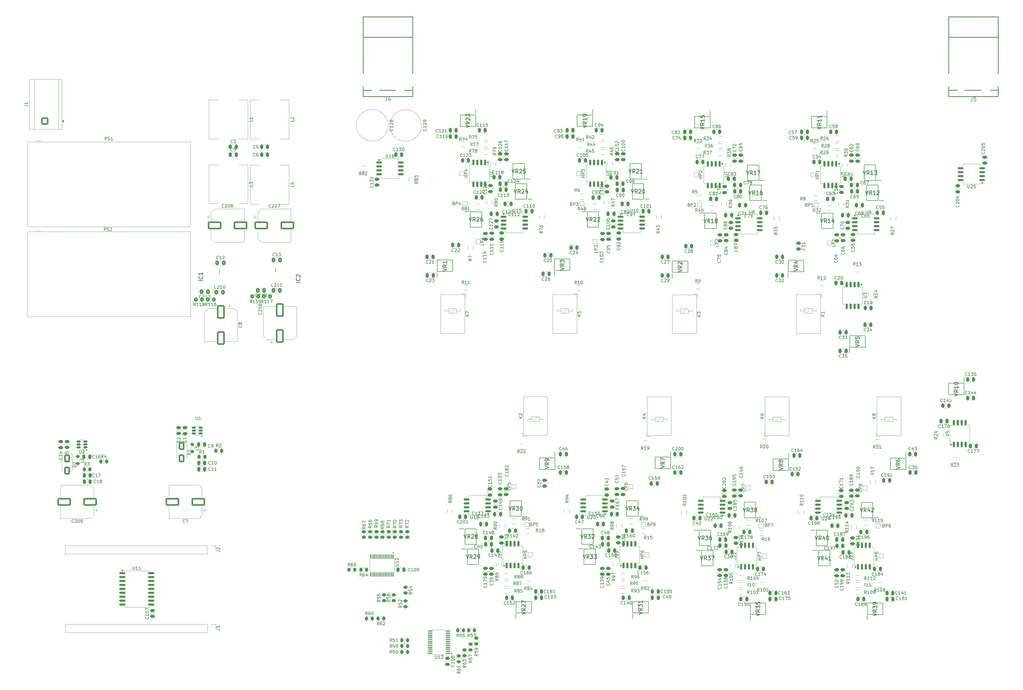
<source format=gbr>
%TF.GenerationSoftware,KiCad,Pcbnew,9.0.5*%
%TF.CreationDate,2025-11-19T13:11:48+02:00*%
%TF.ProjectId,KICAD PEQ,4b494341-4420-4504-9551-2e6b69636164,rev?*%
%TF.SameCoordinates,Original*%
%TF.FileFunction,Legend,Top*%
%TF.FilePolarity,Positive*%
%FSLAX46Y46*%
G04 Gerber Fmt 4.6, Leading zero omitted, Abs format (unit mm)*
G04 Created by KiCad (PCBNEW 9.0.5) date 2025-11-19 13:11:48*
%MOMM*%
%LPD*%
G01*
G04 APERTURE LIST*
G04 Aperture macros list*
%AMRoundRect*
0 Rectangle with rounded corners*
0 $1 Rounding radius*
0 $2 $3 $4 $5 $6 $7 $8 $9 X,Y pos of 4 corners*
0 Add a 4 corners polygon primitive as box body*
4,1,4,$2,$3,$4,$5,$6,$7,$8,$9,$2,$3,0*
0 Add four circle primitives for the rounded corners*
1,1,$1+$1,$2,$3*
1,1,$1+$1,$4,$5*
1,1,$1+$1,$6,$7*
1,1,$1+$1,$8,$9*
0 Add four rect primitives between the rounded corners*
20,1,$1+$1,$2,$3,$4,$5,0*
20,1,$1+$1,$4,$5,$6,$7,0*
20,1,$1+$1,$6,$7,$8,$9,0*
20,1,$1+$1,$8,$9,$2,$3,0*%
G04 Aperture macros list end*
%ADD10C,0.150000*%
%ADD11C,0.254000*%
%ADD12C,0.120000*%
%ADD13C,0.200000*%
%ADD14RoundRect,0.250000X0.350000X0.450000X-0.350000X0.450000X-0.350000X-0.450000X0.350000X-0.450000X0*%
%ADD15RoundRect,0.250000X0.337500X0.475000X-0.337500X0.475000X-0.337500X-0.475000X0.337500X-0.475000X0*%
%ADD16RoundRect,0.250000X-0.337500X-0.475000X0.337500X-0.475000X0.337500X0.475000X-0.337500X0.475000X0*%
%ADD17RoundRect,0.250000X0.250000X0.475000X-0.250000X0.475000X-0.250000X-0.475000X0.250000X-0.475000X0*%
%ADD18R,0.450000X1.475000*%
%ADD19RoundRect,0.250000X-0.475000X0.250000X-0.475000X-0.250000X0.475000X-0.250000X0.475000X0.250000X0*%
%ADD20RoundRect,0.250000X1.000000X-1.950000X1.000000X1.950000X-1.000000X1.950000X-1.000000X-1.950000X0*%
%ADD21RoundRect,0.250000X0.475000X-0.250000X0.475000X0.250000X-0.475000X0.250000X-0.475000X-0.250000X0*%
%ADD22R,1.500000X1.800000*%
%ADD23RoundRect,0.250000X-0.250000X-0.475000X0.250000X-0.475000X0.250000X0.475000X-0.250000X0.475000X0*%
%ADD24RoundRect,0.250000X1.950000X1.000000X-1.950000X1.000000X-1.950000X-1.000000X1.950000X-1.000000X0*%
%ADD25RoundRect,0.250000X-0.450000X0.262500X-0.450000X-0.262500X0.450000X-0.262500X0.450000X0.262500X0*%
%ADD26RoundRect,0.250000X0.450000X-0.262500X0.450000X0.262500X-0.450000X0.262500X-0.450000X-0.262500X0*%
%ADD27R,5.400000X2.900000*%
%ADD28RoundRect,0.150000X-0.150000X0.800000X-0.150000X-0.800000X0.150000X-0.800000X0.150000X0.800000X0*%
%ADD29R,1.800000X1.500000*%
%ADD30O,2.601600X2.601600*%
%ADD31RoundRect,0.250000X-0.350000X0.275000X-0.350000X-0.275000X0.350000X-0.275000X0.350000X0.275000X0*%
%ADD32RoundRect,0.250000X0.262500X0.450000X-0.262500X0.450000X-0.262500X-0.450000X0.262500X-0.450000X0*%
%ADD33RoundRect,0.150000X-0.800000X-0.150000X0.800000X-0.150000X0.800000X0.150000X-0.800000X0.150000X0*%
%ADD34R,1.475000X0.450000*%
%ADD35RoundRect,0.150000X0.512500X0.150000X-0.512500X0.150000X-0.512500X-0.150000X0.512500X-0.150000X0*%
%ADD36R,1.000000X1.000000*%
%ADD37R,1.524000X1.524000*%
%ADD38C,1.524000*%
%ADD39RoundRect,0.250000X-1.950000X-1.000000X1.950000X-1.000000X1.950000X1.000000X-1.950000X1.000000X0*%
%ADD40RoundRect,0.250000X-0.262500X-0.450000X0.262500X-0.450000X0.262500X0.450000X-0.262500X0.450000X0*%
%ADD41RoundRect,0.150000X-0.875000X-0.150000X0.875000X-0.150000X0.875000X0.150000X-0.875000X0.150000X0*%
%ADD42R,3.000000X3.000000*%
%ADD43C,3.000000*%
%ADD44RoundRect,0.250000X-0.650000X1.000000X-0.650000X-1.000000X0.650000X-1.000000X0.650000X1.000000X0*%
%ADD45RoundRect,0.150000X0.150000X-0.800000X0.150000X0.800000X-0.150000X0.800000X-0.150000X-0.800000X0*%
%ADD46R,1.700000X1.700000*%
%ADD47C,1.700000*%
%ADD48RoundRect,0.250000X-1.000000X1.950000X-1.000000X-1.950000X1.000000X-1.950000X1.000000X1.950000X0*%
%ADD49RoundRect,0.100000X0.637500X0.100000X-0.637500X0.100000X-0.637500X-0.100000X0.637500X-0.100000X0*%
%ADD50C,1.600000*%
%ADD51RoundRect,0.150000X0.800000X0.150000X-0.800000X0.150000X-0.800000X-0.150000X0.800000X-0.150000X0*%
%ADD52R,0.450000X1.425000*%
%ADD53R,2.947000X1.753000*%
%ADD54RoundRect,0.250001X0.949999X-0.949999X0.949999X0.949999X-0.949999X0.949999X-0.949999X-0.949999X0*%
%ADD55C,2.400000*%
%ADD56RoundRect,0.100000X-0.100000X0.637500X-0.100000X-0.637500X0.100000X-0.637500X0.100000X0.637500X0*%
G04 APERTURE END LIST*
D10*
X121764020Y-120259150D02*
X121430687Y-119782959D01*
X121192592Y-120259150D02*
X121192592Y-119259150D01*
X121192592Y-119259150D02*
X121573544Y-119259150D01*
X121573544Y-119259150D02*
X121668782Y-119306769D01*
X121668782Y-119306769D02*
X121716401Y-119354388D01*
X121716401Y-119354388D02*
X121764020Y-119449626D01*
X121764020Y-119449626D02*
X121764020Y-119592483D01*
X121764020Y-119592483D02*
X121716401Y-119687721D01*
X121716401Y-119687721D02*
X121668782Y-119735340D01*
X121668782Y-119735340D02*
X121573544Y-119782959D01*
X121573544Y-119782959D02*
X121192592Y-119782959D01*
X122716401Y-120259150D02*
X122144973Y-120259150D01*
X122430687Y-120259150D02*
X122430687Y-119259150D01*
X122430687Y-119259150D02*
X122335449Y-119402007D01*
X122335449Y-119402007D02*
X122240211Y-119497245D01*
X122240211Y-119497245D02*
X122144973Y-119544864D01*
X123668782Y-120259150D02*
X123097354Y-120259150D01*
X123383068Y-120259150D02*
X123383068Y-119259150D01*
X123383068Y-119259150D02*
X123287830Y-119402007D01*
X123287830Y-119402007D02*
X123192592Y-119497245D01*
X123192592Y-119497245D02*
X123097354Y-119544864D01*
X124144973Y-120259150D02*
X124335449Y-120259150D01*
X124335449Y-120259150D02*
X124430687Y-120211531D01*
X124430687Y-120211531D02*
X124478306Y-120163911D01*
X124478306Y-120163911D02*
X124573544Y-120021054D01*
X124573544Y-120021054D02*
X124621163Y-119830578D01*
X124621163Y-119830578D02*
X124621163Y-119449626D01*
X124621163Y-119449626D02*
X124573544Y-119354388D01*
X124573544Y-119354388D02*
X124525925Y-119306769D01*
X124525925Y-119306769D02*
X124430687Y-119259150D01*
X124430687Y-119259150D02*
X124240211Y-119259150D01*
X124240211Y-119259150D02*
X124144973Y-119306769D01*
X124144973Y-119306769D02*
X124097354Y-119354388D01*
X124097354Y-119354388D02*
X124049735Y-119449626D01*
X124049735Y-119449626D02*
X124049735Y-119687721D01*
X124049735Y-119687721D02*
X124097354Y-119782959D01*
X124097354Y-119782959D02*
X124144973Y-119830578D01*
X124144973Y-119830578D02*
X124240211Y-119878197D01*
X124240211Y-119878197D02*
X124430687Y-119878197D01*
X124430687Y-119878197D02*
X124525925Y-119830578D01*
X124525925Y-119830578D02*
X124573544Y-119782959D01*
X124573544Y-119782959D02*
X124621163Y-119687721D01*
X103541512Y-121245009D02*
X103208179Y-120768818D01*
X102970084Y-121245009D02*
X102970084Y-120245009D01*
X102970084Y-120245009D02*
X103351036Y-120245009D01*
X103351036Y-120245009D02*
X103446274Y-120292628D01*
X103446274Y-120292628D02*
X103493893Y-120340247D01*
X103493893Y-120340247D02*
X103541512Y-120435485D01*
X103541512Y-120435485D02*
X103541512Y-120578342D01*
X103541512Y-120578342D02*
X103493893Y-120673580D01*
X103493893Y-120673580D02*
X103446274Y-120721199D01*
X103446274Y-120721199D02*
X103351036Y-120768818D01*
X103351036Y-120768818D02*
X102970084Y-120768818D01*
X104493893Y-121245009D02*
X103922465Y-121245009D01*
X104208179Y-121245009D02*
X104208179Y-120245009D01*
X104208179Y-120245009D02*
X104112941Y-120387866D01*
X104112941Y-120387866D02*
X104017703Y-120483104D01*
X104017703Y-120483104D02*
X103922465Y-120530723D01*
X105446274Y-121245009D02*
X104874846Y-121245009D01*
X105160560Y-121245009D02*
X105160560Y-120245009D01*
X105160560Y-120245009D02*
X105065322Y-120387866D01*
X105065322Y-120387866D02*
X104970084Y-120483104D01*
X104970084Y-120483104D02*
X104874846Y-120530723D01*
X106017703Y-120673580D02*
X105922465Y-120625961D01*
X105922465Y-120625961D02*
X105874846Y-120578342D01*
X105874846Y-120578342D02*
X105827227Y-120483104D01*
X105827227Y-120483104D02*
X105827227Y-120435485D01*
X105827227Y-120435485D02*
X105874846Y-120340247D01*
X105874846Y-120340247D02*
X105922465Y-120292628D01*
X105922465Y-120292628D02*
X106017703Y-120245009D01*
X106017703Y-120245009D02*
X106208179Y-120245009D01*
X106208179Y-120245009D02*
X106303417Y-120292628D01*
X106303417Y-120292628D02*
X106351036Y-120340247D01*
X106351036Y-120340247D02*
X106398655Y-120435485D01*
X106398655Y-120435485D02*
X106398655Y-120483104D01*
X106398655Y-120483104D02*
X106351036Y-120578342D01*
X106351036Y-120578342D02*
X106303417Y-120625961D01*
X106303417Y-120625961D02*
X106208179Y-120673580D01*
X106208179Y-120673580D02*
X106017703Y-120673580D01*
X106017703Y-120673580D02*
X105922465Y-120721199D01*
X105922465Y-120721199D02*
X105874846Y-120768818D01*
X105874846Y-120768818D02*
X105827227Y-120864056D01*
X105827227Y-120864056D02*
X105827227Y-121054532D01*
X105827227Y-121054532D02*
X105874846Y-121149770D01*
X105874846Y-121149770D02*
X105922465Y-121197390D01*
X105922465Y-121197390D02*
X106017703Y-121245009D01*
X106017703Y-121245009D02*
X106208179Y-121245009D01*
X106208179Y-121245009D02*
X106303417Y-121197390D01*
X106303417Y-121197390D02*
X106351036Y-121149770D01*
X106351036Y-121149770D02*
X106398655Y-121054532D01*
X106398655Y-121054532D02*
X106398655Y-120864056D01*
X106398655Y-120864056D02*
X106351036Y-120768818D01*
X106351036Y-120768818D02*
X106303417Y-120721199D01*
X106303417Y-120721199D02*
X106208179Y-120673580D01*
X125496916Y-120284004D02*
X125163583Y-119807813D01*
X124925488Y-120284004D02*
X124925488Y-119284004D01*
X124925488Y-119284004D02*
X125306440Y-119284004D01*
X125306440Y-119284004D02*
X125401678Y-119331623D01*
X125401678Y-119331623D02*
X125449297Y-119379242D01*
X125449297Y-119379242D02*
X125496916Y-119474480D01*
X125496916Y-119474480D02*
X125496916Y-119617337D01*
X125496916Y-119617337D02*
X125449297Y-119712575D01*
X125449297Y-119712575D02*
X125401678Y-119760194D01*
X125401678Y-119760194D02*
X125306440Y-119807813D01*
X125306440Y-119807813D02*
X124925488Y-119807813D01*
X126449297Y-120284004D02*
X125877869Y-120284004D01*
X126163583Y-120284004D02*
X126163583Y-119284004D01*
X126163583Y-119284004D02*
X126068345Y-119426861D01*
X126068345Y-119426861D02*
X125973107Y-119522099D01*
X125973107Y-119522099D02*
X125877869Y-119569718D01*
X127401678Y-120284004D02*
X126830250Y-120284004D01*
X127115964Y-120284004D02*
X127115964Y-119284004D01*
X127115964Y-119284004D02*
X127020726Y-119426861D01*
X127020726Y-119426861D02*
X126925488Y-119522099D01*
X126925488Y-119522099D02*
X126830250Y-119569718D01*
X127735012Y-119284004D02*
X128401678Y-119284004D01*
X128401678Y-119284004D02*
X127973107Y-120284004D01*
X107351512Y-121245009D02*
X107018179Y-120768818D01*
X106780084Y-121245009D02*
X106780084Y-120245009D01*
X106780084Y-120245009D02*
X107161036Y-120245009D01*
X107161036Y-120245009D02*
X107256274Y-120292628D01*
X107256274Y-120292628D02*
X107303893Y-120340247D01*
X107303893Y-120340247D02*
X107351512Y-120435485D01*
X107351512Y-120435485D02*
X107351512Y-120578342D01*
X107351512Y-120578342D02*
X107303893Y-120673580D01*
X107303893Y-120673580D02*
X107256274Y-120721199D01*
X107256274Y-120721199D02*
X107161036Y-120768818D01*
X107161036Y-120768818D02*
X106780084Y-120768818D01*
X108303893Y-121245009D02*
X107732465Y-121245009D01*
X108018179Y-121245009D02*
X108018179Y-120245009D01*
X108018179Y-120245009D02*
X107922941Y-120387866D01*
X107922941Y-120387866D02*
X107827703Y-120483104D01*
X107827703Y-120483104D02*
X107732465Y-120530723D01*
X109256274Y-121245009D02*
X108684846Y-121245009D01*
X108970560Y-121245009D02*
X108970560Y-120245009D01*
X108970560Y-120245009D02*
X108875322Y-120387866D01*
X108875322Y-120387866D02*
X108780084Y-120483104D01*
X108780084Y-120483104D02*
X108684846Y-120530723D01*
X110113417Y-120245009D02*
X109922941Y-120245009D01*
X109922941Y-120245009D02*
X109827703Y-120292628D01*
X109827703Y-120292628D02*
X109780084Y-120340247D01*
X109780084Y-120340247D02*
X109684846Y-120483104D01*
X109684846Y-120483104D02*
X109637227Y-120673580D01*
X109637227Y-120673580D02*
X109637227Y-121054532D01*
X109637227Y-121054532D02*
X109684846Y-121149770D01*
X109684846Y-121149770D02*
X109732465Y-121197390D01*
X109732465Y-121197390D02*
X109827703Y-121245009D01*
X109827703Y-121245009D02*
X110018179Y-121245009D01*
X110018179Y-121245009D02*
X110113417Y-121197390D01*
X110113417Y-121197390D02*
X110161036Y-121149770D01*
X110161036Y-121149770D02*
X110208655Y-121054532D01*
X110208655Y-121054532D02*
X110208655Y-120816437D01*
X110208655Y-120816437D02*
X110161036Y-120721199D01*
X110161036Y-120721199D02*
X110113417Y-120673580D01*
X110113417Y-120673580D02*
X110018179Y-120625961D01*
X110018179Y-120625961D02*
X109827703Y-120625961D01*
X109827703Y-120625961D02*
X109732465Y-120673580D01*
X109732465Y-120673580D02*
X109684846Y-120721199D01*
X109684846Y-120721199D02*
X109637227Y-120816437D01*
X123573452Y-118244580D02*
X123525833Y-118292200D01*
X123525833Y-118292200D02*
X123382976Y-118339819D01*
X123382976Y-118339819D02*
X123287738Y-118339819D01*
X123287738Y-118339819D02*
X123144881Y-118292200D01*
X123144881Y-118292200D02*
X123049643Y-118196961D01*
X123049643Y-118196961D02*
X123002024Y-118101723D01*
X123002024Y-118101723D02*
X122954405Y-117911247D01*
X122954405Y-117911247D02*
X122954405Y-117768390D01*
X122954405Y-117768390D02*
X123002024Y-117577914D01*
X123002024Y-117577914D02*
X123049643Y-117482676D01*
X123049643Y-117482676D02*
X123144881Y-117387438D01*
X123144881Y-117387438D02*
X123287738Y-117339819D01*
X123287738Y-117339819D02*
X123382976Y-117339819D01*
X123382976Y-117339819D02*
X123525833Y-117387438D01*
X123525833Y-117387438D02*
X123573452Y-117435057D01*
X123954405Y-117435057D02*
X124002024Y-117387438D01*
X124002024Y-117387438D02*
X124097262Y-117339819D01*
X124097262Y-117339819D02*
X124335357Y-117339819D01*
X124335357Y-117339819D02*
X124430595Y-117387438D01*
X124430595Y-117387438D02*
X124478214Y-117435057D01*
X124478214Y-117435057D02*
X124525833Y-117530295D01*
X124525833Y-117530295D02*
X124525833Y-117625533D01*
X124525833Y-117625533D02*
X124478214Y-117768390D01*
X124478214Y-117768390D02*
X123906786Y-118339819D01*
X123906786Y-118339819D02*
X124525833Y-118339819D01*
X125478214Y-118339819D02*
X124906786Y-118339819D01*
X125192500Y-118339819D02*
X125192500Y-117339819D01*
X125192500Y-117339819D02*
X125097262Y-117482676D01*
X125097262Y-117482676D02*
X125002024Y-117577914D01*
X125002024Y-117577914D02*
X124906786Y-117625533D01*
X125811548Y-117339819D02*
X126430595Y-117339819D01*
X126430595Y-117339819D02*
X126097262Y-117720771D01*
X126097262Y-117720771D02*
X126240119Y-117720771D01*
X126240119Y-117720771D02*
X126335357Y-117768390D01*
X126335357Y-117768390D02*
X126382976Y-117816009D01*
X126382976Y-117816009D02*
X126430595Y-117911247D01*
X126430595Y-117911247D02*
X126430595Y-118149342D01*
X126430595Y-118149342D02*
X126382976Y-118244580D01*
X126382976Y-118244580D02*
X126335357Y-118292200D01*
X126335357Y-118292200D02*
X126240119Y-118339819D01*
X126240119Y-118339819D02*
X125954405Y-118339819D01*
X125954405Y-118339819D02*
X125859167Y-118292200D01*
X125859167Y-118292200D02*
X125811548Y-118244580D01*
X105409012Y-118639770D02*
X105361393Y-118687390D01*
X105361393Y-118687390D02*
X105218536Y-118735009D01*
X105218536Y-118735009D02*
X105123298Y-118735009D01*
X105123298Y-118735009D02*
X104980441Y-118687390D01*
X104980441Y-118687390D02*
X104885203Y-118592151D01*
X104885203Y-118592151D02*
X104837584Y-118496913D01*
X104837584Y-118496913D02*
X104789965Y-118306437D01*
X104789965Y-118306437D02*
X104789965Y-118163580D01*
X104789965Y-118163580D02*
X104837584Y-117973104D01*
X104837584Y-117973104D02*
X104885203Y-117877866D01*
X104885203Y-117877866D02*
X104980441Y-117782628D01*
X104980441Y-117782628D02*
X105123298Y-117735009D01*
X105123298Y-117735009D02*
X105218536Y-117735009D01*
X105218536Y-117735009D02*
X105361393Y-117782628D01*
X105361393Y-117782628D02*
X105409012Y-117830247D01*
X105789965Y-117830247D02*
X105837584Y-117782628D01*
X105837584Y-117782628D02*
X105932822Y-117735009D01*
X105932822Y-117735009D02*
X106170917Y-117735009D01*
X106170917Y-117735009D02*
X106266155Y-117782628D01*
X106266155Y-117782628D02*
X106313774Y-117830247D01*
X106313774Y-117830247D02*
X106361393Y-117925485D01*
X106361393Y-117925485D02*
X106361393Y-118020723D01*
X106361393Y-118020723D02*
X106313774Y-118163580D01*
X106313774Y-118163580D02*
X105742346Y-118735009D01*
X105742346Y-118735009D02*
X106361393Y-118735009D01*
X107313774Y-118735009D02*
X106742346Y-118735009D01*
X107028060Y-118735009D02*
X107028060Y-117735009D01*
X107028060Y-117735009D02*
X106932822Y-117877866D01*
X106932822Y-117877866D02*
X106837584Y-117973104D01*
X106837584Y-117973104D02*
X106742346Y-118020723D01*
X107694727Y-117830247D02*
X107742346Y-117782628D01*
X107742346Y-117782628D02*
X107837584Y-117735009D01*
X107837584Y-117735009D02*
X108075679Y-117735009D01*
X108075679Y-117735009D02*
X108170917Y-117782628D01*
X108170917Y-117782628D02*
X108218536Y-117830247D01*
X108218536Y-117830247D02*
X108266155Y-117925485D01*
X108266155Y-117925485D02*
X108266155Y-118020723D01*
X108266155Y-118020723D02*
X108218536Y-118163580D01*
X108218536Y-118163580D02*
X107647108Y-118735009D01*
X107647108Y-118735009D02*
X108266155Y-118735009D01*
X128653452Y-114884580D02*
X128605833Y-114932200D01*
X128605833Y-114932200D02*
X128462976Y-114979819D01*
X128462976Y-114979819D02*
X128367738Y-114979819D01*
X128367738Y-114979819D02*
X128224881Y-114932200D01*
X128224881Y-114932200D02*
X128129643Y-114836961D01*
X128129643Y-114836961D02*
X128082024Y-114741723D01*
X128082024Y-114741723D02*
X128034405Y-114551247D01*
X128034405Y-114551247D02*
X128034405Y-114408390D01*
X128034405Y-114408390D02*
X128082024Y-114217914D01*
X128082024Y-114217914D02*
X128129643Y-114122676D01*
X128129643Y-114122676D02*
X128224881Y-114027438D01*
X128224881Y-114027438D02*
X128367738Y-113979819D01*
X128367738Y-113979819D02*
X128462976Y-113979819D01*
X128462976Y-113979819D02*
X128605833Y-114027438D01*
X128605833Y-114027438D02*
X128653452Y-114075057D01*
X129034405Y-114075057D02*
X129082024Y-114027438D01*
X129082024Y-114027438D02*
X129177262Y-113979819D01*
X129177262Y-113979819D02*
X129415357Y-113979819D01*
X129415357Y-113979819D02*
X129510595Y-114027438D01*
X129510595Y-114027438D02*
X129558214Y-114075057D01*
X129558214Y-114075057D02*
X129605833Y-114170295D01*
X129605833Y-114170295D02*
X129605833Y-114265533D01*
X129605833Y-114265533D02*
X129558214Y-114408390D01*
X129558214Y-114408390D02*
X128986786Y-114979819D01*
X128986786Y-114979819D02*
X129605833Y-114979819D01*
X130558214Y-114979819D02*
X129986786Y-114979819D01*
X130272500Y-114979819D02*
X130272500Y-113979819D01*
X130272500Y-113979819D02*
X130177262Y-114122676D01*
X130177262Y-114122676D02*
X130082024Y-114217914D01*
X130082024Y-114217914D02*
X129986786Y-114265533D01*
X131510595Y-114979819D02*
X130939167Y-114979819D01*
X131224881Y-114979819D02*
X131224881Y-113979819D01*
X131224881Y-113979819D02*
X131129643Y-114122676D01*
X131129643Y-114122676D02*
X131034405Y-114217914D01*
X131034405Y-114217914D02*
X130939167Y-114265533D01*
X110238452Y-115519580D02*
X110190833Y-115567200D01*
X110190833Y-115567200D02*
X110047976Y-115614819D01*
X110047976Y-115614819D02*
X109952738Y-115614819D01*
X109952738Y-115614819D02*
X109809881Y-115567200D01*
X109809881Y-115567200D02*
X109714643Y-115471961D01*
X109714643Y-115471961D02*
X109667024Y-115376723D01*
X109667024Y-115376723D02*
X109619405Y-115186247D01*
X109619405Y-115186247D02*
X109619405Y-115043390D01*
X109619405Y-115043390D02*
X109667024Y-114852914D01*
X109667024Y-114852914D02*
X109714643Y-114757676D01*
X109714643Y-114757676D02*
X109809881Y-114662438D01*
X109809881Y-114662438D02*
X109952738Y-114614819D01*
X109952738Y-114614819D02*
X110047976Y-114614819D01*
X110047976Y-114614819D02*
X110190833Y-114662438D01*
X110190833Y-114662438D02*
X110238452Y-114710057D01*
X110619405Y-114710057D02*
X110667024Y-114662438D01*
X110667024Y-114662438D02*
X110762262Y-114614819D01*
X110762262Y-114614819D02*
X111000357Y-114614819D01*
X111000357Y-114614819D02*
X111095595Y-114662438D01*
X111095595Y-114662438D02*
X111143214Y-114710057D01*
X111143214Y-114710057D02*
X111190833Y-114805295D01*
X111190833Y-114805295D02*
X111190833Y-114900533D01*
X111190833Y-114900533D02*
X111143214Y-115043390D01*
X111143214Y-115043390D02*
X110571786Y-115614819D01*
X110571786Y-115614819D02*
X111190833Y-115614819D01*
X112143214Y-115614819D02*
X111571786Y-115614819D01*
X111857500Y-115614819D02*
X111857500Y-114614819D01*
X111857500Y-114614819D02*
X111762262Y-114757676D01*
X111762262Y-114757676D02*
X111667024Y-114852914D01*
X111667024Y-114852914D02*
X111571786Y-114900533D01*
X112762262Y-114614819D02*
X112857500Y-114614819D01*
X112857500Y-114614819D02*
X112952738Y-114662438D01*
X112952738Y-114662438D02*
X113000357Y-114710057D01*
X113000357Y-114710057D02*
X113047976Y-114805295D01*
X113047976Y-114805295D02*
X113095595Y-114995771D01*
X113095595Y-114995771D02*
X113095595Y-115233866D01*
X113095595Y-115233866D02*
X113047976Y-115424342D01*
X113047976Y-115424342D02*
X113000357Y-115519580D01*
X113000357Y-115519580D02*
X112952738Y-115567200D01*
X112952738Y-115567200D02*
X112857500Y-115614819D01*
X112857500Y-115614819D02*
X112762262Y-115614819D01*
X112762262Y-115614819D02*
X112667024Y-115567200D01*
X112667024Y-115567200D02*
X112619405Y-115519580D01*
X112619405Y-115519580D02*
X112571786Y-115424342D01*
X112571786Y-115424342D02*
X112524167Y-115233866D01*
X112524167Y-115233866D02*
X112524167Y-114995771D01*
X112524167Y-114995771D02*
X112571786Y-114805295D01*
X112571786Y-114805295D02*
X112619405Y-114710057D01*
X112619405Y-114710057D02*
X112667024Y-114662438D01*
X112667024Y-114662438D02*
X112762262Y-114614819D01*
X129169700Y-105033574D02*
X129122081Y-105081194D01*
X129122081Y-105081194D02*
X128979224Y-105128813D01*
X128979224Y-105128813D02*
X128883986Y-105128813D01*
X128883986Y-105128813D02*
X128741129Y-105081194D01*
X128741129Y-105081194D02*
X128645891Y-104985955D01*
X128645891Y-104985955D02*
X128598272Y-104890717D01*
X128598272Y-104890717D02*
X128550653Y-104700241D01*
X128550653Y-104700241D02*
X128550653Y-104557384D01*
X128550653Y-104557384D02*
X128598272Y-104366908D01*
X128598272Y-104366908D02*
X128645891Y-104271670D01*
X128645891Y-104271670D02*
X128741129Y-104176432D01*
X128741129Y-104176432D02*
X128883986Y-104128813D01*
X128883986Y-104128813D02*
X128979224Y-104128813D01*
X128979224Y-104128813D02*
X129122081Y-104176432D01*
X129122081Y-104176432D02*
X129169700Y-104224051D01*
X130122081Y-105128813D02*
X129550653Y-105128813D01*
X129836367Y-105128813D02*
X129836367Y-104128813D01*
X129836367Y-104128813D02*
X129741129Y-104271670D01*
X129741129Y-104271670D02*
X129645891Y-104366908D01*
X129645891Y-104366908D02*
X129550653Y-104414527D01*
X130455415Y-104128813D02*
X131074462Y-104128813D01*
X131074462Y-104128813D02*
X130741129Y-104509765D01*
X130741129Y-104509765D02*
X130883986Y-104509765D01*
X130883986Y-104509765D02*
X130979224Y-104557384D01*
X130979224Y-104557384D02*
X131026843Y-104605003D01*
X131026843Y-104605003D02*
X131074462Y-104700241D01*
X131074462Y-104700241D02*
X131074462Y-104938336D01*
X131074462Y-104938336D02*
X131026843Y-105033574D01*
X131026843Y-105033574D02*
X130979224Y-105081194D01*
X130979224Y-105081194D02*
X130883986Y-105128813D01*
X130883986Y-105128813D02*
X130598272Y-105128813D01*
X130598272Y-105128813D02*
X130503034Y-105081194D01*
X130503034Y-105081194D02*
X130455415Y-105033574D01*
X110959642Y-105994580D02*
X110912023Y-106042200D01*
X110912023Y-106042200D02*
X110769166Y-106089819D01*
X110769166Y-106089819D02*
X110673928Y-106089819D01*
X110673928Y-106089819D02*
X110531071Y-106042200D01*
X110531071Y-106042200D02*
X110435833Y-105946961D01*
X110435833Y-105946961D02*
X110388214Y-105851723D01*
X110388214Y-105851723D02*
X110340595Y-105661247D01*
X110340595Y-105661247D02*
X110340595Y-105518390D01*
X110340595Y-105518390D02*
X110388214Y-105327914D01*
X110388214Y-105327914D02*
X110435833Y-105232676D01*
X110435833Y-105232676D02*
X110531071Y-105137438D01*
X110531071Y-105137438D02*
X110673928Y-105089819D01*
X110673928Y-105089819D02*
X110769166Y-105089819D01*
X110769166Y-105089819D02*
X110912023Y-105137438D01*
X110912023Y-105137438D02*
X110959642Y-105185057D01*
X111912023Y-106089819D02*
X111340595Y-106089819D01*
X111626309Y-106089819D02*
X111626309Y-105089819D01*
X111626309Y-105089819D02*
X111531071Y-105232676D01*
X111531071Y-105232676D02*
X111435833Y-105327914D01*
X111435833Y-105327914D02*
X111340595Y-105375533D01*
X112292976Y-105185057D02*
X112340595Y-105137438D01*
X112340595Y-105137438D02*
X112435833Y-105089819D01*
X112435833Y-105089819D02*
X112673928Y-105089819D01*
X112673928Y-105089819D02*
X112769166Y-105137438D01*
X112769166Y-105137438D02*
X112816785Y-105185057D01*
X112816785Y-105185057D02*
X112864404Y-105280295D01*
X112864404Y-105280295D02*
X112864404Y-105375533D01*
X112864404Y-105375533D02*
X112816785Y-105518390D01*
X112816785Y-105518390D02*
X112245357Y-106089819D01*
X112245357Y-106089819D02*
X112864404Y-106089819D01*
X242655702Y-195864630D02*
X242608083Y-195912250D01*
X242608083Y-195912250D02*
X242465226Y-195959869D01*
X242465226Y-195959869D02*
X242369988Y-195959869D01*
X242369988Y-195959869D02*
X242227131Y-195912250D01*
X242227131Y-195912250D02*
X242131893Y-195817011D01*
X242131893Y-195817011D02*
X242084274Y-195721773D01*
X242084274Y-195721773D02*
X242036655Y-195531297D01*
X242036655Y-195531297D02*
X242036655Y-195388440D01*
X242036655Y-195388440D02*
X242084274Y-195197964D01*
X242084274Y-195197964D02*
X242131893Y-195102726D01*
X242131893Y-195102726D02*
X242227131Y-195007488D01*
X242227131Y-195007488D02*
X242369988Y-194959869D01*
X242369988Y-194959869D02*
X242465226Y-194959869D01*
X242465226Y-194959869D02*
X242608083Y-195007488D01*
X242608083Y-195007488D02*
X242655702Y-195055107D01*
X243608083Y-195959869D02*
X243036655Y-195959869D01*
X243322369Y-195959869D02*
X243322369Y-194959869D01*
X243322369Y-194959869D02*
X243227131Y-195102726D01*
X243227131Y-195102726D02*
X243131893Y-195197964D01*
X243131893Y-195197964D02*
X243036655Y-195245583D01*
X244465226Y-194959869D02*
X244274750Y-194959869D01*
X244274750Y-194959869D02*
X244179512Y-195007488D01*
X244179512Y-195007488D02*
X244131893Y-195055107D01*
X244131893Y-195055107D02*
X244036655Y-195197964D01*
X244036655Y-195197964D02*
X243989036Y-195388440D01*
X243989036Y-195388440D02*
X243989036Y-195769392D01*
X243989036Y-195769392D02*
X244036655Y-195864630D01*
X244036655Y-195864630D02*
X244084274Y-195912250D01*
X244084274Y-195912250D02*
X244179512Y-195959869D01*
X244179512Y-195959869D02*
X244369988Y-195959869D01*
X244369988Y-195959869D02*
X244465226Y-195912250D01*
X244465226Y-195912250D02*
X244512845Y-195864630D01*
X244512845Y-195864630D02*
X244560464Y-195769392D01*
X244560464Y-195769392D02*
X244560464Y-195531297D01*
X244560464Y-195531297D02*
X244512845Y-195436059D01*
X244512845Y-195436059D02*
X244465226Y-195388440D01*
X244465226Y-195388440D02*
X244369988Y-195340821D01*
X244369988Y-195340821D02*
X244179512Y-195340821D01*
X244179512Y-195340821D02*
X244084274Y-195388440D01*
X244084274Y-195388440D02*
X244036655Y-195436059D01*
X244036655Y-195436059D02*
X243989036Y-195531297D01*
X245179512Y-194959869D02*
X245274750Y-194959869D01*
X245274750Y-194959869D02*
X245369988Y-195007488D01*
X245369988Y-195007488D02*
X245417607Y-195055107D01*
X245417607Y-195055107D02*
X245465226Y-195150345D01*
X245465226Y-195150345D02*
X245512845Y-195340821D01*
X245512845Y-195340821D02*
X245512845Y-195578916D01*
X245512845Y-195578916D02*
X245465226Y-195769392D01*
X245465226Y-195769392D02*
X245417607Y-195864630D01*
X245417607Y-195864630D02*
X245369988Y-195912250D01*
X245369988Y-195912250D02*
X245274750Y-195959869D01*
X245274750Y-195959869D02*
X245179512Y-195959869D01*
X245179512Y-195959869D02*
X245084274Y-195912250D01*
X245084274Y-195912250D02*
X245036655Y-195864630D01*
X245036655Y-195864630D02*
X244989036Y-195769392D01*
X244989036Y-195769392D02*
X244941417Y-195578916D01*
X244941417Y-195578916D02*
X244941417Y-195340821D01*
X244941417Y-195340821D02*
X244989036Y-195150345D01*
X244989036Y-195150345D02*
X245036655Y-195055107D01*
X245036655Y-195055107D02*
X245084274Y-195007488D01*
X245084274Y-195007488D02*
X245179512Y-194959869D01*
D11*
X284668318Y-221326856D02*
X285938318Y-220903523D01*
X285938318Y-220903523D02*
X284668318Y-220480189D01*
X285938318Y-219331142D02*
X285333556Y-219754476D01*
X285938318Y-220056857D02*
X284668318Y-220056857D01*
X284668318Y-220056857D02*
X284668318Y-219573047D01*
X284668318Y-219573047D02*
X284728794Y-219452095D01*
X284728794Y-219452095D02*
X284789270Y-219391618D01*
X284789270Y-219391618D02*
X284910222Y-219331142D01*
X284910222Y-219331142D02*
X285091651Y-219331142D01*
X285091651Y-219331142D02*
X285212603Y-219391618D01*
X285212603Y-219391618D02*
X285273080Y-219452095D01*
X285273080Y-219452095D02*
X285333556Y-219573047D01*
X285333556Y-219573047D02*
X285333556Y-220056857D01*
X284668318Y-218907809D02*
X284668318Y-218121618D01*
X284668318Y-218121618D02*
X285152127Y-218544952D01*
X285152127Y-218544952D02*
X285152127Y-218363523D01*
X285152127Y-218363523D02*
X285212603Y-218242571D01*
X285212603Y-218242571D02*
X285273080Y-218182095D01*
X285273080Y-218182095D02*
X285394032Y-218121618D01*
X285394032Y-218121618D02*
X285696413Y-218121618D01*
X285696413Y-218121618D02*
X285817365Y-218182095D01*
X285817365Y-218182095D02*
X285877842Y-218242571D01*
X285877842Y-218242571D02*
X285938318Y-218363523D01*
X285938318Y-218363523D02*
X285938318Y-218726380D01*
X285938318Y-218726380D02*
X285877842Y-218847333D01*
X285877842Y-218847333D02*
X285817365Y-218907809D01*
X284668318Y-216972571D02*
X284668318Y-217577333D01*
X284668318Y-217577333D02*
X285273080Y-217637809D01*
X285273080Y-217637809D02*
X285212603Y-217577333D01*
X285212603Y-217577333D02*
X285152127Y-217456380D01*
X285152127Y-217456380D02*
X285152127Y-217153999D01*
X285152127Y-217153999D02*
X285212603Y-217033047D01*
X285212603Y-217033047D02*
X285273080Y-216972571D01*
X285273080Y-216972571D02*
X285394032Y-216912094D01*
X285394032Y-216912094D02*
X285696413Y-216912094D01*
X285696413Y-216912094D02*
X285817365Y-216972571D01*
X285817365Y-216972571D02*
X285877842Y-217033047D01*
X285877842Y-217033047D02*
X285938318Y-217153999D01*
X285938318Y-217153999D02*
X285938318Y-217456380D01*
X285938318Y-217456380D02*
X285877842Y-217577333D01*
X285877842Y-217577333D02*
X285817365Y-217637809D01*
D10*
X315916912Y-70836532D02*
X315964532Y-70884151D01*
X315964532Y-70884151D02*
X316012151Y-71027008D01*
X316012151Y-71027008D02*
X316012151Y-71122246D01*
X316012151Y-71122246D02*
X315964532Y-71265103D01*
X315964532Y-71265103D02*
X315869293Y-71360341D01*
X315869293Y-71360341D02*
X315774055Y-71407960D01*
X315774055Y-71407960D02*
X315583579Y-71455579D01*
X315583579Y-71455579D02*
X315440722Y-71455579D01*
X315440722Y-71455579D02*
X315250246Y-71407960D01*
X315250246Y-71407960D02*
X315155008Y-71360341D01*
X315155008Y-71360341D02*
X315059770Y-71265103D01*
X315059770Y-71265103D02*
X315012151Y-71122246D01*
X315012151Y-71122246D02*
X315012151Y-71027008D01*
X315012151Y-71027008D02*
X315059770Y-70884151D01*
X315059770Y-70884151D02*
X315107389Y-70836532D01*
X315012151Y-69979389D02*
X315012151Y-70169865D01*
X315012151Y-70169865D02*
X315059770Y-70265103D01*
X315059770Y-70265103D02*
X315107389Y-70312722D01*
X315107389Y-70312722D02*
X315250246Y-70407960D01*
X315250246Y-70407960D02*
X315440722Y-70455579D01*
X315440722Y-70455579D02*
X315821674Y-70455579D01*
X315821674Y-70455579D02*
X315916912Y-70407960D01*
X315916912Y-70407960D02*
X315964532Y-70360341D01*
X315964532Y-70360341D02*
X316012151Y-70265103D01*
X316012151Y-70265103D02*
X316012151Y-70074627D01*
X316012151Y-70074627D02*
X315964532Y-69979389D01*
X315964532Y-69979389D02*
X315916912Y-69931770D01*
X315916912Y-69931770D02*
X315821674Y-69884151D01*
X315821674Y-69884151D02*
X315583579Y-69884151D01*
X315583579Y-69884151D02*
X315488341Y-69931770D01*
X315488341Y-69931770D02*
X315440722Y-69979389D01*
X315440722Y-69979389D02*
X315393103Y-70074627D01*
X315393103Y-70074627D02*
X315393103Y-70265103D01*
X315393103Y-70265103D02*
X315440722Y-70360341D01*
X315440722Y-70360341D02*
X315488341Y-70407960D01*
X315488341Y-70407960D02*
X315583579Y-70455579D01*
X315107389Y-69503198D02*
X315059770Y-69455579D01*
X315059770Y-69455579D02*
X315012151Y-69360341D01*
X315012151Y-69360341D02*
X315012151Y-69122246D01*
X315012151Y-69122246D02*
X315059770Y-69027008D01*
X315059770Y-69027008D02*
X315107389Y-68979389D01*
X315107389Y-68979389D02*
X315202627Y-68931770D01*
X315202627Y-68931770D02*
X315297865Y-68931770D01*
X315297865Y-68931770D02*
X315440722Y-68979389D01*
X315440722Y-68979389D02*
X316012151Y-69550817D01*
X316012151Y-69550817D02*
X316012151Y-68931770D01*
X124869580Y-123429047D02*
X124917200Y-123476666D01*
X124917200Y-123476666D02*
X124964819Y-123619523D01*
X124964819Y-123619523D02*
X124964819Y-123714761D01*
X124964819Y-123714761D02*
X124917200Y-123857618D01*
X124917200Y-123857618D02*
X124821961Y-123952856D01*
X124821961Y-123952856D02*
X124726723Y-124000475D01*
X124726723Y-124000475D02*
X124536247Y-124048094D01*
X124536247Y-124048094D02*
X124393390Y-124048094D01*
X124393390Y-124048094D02*
X124202914Y-124000475D01*
X124202914Y-124000475D02*
X124107676Y-123952856D01*
X124107676Y-123952856D02*
X124012438Y-123857618D01*
X124012438Y-123857618D02*
X123964819Y-123714761D01*
X123964819Y-123714761D02*
X123964819Y-123619523D01*
X123964819Y-123619523D02*
X124012438Y-123476666D01*
X124012438Y-123476666D02*
X124060057Y-123429047D01*
X124060057Y-123048094D02*
X124012438Y-123000475D01*
X124012438Y-123000475D02*
X123964819Y-122905237D01*
X123964819Y-122905237D02*
X123964819Y-122667142D01*
X123964819Y-122667142D02*
X124012438Y-122571904D01*
X124012438Y-122571904D02*
X124060057Y-122524285D01*
X124060057Y-122524285D02*
X124155295Y-122476666D01*
X124155295Y-122476666D02*
X124250533Y-122476666D01*
X124250533Y-122476666D02*
X124393390Y-122524285D01*
X124393390Y-122524285D02*
X124964819Y-123095713D01*
X124964819Y-123095713D02*
X124964819Y-122476666D01*
X123964819Y-121857618D02*
X123964819Y-121762380D01*
X123964819Y-121762380D02*
X124012438Y-121667142D01*
X124012438Y-121667142D02*
X124060057Y-121619523D01*
X124060057Y-121619523D02*
X124155295Y-121571904D01*
X124155295Y-121571904D02*
X124345771Y-121524285D01*
X124345771Y-121524285D02*
X124583866Y-121524285D01*
X124583866Y-121524285D02*
X124774342Y-121571904D01*
X124774342Y-121571904D02*
X124869580Y-121619523D01*
X124869580Y-121619523D02*
X124917200Y-121667142D01*
X124917200Y-121667142D02*
X124964819Y-121762380D01*
X124964819Y-121762380D02*
X124964819Y-121857618D01*
X124964819Y-121857618D02*
X124917200Y-121952856D01*
X124917200Y-121952856D02*
X124869580Y-122000475D01*
X124869580Y-122000475D02*
X124774342Y-122048094D01*
X124774342Y-122048094D02*
X124583866Y-122095713D01*
X124583866Y-122095713D02*
X124345771Y-122095713D01*
X124345771Y-122095713D02*
X124155295Y-122048094D01*
X124155295Y-122048094D02*
X124060057Y-122000475D01*
X124060057Y-122000475D02*
X124012438Y-121952856D01*
X124012438Y-121952856D02*
X123964819Y-121857618D01*
X124393390Y-120952856D02*
X124345771Y-121048094D01*
X124345771Y-121048094D02*
X124298152Y-121095713D01*
X124298152Y-121095713D02*
X124202914Y-121143332D01*
X124202914Y-121143332D02*
X124155295Y-121143332D01*
X124155295Y-121143332D02*
X124060057Y-121095713D01*
X124060057Y-121095713D02*
X124012438Y-121048094D01*
X124012438Y-121048094D02*
X123964819Y-120952856D01*
X123964819Y-120952856D02*
X123964819Y-120762380D01*
X123964819Y-120762380D02*
X124012438Y-120667142D01*
X124012438Y-120667142D02*
X124060057Y-120619523D01*
X124060057Y-120619523D02*
X124155295Y-120571904D01*
X124155295Y-120571904D02*
X124202914Y-120571904D01*
X124202914Y-120571904D02*
X124298152Y-120619523D01*
X124298152Y-120619523D02*
X124345771Y-120667142D01*
X124345771Y-120667142D02*
X124393390Y-120762380D01*
X124393390Y-120762380D02*
X124393390Y-120952856D01*
X124393390Y-120952856D02*
X124441009Y-121048094D01*
X124441009Y-121048094D02*
X124488628Y-121095713D01*
X124488628Y-121095713D02*
X124583866Y-121143332D01*
X124583866Y-121143332D02*
X124774342Y-121143332D01*
X124774342Y-121143332D02*
X124869580Y-121095713D01*
X124869580Y-121095713D02*
X124917200Y-121048094D01*
X124917200Y-121048094D02*
X124964819Y-120952856D01*
X124964819Y-120952856D02*
X124964819Y-120762380D01*
X124964819Y-120762380D02*
X124917200Y-120667142D01*
X124917200Y-120667142D02*
X124869580Y-120619523D01*
X124869580Y-120619523D02*
X124774342Y-120571904D01*
X124774342Y-120571904D02*
X124583866Y-120571904D01*
X124583866Y-120571904D02*
X124488628Y-120619523D01*
X124488628Y-120619523D02*
X124441009Y-120667142D01*
X124441009Y-120667142D02*
X124393390Y-120762380D01*
X278666427Y-103040786D02*
X278714047Y-103088405D01*
X278714047Y-103088405D02*
X278761666Y-103231262D01*
X278761666Y-103231262D02*
X278761666Y-103326500D01*
X278761666Y-103326500D02*
X278714047Y-103469357D01*
X278714047Y-103469357D02*
X278618808Y-103564595D01*
X278618808Y-103564595D02*
X278523570Y-103612214D01*
X278523570Y-103612214D02*
X278333094Y-103659833D01*
X278333094Y-103659833D02*
X278190237Y-103659833D01*
X278190237Y-103659833D02*
X277999761Y-103612214D01*
X277999761Y-103612214D02*
X277904523Y-103564595D01*
X277904523Y-103564595D02*
X277809285Y-103469357D01*
X277809285Y-103469357D02*
X277761666Y-103326500D01*
X277761666Y-103326500D02*
X277761666Y-103231262D01*
X277761666Y-103231262D02*
X277809285Y-103088405D01*
X277809285Y-103088405D02*
X277856904Y-103040786D01*
X278190237Y-102469357D02*
X278142618Y-102564595D01*
X278142618Y-102564595D02*
X278094999Y-102612214D01*
X278094999Y-102612214D02*
X277999761Y-102659833D01*
X277999761Y-102659833D02*
X277952142Y-102659833D01*
X277952142Y-102659833D02*
X277856904Y-102612214D01*
X277856904Y-102612214D02*
X277809285Y-102564595D01*
X277809285Y-102564595D02*
X277761666Y-102469357D01*
X277761666Y-102469357D02*
X277761666Y-102278881D01*
X277761666Y-102278881D02*
X277809285Y-102183643D01*
X277809285Y-102183643D02*
X277856904Y-102136024D01*
X277856904Y-102136024D02*
X277952142Y-102088405D01*
X277952142Y-102088405D02*
X277999761Y-102088405D01*
X277999761Y-102088405D02*
X278094999Y-102136024D01*
X278094999Y-102136024D02*
X278142618Y-102183643D01*
X278142618Y-102183643D02*
X278190237Y-102278881D01*
X278190237Y-102278881D02*
X278190237Y-102469357D01*
X278190237Y-102469357D02*
X278237856Y-102564595D01*
X278237856Y-102564595D02*
X278285475Y-102612214D01*
X278285475Y-102612214D02*
X278380713Y-102659833D01*
X278380713Y-102659833D02*
X278571189Y-102659833D01*
X278571189Y-102659833D02*
X278666427Y-102612214D01*
X278666427Y-102612214D02*
X278714047Y-102564595D01*
X278714047Y-102564595D02*
X278761666Y-102469357D01*
X278761666Y-102469357D02*
X278761666Y-102278881D01*
X278761666Y-102278881D02*
X278714047Y-102183643D01*
X278714047Y-102183643D02*
X278666427Y-102136024D01*
X278666427Y-102136024D02*
X278571189Y-102088405D01*
X278571189Y-102088405D02*
X278380713Y-102088405D01*
X278380713Y-102088405D02*
X278285475Y-102136024D01*
X278285475Y-102136024D02*
X278237856Y-102183643D01*
X278237856Y-102183643D02*
X278190237Y-102278881D01*
X277761666Y-101755071D02*
X277761666Y-101088405D01*
X277761666Y-101088405D02*
X278761666Y-101516976D01*
X300436912Y-102561533D02*
X300484532Y-102609152D01*
X300484532Y-102609152D02*
X300532151Y-102752009D01*
X300532151Y-102752009D02*
X300532151Y-102847247D01*
X300532151Y-102847247D02*
X300484532Y-102990104D01*
X300484532Y-102990104D02*
X300389293Y-103085342D01*
X300389293Y-103085342D02*
X300294055Y-103132961D01*
X300294055Y-103132961D02*
X300103579Y-103180580D01*
X300103579Y-103180580D02*
X299960722Y-103180580D01*
X299960722Y-103180580D02*
X299770246Y-103132961D01*
X299770246Y-103132961D02*
X299675008Y-103085342D01*
X299675008Y-103085342D02*
X299579770Y-102990104D01*
X299579770Y-102990104D02*
X299532151Y-102847247D01*
X299532151Y-102847247D02*
X299532151Y-102752009D01*
X299532151Y-102752009D02*
X299579770Y-102609152D01*
X299579770Y-102609152D02*
X299627389Y-102561533D01*
X299532151Y-102228199D02*
X299532151Y-101609152D01*
X299532151Y-101609152D02*
X299913103Y-101942485D01*
X299913103Y-101942485D02*
X299913103Y-101799628D01*
X299913103Y-101799628D02*
X299960722Y-101704390D01*
X299960722Y-101704390D02*
X300008341Y-101656771D01*
X300008341Y-101656771D02*
X300103579Y-101609152D01*
X300103579Y-101609152D02*
X300341674Y-101609152D01*
X300341674Y-101609152D02*
X300436912Y-101656771D01*
X300436912Y-101656771D02*
X300484532Y-101704390D01*
X300484532Y-101704390D02*
X300532151Y-101799628D01*
X300532151Y-101799628D02*
X300532151Y-102085342D01*
X300532151Y-102085342D02*
X300484532Y-102180580D01*
X300484532Y-102180580D02*
X300436912Y-102228199D01*
X300532151Y-100656771D02*
X300532151Y-101228199D01*
X300532151Y-100942485D02*
X299532151Y-100942485D01*
X299532151Y-100942485D02*
X299675008Y-101037723D01*
X299675008Y-101037723D02*
X299770246Y-101132961D01*
X299770246Y-101132961D02*
X299817865Y-101228199D01*
X287241407Y-197039122D02*
X286908074Y-196562931D01*
X286669979Y-197039122D02*
X286669979Y-196039122D01*
X286669979Y-196039122D02*
X287050931Y-196039122D01*
X287050931Y-196039122D02*
X287146169Y-196086741D01*
X287146169Y-196086741D02*
X287193788Y-196134360D01*
X287193788Y-196134360D02*
X287241407Y-196229598D01*
X287241407Y-196229598D02*
X287241407Y-196372455D01*
X287241407Y-196372455D02*
X287193788Y-196467693D01*
X287193788Y-196467693D02*
X287146169Y-196515312D01*
X287146169Y-196515312D02*
X287050931Y-196562931D01*
X287050931Y-196562931D02*
X286669979Y-196562931D01*
X288193788Y-197039122D02*
X287622360Y-197039122D01*
X287908074Y-197039122D02*
X287908074Y-196039122D01*
X287908074Y-196039122D02*
X287812836Y-196181979D01*
X287812836Y-196181979D02*
X287717598Y-196277217D01*
X287717598Y-196277217D02*
X287622360Y-196324836D01*
X289050931Y-196039122D02*
X288860455Y-196039122D01*
X288860455Y-196039122D02*
X288765217Y-196086741D01*
X288765217Y-196086741D02*
X288717598Y-196134360D01*
X288717598Y-196134360D02*
X288622360Y-196277217D01*
X288622360Y-196277217D02*
X288574741Y-196467693D01*
X288574741Y-196467693D02*
X288574741Y-196848645D01*
X288574741Y-196848645D02*
X288622360Y-196943883D01*
X288622360Y-196943883D02*
X288669979Y-196991503D01*
X288669979Y-196991503D02*
X288765217Y-197039122D01*
X288765217Y-197039122D02*
X288955693Y-197039122D01*
X288955693Y-197039122D02*
X289050931Y-196991503D01*
X289050931Y-196991503D02*
X289098550Y-196943883D01*
X289098550Y-196943883D02*
X289146169Y-196848645D01*
X289146169Y-196848645D02*
X289146169Y-196610550D01*
X289146169Y-196610550D02*
X289098550Y-196515312D01*
X289098550Y-196515312D02*
X289050931Y-196467693D01*
X289050931Y-196467693D02*
X288955693Y-196420074D01*
X288955693Y-196420074D02*
X288765217Y-196420074D01*
X288765217Y-196420074D02*
X288669979Y-196467693D01*
X288669979Y-196467693D02*
X288622360Y-196515312D01*
X288622360Y-196515312D02*
X288574741Y-196610550D01*
X312618852Y-179637187D02*
X312666472Y-179684806D01*
X312666472Y-179684806D02*
X312714091Y-179827663D01*
X312714091Y-179827663D02*
X312714091Y-179922901D01*
X312714091Y-179922901D02*
X312666472Y-180065758D01*
X312666472Y-180065758D02*
X312571233Y-180160996D01*
X312571233Y-180160996D02*
X312475995Y-180208615D01*
X312475995Y-180208615D02*
X312285519Y-180256234D01*
X312285519Y-180256234D02*
X312142662Y-180256234D01*
X312142662Y-180256234D02*
X311952186Y-180208615D01*
X311952186Y-180208615D02*
X311856948Y-180160996D01*
X311856948Y-180160996D02*
X311761710Y-180065758D01*
X311761710Y-180065758D02*
X311714091Y-179922901D01*
X311714091Y-179922901D02*
X311714091Y-179827663D01*
X311714091Y-179827663D02*
X311761710Y-179684806D01*
X311761710Y-179684806D02*
X311809329Y-179637187D01*
X312714091Y-178684806D02*
X312714091Y-179256234D01*
X312714091Y-178970520D02*
X311714091Y-178970520D01*
X311714091Y-178970520D02*
X311856948Y-179065758D01*
X311856948Y-179065758D02*
X311952186Y-179160996D01*
X311952186Y-179160996D02*
X311999805Y-179256234D01*
X311714091Y-178351472D02*
X311714091Y-177684806D01*
X311714091Y-177684806D02*
X312714091Y-178113377D01*
X312714091Y-176780044D02*
X312714091Y-177351472D01*
X312714091Y-177065758D02*
X311714091Y-177065758D01*
X311714091Y-177065758D02*
X311856948Y-177160996D01*
X311856948Y-177160996D02*
X311952186Y-177256234D01*
X311952186Y-177256234D02*
X311999805Y-177351472D01*
X258315217Y-167763883D02*
X258267598Y-167811503D01*
X258267598Y-167811503D02*
X258124741Y-167859122D01*
X258124741Y-167859122D02*
X258029503Y-167859122D01*
X258029503Y-167859122D02*
X257886646Y-167811503D01*
X257886646Y-167811503D02*
X257791408Y-167716264D01*
X257791408Y-167716264D02*
X257743789Y-167621026D01*
X257743789Y-167621026D02*
X257696170Y-167430550D01*
X257696170Y-167430550D02*
X257696170Y-167287693D01*
X257696170Y-167287693D02*
X257743789Y-167097217D01*
X257743789Y-167097217D02*
X257791408Y-167001979D01*
X257791408Y-167001979D02*
X257886646Y-166906741D01*
X257886646Y-166906741D02*
X258029503Y-166859122D01*
X258029503Y-166859122D02*
X258124741Y-166859122D01*
X258124741Y-166859122D02*
X258267598Y-166906741D01*
X258267598Y-166906741D02*
X258315217Y-166954360D01*
X258696170Y-166954360D02*
X258743789Y-166906741D01*
X258743789Y-166906741D02*
X258839027Y-166859122D01*
X258839027Y-166859122D02*
X259077122Y-166859122D01*
X259077122Y-166859122D02*
X259172360Y-166906741D01*
X259172360Y-166906741D02*
X259219979Y-166954360D01*
X259219979Y-166954360D02*
X259267598Y-167049598D01*
X259267598Y-167049598D02*
X259267598Y-167144836D01*
X259267598Y-167144836D02*
X259219979Y-167287693D01*
X259219979Y-167287693D02*
X258648551Y-167859122D01*
X258648551Y-167859122D02*
X259267598Y-167859122D01*
X259886646Y-166859122D02*
X259981884Y-166859122D01*
X259981884Y-166859122D02*
X260077122Y-166906741D01*
X260077122Y-166906741D02*
X260124741Y-166954360D01*
X260124741Y-166954360D02*
X260172360Y-167049598D01*
X260172360Y-167049598D02*
X260219979Y-167240074D01*
X260219979Y-167240074D02*
X260219979Y-167478169D01*
X260219979Y-167478169D02*
X260172360Y-167668645D01*
X260172360Y-167668645D02*
X260124741Y-167763883D01*
X260124741Y-167763883D02*
X260077122Y-167811503D01*
X260077122Y-167811503D02*
X259981884Y-167859122D01*
X259981884Y-167859122D02*
X259886646Y-167859122D01*
X259886646Y-167859122D02*
X259791408Y-167811503D01*
X259791408Y-167811503D02*
X259743789Y-167763883D01*
X259743789Y-167763883D02*
X259696170Y-167668645D01*
X259696170Y-167668645D02*
X259648551Y-167478169D01*
X259648551Y-167478169D02*
X259648551Y-167240074D01*
X259648551Y-167240074D02*
X259696170Y-167049598D01*
X259696170Y-167049598D02*
X259743789Y-166954360D01*
X259743789Y-166954360D02*
X259791408Y-166906741D01*
X259791408Y-166906741D02*
X259886646Y-166859122D01*
X260839027Y-166859122D02*
X260934265Y-166859122D01*
X260934265Y-166859122D02*
X261029503Y-166906741D01*
X261029503Y-166906741D02*
X261077122Y-166954360D01*
X261077122Y-166954360D02*
X261124741Y-167049598D01*
X261124741Y-167049598D02*
X261172360Y-167240074D01*
X261172360Y-167240074D02*
X261172360Y-167478169D01*
X261172360Y-167478169D02*
X261124741Y-167668645D01*
X261124741Y-167668645D02*
X261077122Y-167763883D01*
X261077122Y-167763883D02*
X261029503Y-167811503D01*
X261029503Y-167811503D02*
X260934265Y-167859122D01*
X260934265Y-167859122D02*
X260839027Y-167859122D01*
X260839027Y-167859122D02*
X260743789Y-167811503D01*
X260743789Y-167811503D02*
X260696170Y-167763883D01*
X260696170Y-167763883D02*
X260648551Y-167668645D01*
X260648551Y-167668645D02*
X260600932Y-167478169D01*
X260600932Y-167478169D02*
X260600932Y-167240074D01*
X260600932Y-167240074D02*
X260648551Y-167049598D01*
X260648551Y-167049598D02*
X260696170Y-166954360D01*
X260696170Y-166954360D02*
X260743789Y-166906741D01*
X260743789Y-166906741D02*
X260839027Y-166859122D01*
X273204446Y-84329971D02*
X273252066Y-84377590D01*
X273252066Y-84377590D02*
X273299685Y-84520447D01*
X273299685Y-84520447D02*
X273299685Y-84615685D01*
X273299685Y-84615685D02*
X273252066Y-84758542D01*
X273252066Y-84758542D02*
X273156827Y-84853780D01*
X273156827Y-84853780D02*
X273061589Y-84901399D01*
X273061589Y-84901399D02*
X272871113Y-84949018D01*
X272871113Y-84949018D02*
X272728256Y-84949018D01*
X272728256Y-84949018D02*
X272537780Y-84901399D01*
X272537780Y-84901399D02*
X272442542Y-84853780D01*
X272442542Y-84853780D02*
X272347304Y-84758542D01*
X272347304Y-84758542D02*
X272299685Y-84615685D01*
X272299685Y-84615685D02*
X272299685Y-84520447D01*
X272299685Y-84520447D02*
X272347304Y-84377590D01*
X272347304Y-84377590D02*
X272394923Y-84329971D01*
X272299685Y-83996637D02*
X272299685Y-83329971D01*
X272299685Y-83329971D02*
X273299685Y-83758542D01*
X272299685Y-83044256D02*
X272299685Y-82425209D01*
X272299685Y-82425209D02*
X272680637Y-82758542D01*
X272680637Y-82758542D02*
X272680637Y-82615685D01*
X272680637Y-82615685D02*
X272728256Y-82520447D01*
X272728256Y-82520447D02*
X272775875Y-82472828D01*
X272775875Y-82472828D02*
X272871113Y-82425209D01*
X272871113Y-82425209D02*
X273109208Y-82425209D01*
X273109208Y-82425209D02*
X273204446Y-82472828D01*
X273204446Y-82472828D02*
X273252066Y-82520447D01*
X273252066Y-82520447D02*
X273299685Y-82615685D01*
X273299685Y-82615685D02*
X273299685Y-82901399D01*
X273299685Y-82901399D02*
X273252066Y-82996637D01*
X273252066Y-82996637D02*
X273204446Y-83044256D01*
X64180952Y-191159580D02*
X64133333Y-191207200D01*
X64133333Y-191207200D02*
X63990476Y-191254819D01*
X63990476Y-191254819D02*
X63895238Y-191254819D01*
X63895238Y-191254819D02*
X63752381Y-191207200D01*
X63752381Y-191207200D02*
X63657143Y-191111961D01*
X63657143Y-191111961D02*
X63609524Y-191016723D01*
X63609524Y-191016723D02*
X63561905Y-190826247D01*
X63561905Y-190826247D02*
X63561905Y-190683390D01*
X63561905Y-190683390D02*
X63609524Y-190492914D01*
X63609524Y-190492914D02*
X63657143Y-190397676D01*
X63657143Y-190397676D02*
X63752381Y-190302438D01*
X63752381Y-190302438D02*
X63895238Y-190254819D01*
X63895238Y-190254819D02*
X63990476Y-190254819D01*
X63990476Y-190254819D02*
X64133333Y-190302438D01*
X64133333Y-190302438D02*
X64180952Y-190350057D01*
X64561905Y-190350057D02*
X64609524Y-190302438D01*
X64609524Y-190302438D02*
X64704762Y-190254819D01*
X64704762Y-190254819D02*
X64942857Y-190254819D01*
X64942857Y-190254819D02*
X65038095Y-190302438D01*
X65038095Y-190302438D02*
X65085714Y-190350057D01*
X65085714Y-190350057D02*
X65133333Y-190445295D01*
X65133333Y-190445295D02*
X65133333Y-190540533D01*
X65133333Y-190540533D02*
X65085714Y-190683390D01*
X65085714Y-190683390D02*
X64514286Y-191254819D01*
X64514286Y-191254819D02*
X65133333Y-191254819D01*
X65752381Y-190254819D02*
X65847619Y-190254819D01*
X65847619Y-190254819D02*
X65942857Y-190302438D01*
X65942857Y-190302438D02*
X65990476Y-190350057D01*
X65990476Y-190350057D02*
X66038095Y-190445295D01*
X66038095Y-190445295D02*
X66085714Y-190635771D01*
X66085714Y-190635771D02*
X66085714Y-190873866D01*
X66085714Y-190873866D02*
X66038095Y-191064342D01*
X66038095Y-191064342D02*
X65990476Y-191159580D01*
X65990476Y-191159580D02*
X65942857Y-191207200D01*
X65942857Y-191207200D02*
X65847619Y-191254819D01*
X65847619Y-191254819D02*
X65752381Y-191254819D01*
X65752381Y-191254819D02*
X65657143Y-191207200D01*
X65657143Y-191207200D02*
X65609524Y-191159580D01*
X65609524Y-191159580D02*
X65561905Y-191064342D01*
X65561905Y-191064342D02*
X65514286Y-190873866D01*
X65514286Y-190873866D02*
X65514286Y-190635771D01*
X65514286Y-190635771D02*
X65561905Y-190445295D01*
X65561905Y-190445295D02*
X65609524Y-190350057D01*
X65609524Y-190350057D02*
X65657143Y-190302438D01*
X65657143Y-190302438D02*
X65752381Y-190254819D01*
X66561905Y-191254819D02*
X66752381Y-191254819D01*
X66752381Y-191254819D02*
X66847619Y-191207200D01*
X66847619Y-191207200D02*
X66895238Y-191159580D01*
X66895238Y-191159580D02*
X66990476Y-191016723D01*
X66990476Y-191016723D02*
X67038095Y-190826247D01*
X67038095Y-190826247D02*
X67038095Y-190445295D01*
X67038095Y-190445295D02*
X66990476Y-190350057D01*
X66990476Y-190350057D02*
X66942857Y-190302438D01*
X66942857Y-190302438D02*
X66847619Y-190254819D01*
X66847619Y-190254819D02*
X66657143Y-190254819D01*
X66657143Y-190254819D02*
X66561905Y-190302438D01*
X66561905Y-190302438D02*
X66514286Y-190350057D01*
X66514286Y-190350057D02*
X66466667Y-190445295D01*
X66466667Y-190445295D02*
X66466667Y-190683390D01*
X66466667Y-190683390D02*
X66514286Y-190778628D01*
X66514286Y-190778628D02*
X66561905Y-190826247D01*
X66561905Y-190826247D02*
X66657143Y-190873866D01*
X66657143Y-190873866D02*
X66847619Y-190873866D01*
X66847619Y-190873866D02*
X66942857Y-190826247D01*
X66942857Y-190826247D02*
X66990476Y-190778628D01*
X66990476Y-190778628D02*
X67038095Y-190683390D01*
X322840224Y-208257720D02*
X322792605Y-208305340D01*
X322792605Y-208305340D02*
X322649748Y-208352959D01*
X322649748Y-208352959D02*
X322554510Y-208352959D01*
X322554510Y-208352959D02*
X322411653Y-208305340D01*
X322411653Y-208305340D02*
X322316415Y-208210101D01*
X322316415Y-208210101D02*
X322268796Y-208114863D01*
X322268796Y-208114863D02*
X322221177Y-207924387D01*
X322221177Y-207924387D02*
X322221177Y-207781530D01*
X322221177Y-207781530D02*
X322268796Y-207591054D01*
X322268796Y-207591054D02*
X322316415Y-207495816D01*
X322316415Y-207495816D02*
X322411653Y-207400578D01*
X322411653Y-207400578D02*
X322554510Y-207352959D01*
X322554510Y-207352959D02*
X322649748Y-207352959D01*
X322649748Y-207352959D02*
X322792605Y-207400578D01*
X322792605Y-207400578D02*
X322840224Y-207448197D01*
X323792605Y-208352959D02*
X323221177Y-208352959D01*
X323506891Y-208352959D02*
X323506891Y-207352959D01*
X323506891Y-207352959D02*
X323411653Y-207495816D01*
X323411653Y-207495816D02*
X323316415Y-207591054D01*
X323316415Y-207591054D02*
X323221177Y-207638673D01*
X324364034Y-207781530D02*
X324268796Y-207733911D01*
X324268796Y-207733911D02*
X324221177Y-207686292D01*
X324221177Y-207686292D02*
X324173558Y-207591054D01*
X324173558Y-207591054D02*
X324173558Y-207543435D01*
X324173558Y-207543435D02*
X324221177Y-207448197D01*
X324221177Y-207448197D02*
X324268796Y-207400578D01*
X324268796Y-207400578D02*
X324364034Y-207352959D01*
X324364034Y-207352959D02*
X324554510Y-207352959D01*
X324554510Y-207352959D02*
X324649748Y-207400578D01*
X324649748Y-207400578D02*
X324697367Y-207448197D01*
X324697367Y-207448197D02*
X324744986Y-207543435D01*
X324744986Y-207543435D02*
X324744986Y-207591054D01*
X324744986Y-207591054D02*
X324697367Y-207686292D01*
X324697367Y-207686292D02*
X324649748Y-207733911D01*
X324649748Y-207733911D02*
X324554510Y-207781530D01*
X324554510Y-207781530D02*
X324364034Y-207781530D01*
X324364034Y-207781530D02*
X324268796Y-207829149D01*
X324268796Y-207829149D02*
X324221177Y-207876768D01*
X324221177Y-207876768D02*
X324173558Y-207972006D01*
X324173558Y-207972006D02*
X324173558Y-208162482D01*
X324173558Y-208162482D02*
X324221177Y-208257720D01*
X324221177Y-208257720D02*
X324268796Y-208305340D01*
X324268796Y-208305340D02*
X324364034Y-208352959D01*
X324364034Y-208352959D02*
X324554510Y-208352959D01*
X324554510Y-208352959D02*
X324649748Y-208305340D01*
X324649748Y-208305340D02*
X324697367Y-208257720D01*
X324697367Y-208257720D02*
X324744986Y-208162482D01*
X324744986Y-208162482D02*
X324744986Y-207972006D01*
X324744986Y-207972006D02*
X324697367Y-207876768D01*
X324697367Y-207876768D02*
X324649748Y-207829149D01*
X324649748Y-207829149D02*
X324554510Y-207781530D01*
X325602129Y-207686292D02*
X325602129Y-208352959D01*
X325364034Y-207305340D02*
X325125939Y-208019625D01*
X325125939Y-208019625D02*
X325744986Y-208019625D01*
X278163989Y-86307509D02*
X278116370Y-86355129D01*
X278116370Y-86355129D02*
X277973513Y-86402748D01*
X277973513Y-86402748D02*
X277878275Y-86402748D01*
X277878275Y-86402748D02*
X277735418Y-86355129D01*
X277735418Y-86355129D02*
X277640180Y-86259890D01*
X277640180Y-86259890D02*
X277592561Y-86164652D01*
X277592561Y-86164652D02*
X277544942Y-85974176D01*
X277544942Y-85974176D02*
X277544942Y-85831319D01*
X277544942Y-85831319D02*
X277592561Y-85640843D01*
X277592561Y-85640843D02*
X277640180Y-85545605D01*
X277640180Y-85545605D02*
X277735418Y-85450367D01*
X277735418Y-85450367D02*
X277878275Y-85402748D01*
X277878275Y-85402748D02*
X277973513Y-85402748D01*
X277973513Y-85402748D02*
X278116370Y-85450367D01*
X278116370Y-85450367D02*
X278163989Y-85497986D01*
X278735418Y-85831319D02*
X278640180Y-85783700D01*
X278640180Y-85783700D02*
X278592561Y-85736081D01*
X278592561Y-85736081D02*
X278544942Y-85640843D01*
X278544942Y-85640843D02*
X278544942Y-85593224D01*
X278544942Y-85593224D02*
X278592561Y-85497986D01*
X278592561Y-85497986D02*
X278640180Y-85450367D01*
X278640180Y-85450367D02*
X278735418Y-85402748D01*
X278735418Y-85402748D02*
X278925894Y-85402748D01*
X278925894Y-85402748D02*
X279021132Y-85450367D01*
X279021132Y-85450367D02*
X279068751Y-85497986D01*
X279068751Y-85497986D02*
X279116370Y-85593224D01*
X279116370Y-85593224D02*
X279116370Y-85640843D01*
X279116370Y-85640843D02*
X279068751Y-85736081D01*
X279068751Y-85736081D02*
X279021132Y-85783700D01*
X279021132Y-85783700D02*
X278925894Y-85831319D01*
X278925894Y-85831319D02*
X278735418Y-85831319D01*
X278735418Y-85831319D02*
X278640180Y-85878938D01*
X278640180Y-85878938D02*
X278592561Y-85926557D01*
X278592561Y-85926557D02*
X278544942Y-86021795D01*
X278544942Y-86021795D02*
X278544942Y-86212271D01*
X278544942Y-86212271D02*
X278592561Y-86307509D01*
X278592561Y-86307509D02*
X278640180Y-86355129D01*
X278640180Y-86355129D02*
X278735418Y-86402748D01*
X278735418Y-86402748D02*
X278925894Y-86402748D01*
X278925894Y-86402748D02*
X279021132Y-86355129D01*
X279021132Y-86355129D02*
X279068751Y-86307509D01*
X279068751Y-86307509D02*
X279116370Y-86212271D01*
X279116370Y-86212271D02*
X279116370Y-86021795D01*
X279116370Y-86021795D02*
X279068751Y-85926557D01*
X279068751Y-85926557D02*
X279021132Y-85878938D01*
X279021132Y-85878938D02*
X278925894Y-85831319D01*
X279735418Y-85402748D02*
X279830656Y-85402748D01*
X279830656Y-85402748D02*
X279925894Y-85450367D01*
X279925894Y-85450367D02*
X279973513Y-85497986D01*
X279973513Y-85497986D02*
X280021132Y-85593224D01*
X280021132Y-85593224D02*
X280068751Y-85783700D01*
X280068751Y-85783700D02*
X280068751Y-86021795D01*
X280068751Y-86021795D02*
X280021132Y-86212271D01*
X280021132Y-86212271D02*
X279973513Y-86307509D01*
X279973513Y-86307509D02*
X279925894Y-86355129D01*
X279925894Y-86355129D02*
X279830656Y-86402748D01*
X279830656Y-86402748D02*
X279735418Y-86402748D01*
X279735418Y-86402748D02*
X279640180Y-86355129D01*
X279640180Y-86355129D02*
X279592561Y-86307509D01*
X279592561Y-86307509D02*
X279544942Y-86212271D01*
X279544942Y-86212271D02*
X279497323Y-86021795D01*
X279497323Y-86021795D02*
X279497323Y-85783700D01*
X279497323Y-85783700D02*
X279544942Y-85593224D01*
X279544942Y-85593224D02*
X279592561Y-85497986D01*
X279592561Y-85497986D02*
X279640180Y-85450367D01*
X279640180Y-85450367D02*
X279735418Y-85402748D01*
X172429819Y-192282857D02*
X171953628Y-192616190D01*
X172429819Y-192854285D02*
X171429819Y-192854285D01*
X171429819Y-192854285D02*
X171429819Y-192473333D01*
X171429819Y-192473333D02*
X171477438Y-192378095D01*
X171477438Y-192378095D02*
X171525057Y-192330476D01*
X171525057Y-192330476D02*
X171620295Y-192282857D01*
X171620295Y-192282857D02*
X171763152Y-192282857D01*
X171763152Y-192282857D02*
X171858390Y-192330476D01*
X171858390Y-192330476D02*
X171906009Y-192378095D01*
X171906009Y-192378095D02*
X171953628Y-192473333D01*
X171953628Y-192473333D02*
X171953628Y-192854285D01*
X171429819Y-191949523D02*
X171429819Y-191282857D01*
X171429819Y-191282857D02*
X172429819Y-191711428D01*
X171525057Y-190949523D02*
X171477438Y-190901904D01*
X171477438Y-190901904D02*
X171429819Y-190806666D01*
X171429819Y-190806666D02*
X171429819Y-190568571D01*
X171429819Y-190568571D02*
X171477438Y-190473333D01*
X171477438Y-190473333D02*
X171525057Y-190425714D01*
X171525057Y-190425714D02*
X171620295Y-190378095D01*
X171620295Y-190378095D02*
X171715533Y-190378095D01*
X171715533Y-190378095D02*
X171858390Y-190425714D01*
X171858390Y-190425714D02*
X172429819Y-190997142D01*
X172429819Y-190997142D02*
X172429819Y-190378095D01*
X330640224Y-216077720D02*
X330592605Y-216125340D01*
X330592605Y-216125340D02*
X330449748Y-216172959D01*
X330449748Y-216172959D02*
X330354510Y-216172959D01*
X330354510Y-216172959D02*
X330211653Y-216125340D01*
X330211653Y-216125340D02*
X330116415Y-216030101D01*
X330116415Y-216030101D02*
X330068796Y-215934863D01*
X330068796Y-215934863D02*
X330021177Y-215744387D01*
X330021177Y-215744387D02*
X330021177Y-215601530D01*
X330021177Y-215601530D02*
X330068796Y-215411054D01*
X330068796Y-215411054D02*
X330116415Y-215315816D01*
X330116415Y-215315816D02*
X330211653Y-215220578D01*
X330211653Y-215220578D02*
X330354510Y-215172959D01*
X330354510Y-215172959D02*
X330449748Y-215172959D01*
X330449748Y-215172959D02*
X330592605Y-215220578D01*
X330592605Y-215220578D02*
X330640224Y-215268197D01*
X331592605Y-216172959D02*
X331021177Y-216172959D01*
X331306891Y-216172959D02*
X331306891Y-215172959D01*
X331306891Y-215172959D02*
X331211653Y-215315816D01*
X331211653Y-215315816D02*
X331116415Y-215411054D01*
X331116415Y-215411054D02*
X331021177Y-215458673D01*
X332449748Y-215172959D02*
X332259272Y-215172959D01*
X332259272Y-215172959D02*
X332164034Y-215220578D01*
X332164034Y-215220578D02*
X332116415Y-215268197D01*
X332116415Y-215268197D02*
X332021177Y-215411054D01*
X332021177Y-215411054D02*
X331973558Y-215601530D01*
X331973558Y-215601530D02*
X331973558Y-215982482D01*
X331973558Y-215982482D02*
X332021177Y-216077720D01*
X332021177Y-216077720D02*
X332068796Y-216125340D01*
X332068796Y-216125340D02*
X332164034Y-216172959D01*
X332164034Y-216172959D02*
X332354510Y-216172959D01*
X332354510Y-216172959D02*
X332449748Y-216125340D01*
X332449748Y-216125340D02*
X332497367Y-216077720D01*
X332497367Y-216077720D02*
X332544986Y-215982482D01*
X332544986Y-215982482D02*
X332544986Y-215744387D01*
X332544986Y-215744387D02*
X332497367Y-215649149D01*
X332497367Y-215649149D02*
X332449748Y-215601530D01*
X332449748Y-215601530D02*
X332354510Y-215553911D01*
X332354510Y-215553911D02*
X332164034Y-215553911D01*
X332164034Y-215553911D02*
X332068796Y-215601530D01*
X332068796Y-215601530D02*
X332021177Y-215649149D01*
X332021177Y-215649149D02*
X331973558Y-215744387D01*
X333497367Y-216172959D02*
X332925939Y-216172959D01*
X333211653Y-216172959D02*
X333211653Y-215172959D01*
X333211653Y-215172959D02*
X333116415Y-215315816D01*
X333116415Y-215315816D02*
X333021177Y-215411054D01*
X333021177Y-215411054D02*
X332925939Y-215458673D01*
X238403319Y-78603559D02*
X238355700Y-78651179D01*
X238355700Y-78651179D02*
X238212843Y-78698798D01*
X238212843Y-78698798D02*
X238117605Y-78698798D01*
X238117605Y-78698798D02*
X237974748Y-78651179D01*
X237974748Y-78651179D02*
X237879510Y-78555940D01*
X237879510Y-78555940D02*
X237831891Y-78460702D01*
X237831891Y-78460702D02*
X237784272Y-78270226D01*
X237784272Y-78270226D02*
X237784272Y-78127369D01*
X237784272Y-78127369D02*
X237831891Y-77936893D01*
X237831891Y-77936893D02*
X237879510Y-77841655D01*
X237879510Y-77841655D02*
X237974748Y-77746417D01*
X237974748Y-77746417D02*
X238117605Y-77698798D01*
X238117605Y-77698798D02*
X238212843Y-77698798D01*
X238212843Y-77698798D02*
X238355700Y-77746417D01*
X238355700Y-77746417D02*
X238403319Y-77794036D01*
X238879510Y-78698798D02*
X239069986Y-78698798D01*
X239069986Y-78698798D02*
X239165224Y-78651179D01*
X239165224Y-78651179D02*
X239212843Y-78603559D01*
X239212843Y-78603559D02*
X239308081Y-78460702D01*
X239308081Y-78460702D02*
X239355700Y-78270226D01*
X239355700Y-78270226D02*
X239355700Y-77889274D01*
X239355700Y-77889274D02*
X239308081Y-77794036D01*
X239308081Y-77794036D02*
X239260462Y-77746417D01*
X239260462Y-77746417D02*
X239165224Y-77698798D01*
X239165224Y-77698798D02*
X238974748Y-77698798D01*
X238974748Y-77698798D02*
X238879510Y-77746417D01*
X238879510Y-77746417D02*
X238831891Y-77794036D01*
X238831891Y-77794036D02*
X238784272Y-77889274D01*
X238784272Y-77889274D02*
X238784272Y-78127369D01*
X238784272Y-78127369D02*
X238831891Y-78222607D01*
X238831891Y-78222607D02*
X238879510Y-78270226D01*
X238879510Y-78270226D02*
X238974748Y-78317845D01*
X238974748Y-78317845D02*
X239165224Y-78317845D01*
X239165224Y-78317845D02*
X239260462Y-78270226D01*
X239260462Y-78270226D02*
X239308081Y-78222607D01*
X239308081Y-78222607D02*
X239355700Y-78127369D01*
X240308081Y-78698798D02*
X239736653Y-78698798D01*
X240022367Y-78698798D02*
X240022367Y-77698798D01*
X240022367Y-77698798D02*
X239927129Y-77841655D01*
X239927129Y-77841655D02*
X239831891Y-77936893D01*
X239831891Y-77936893D02*
X239736653Y-77984512D01*
X192889700Y-235865836D02*
X192413509Y-236199169D01*
X192889700Y-236437264D02*
X191889700Y-236437264D01*
X191889700Y-236437264D02*
X191889700Y-236056312D01*
X191889700Y-236056312D02*
X191937319Y-235961074D01*
X191937319Y-235961074D02*
X191984938Y-235913455D01*
X191984938Y-235913455D02*
X192080176Y-235865836D01*
X192080176Y-235865836D02*
X192223033Y-235865836D01*
X192223033Y-235865836D02*
X192318271Y-235913455D01*
X192318271Y-235913455D02*
X192365890Y-235961074D01*
X192365890Y-235961074D02*
X192413509Y-236056312D01*
X192413509Y-236056312D02*
X192413509Y-236437264D01*
X191889700Y-234961074D02*
X191889700Y-235437264D01*
X191889700Y-235437264D02*
X192365890Y-235484883D01*
X192365890Y-235484883D02*
X192318271Y-235437264D01*
X192318271Y-235437264D02*
X192270652Y-235342026D01*
X192270652Y-235342026D02*
X192270652Y-235103931D01*
X192270652Y-235103931D02*
X192318271Y-235008693D01*
X192318271Y-235008693D02*
X192365890Y-234961074D01*
X192365890Y-234961074D02*
X192461128Y-234913455D01*
X192461128Y-234913455D02*
X192699223Y-234913455D01*
X192699223Y-234913455D02*
X192794461Y-234961074D01*
X192794461Y-234961074D02*
X192842081Y-235008693D01*
X192842081Y-235008693D02*
X192889700Y-235103931D01*
X192889700Y-235103931D02*
X192889700Y-235342026D01*
X192889700Y-235342026D02*
X192842081Y-235437264D01*
X192842081Y-235437264D02*
X192794461Y-235484883D01*
X191889700Y-234580121D02*
X191889700Y-233913455D01*
X191889700Y-233913455D02*
X192889700Y-234342026D01*
X122009819Y-61126666D02*
X122009819Y-61602856D01*
X122009819Y-61602856D02*
X121009819Y-61602856D01*
X122009819Y-60269523D02*
X122009819Y-60840951D01*
X122009819Y-60555237D02*
X121009819Y-60555237D01*
X121009819Y-60555237D02*
X121152676Y-60650475D01*
X121152676Y-60650475D02*
X121247914Y-60745713D01*
X121247914Y-60745713D02*
X121295533Y-60840951D01*
X248038549Y-89348560D02*
X247990930Y-89396180D01*
X247990930Y-89396180D02*
X247848073Y-89443799D01*
X247848073Y-89443799D02*
X247752835Y-89443799D01*
X247752835Y-89443799D02*
X247609978Y-89396180D01*
X247609978Y-89396180D02*
X247514740Y-89300941D01*
X247514740Y-89300941D02*
X247467121Y-89205703D01*
X247467121Y-89205703D02*
X247419502Y-89015227D01*
X247419502Y-89015227D02*
X247419502Y-88872370D01*
X247419502Y-88872370D02*
X247467121Y-88681894D01*
X247467121Y-88681894D02*
X247514740Y-88586656D01*
X247514740Y-88586656D02*
X247609978Y-88491418D01*
X247609978Y-88491418D02*
X247752835Y-88443799D01*
X247752835Y-88443799D02*
X247848073Y-88443799D01*
X247848073Y-88443799D02*
X247990930Y-88491418D01*
X247990930Y-88491418D02*
X248038549Y-88539037D01*
X248990930Y-89443799D02*
X248419502Y-89443799D01*
X248705216Y-89443799D02*
X248705216Y-88443799D01*
X248705216Y-88443799D02*
X248609978Y-88586656D01*
X248609978Y-88586656D02*
X248514740Y-88681894D01*
X248514740Y-88681894D02*
X248419502Y-88729513D01*
X249609978Y-88443799D02*
X249705216Y-88443799D01*
X249705216Y-88443799D02*
X249800454Y-88491418D01*
X249800454Y-88491418D02*
X249848073Y-88539037D01*
X249848073Y-88539037D02*
X249895692Y-88634275D01*
X249895692Y-88634275D02*
X249943311Y-88824751D01*
X249943311Y-88824751D02*
X249943311Y-89062846D01*
X249943311Y-89062846D02*
X249895692Y-89253322D01*
X249895692Y-89253322D02*
X249848073Y-89348560D01*
X249848073Y-89348560D02*
X249800454Y-89396180D01*
X249800454Y-89396180D02*
X249705216Y-89443799D01*
X249705216Y-89443799D02*
X249609978Y-89443799D01*
X249609978Y-89443799D02*
X249514740Y-89396180D01*
X249514740Y-89396180D02*
X249467121Y-89348560D01*
X249467121Y-89348560D02*
X249419502Y-89253322D01*
X249419502Y-89253322D02*
X249371883Y-89062846D01*
X249371883Y-89062846D02*
X249371883Y-88824751D01*
X249371883Y-88824751D02*
X249419502Y-88634275D01*
X249419502Y-88634275D02*
X249467121Y-88539037D01*
X249467121Y-88539037D02*
X249514740Y-88491418D01*
X249514740Y-88491418D02*
X249609978Y-88443799D01*
X250895692Y-89443799D02*
X250324264Y-89443799D01*
X250609978Y-89443799D02*
X250609978Y-88443799D01*
X250609978Y-88443799D02*
X250514740Y-88586656D01*
X250514740Y-88586656D02*
X250419502Y-88681894D01*
X250419502Y-88681894D02*
X250324264Y-88729513D01*
X164454819Y-192642857D02*
X163978628Y-192976190D01*
X164454819Y-193214285D02*
X163454819Y-193214285D01*
X163454819Y-193214285D02*
X163454819Y-192833333D01*
X163454819Y-192833333D02*
X163502438Y-192738095D01*
X163502438Y-192738095D02*
X163550057Y-192690476D01*
X163550057Y-192690476D02*
X163645295Y-192642857D01*
X163645295Y-192642857D02*
X163788152Y-192642857D01*
X163788152Y-192642857D02*
X163883390Y-192690476D01*
X163883390Y-192690476D02*
X163931009Y-192738095D01*
X163931009Y-192738095D02*
X163978628Y-192833333D01*
X163978628Y-192833333D02*
X163978628Y-193214285D01*
X163454819Y-191785714D02*
X163454819Y-191976190D01*
X163454819Y-191976190D02*
X163502438Y-192071428D01*
X163502438Y-192071428D02*
X163550057Y-192119047D01*
X163550057Y-192119047D02*
X163692914Y-192214285D01*
X163692914Y-192214285D02*
X163883390Y-192261904D01*
X163883390Y-192261904D02*
X164264342Y-192261904D01*
X164264342Y-192261904D02*
X164359580Y-192214285D01*
X164359580Y-192214285D02*
X164407200Y-192166666D01*
X164407200Y-192166666D02*
X164454819Y-192071428D01*
X164454819Y-192071428D02*
X164454819Y-191880952D01*
X164454819Y-191880952D02*
X164407200Y-191785714D01*
X164407200Y-191785714D02*
X164359580Y-191738095D01*
X164359580Y-191738095D02*
X164264342Y-191690476D01*
X164264342Y-191690476D02*
X164026247Y-191690476D01*
X164026247Y-191690476D02*
X163931009Y-191738095D01*
X163931009Y-191738095D02*
X163883390Y-191785714D01*
X163883390Y-191785714D02*
X163835771Y-191880952D01*
X163835771Y-191880952D02*
X163835771Y-192071428D01*
X163835771Y-192071428D02*
X163883390Y-192166666D01*
X163883390Y-192166666D02*
X163931009Y-192214285D01*
X163931009Y-192214285D02*
X164026247Y-192261904D01*
X163883390Y-191119047D02*
X163835771Y-191214285D01*
X163835771Y-191214285D02*
X163788152Y-191261904D01*
X163788152Y-191261904D02*
X163692914Y-191309523D01*
X163692914Y-191309523D02*
X163645295Y-191309523D01*
X163645295Y-191309523D02*
X163550057Y-191261904D01*
X163550057Y-191261904D02*
X163502438Y-191214285D01*
X163502438Y-191214285D02*
X163454819Y-191119047D01*
X163454819Y-191119047D02*
X163454819Y-190928571D01*
X163454819Y-190928571D02*
X163502438Y-190833333D01*
X163502438Y-190833333D02*
X163550057Y-190785714D01*
X163550057Y-190785714D02*
X163645295Y-190738095D01*
X163645295Y-190738095D02*
X163692914Y-190738095D01*
X163692914Y-190738095D02*
X163788152Y-190785714D01*
X163788152Y-190785714D02*
X163835771Y-190833333D01*
X163835771Y-190833333D02*
X163883390Y-190928571D01*
X163883390Y-190928571D02*
X163883390Y-191119047D01*
X163883390Y-191119047D02*
X163931009Y-191214285D01*
X163931009Y-191214285D02*
X163978628Y-191261904D01*
X163978628Y-191261904D02*
X164073866Y-191309523D01*
X164073866Y-191309523D02*
X164264342Y-191309523D01*
X164264342Y-191309523D02*
X164359580Y-191261904D01*
X164359580Y-191261904D02*
X164407200Y-191214285D01*
X164407200Y-191214285D02*
X164454819Y-191119047D01*
X164454819Y-191119047D02*
X164454819Y-190928571D01*
X164454819Y-190928571D02*
X164407200Y-190833333D01*
X164407200Y-190833333D02*
X164359580Y-190785714D01*
X164359580Y-190785714D02*
X164264342Y-190738095D01*
X164264342Y-190738095D02*
X164073866Y-190738095D01*
X164073866Y-190738095D02*
X163978628Y-190785714D01*
X163978628Y-190785714D02*
X163931009Y-190833333D01*
X163931009Y-190833333D02*
X163883390Y-190928571D01*
X312262151Y-79455579D02*
X313071674Y-79455579D01*
X313071674Y-79455579D02*
X313166912Y-79407960D01*
X313166912Y-79407960D02*
X313214532Y-79360341D01*
X313214532Y-79360341D02*
X313262151Y-79265103D01*
X313262151Y-79265103D02*
X313262151Y-79074627D01*
X313262151Y-79074627D02*
X313214532Y-78979389D01*
X313214532Y-78979389D02*
X313166912Y-78931770D01*
X313166912Y-78931770D02*
X313071674Y-78884151D01*
X313071674Y-78884151D02*
X312262151Y-78884151D01*
X312262151Y-77931770D02*
X312262151Y-78407960D01*
X312262151Y-78407960D02*
X312738341Y-78455579D01*
X312738341Y-78455579D02*
X312690722Y-78407960D01*
X312690722Y-78407960D02*
X312643103Y-78312722D01*
X312643103Y-78312722D02*
X312643103Y-78074627D01*
X312643103Y-78074627D02*
X312690722Y-77979389D01*
X312690722Y-77979389D02*
X312738341Y-77931770D01*
X312738341Y-77931770D02*
X312833579Y-77884151D01*
X312833579Y-77884151D02*
X313071674Y-77884151D01*
X313071674Y-77884151D02*
X313166912Y-77931770D01*
X313166912Y-77931770D02*
X313214532Y-77979389D01*
X313214532Y-77979389D02*
X313262151Y-78074627D01*
X313262151Y-78074627D02*
X313262151Y-78312722D01*
X313262151Y-78312722D02*
X313214532Y-78407960D01*
X313214532Y-78407960D02*
X313166912Y-78455579D01*
X201177144Y-88427696D02*
X200700953Y-88761029D01*
X201177144Y-88999124D02*
X200177144Y-88999124D01*
X200177144Y-88999124D02*
X200177144Y-88618172D01*
X200177144Y-88618172D02*
X200224763Y-88522934D01*
X200224763Y-88522934D02*
X200272382Y-88475315D01*
X200272382Y-88475315D02*
X200367620Y-88427696D01*
X200367620Y-88427696D02*
X200510477Y-88427696D01*
X200510477Y-88427696D02*
X200605715Y-88475315D01*
X200605715Y-88475315D02*
X200653334Y-88522934D01*
X200653334Y-88522934D02*
X200700953Y-88618172D01*
X200700953Y-88618172D02*
X200700953Y-88999124D01*
X200605715Y-87856267D02*
X200558096Y-87951505D01*
X200558096Y-87951505D02*
X200510477Y-87999124D01*
X200510477Y-87999124D02*
X200415239Y-88046743D01*
X200415239Y-88046743D02*
X200367620Y-88046743D01*
X200367620Y-88046743D02*
X200272382Y-87999124D01*
X200272382Y-87999124D02*
X200224763Y-87951505D01*
X200224763Y-87951505D02*
X200177144Y-87856267D01*
X200177144Y-87856267D02*
X200177144Y-87665791D01*
X200177144Y-87665791D02*
X200224763Y-87570553D01*
X200224763Y-87570553D02*
X200272382Y-87522934D01*
X200272382Y-87522934D02*
X200367620Y-87475315D01*
X200367620Y-87475315D02*
X200415239Y-87475315D01*
X200415239Y-87475315D02*
X200510477Y-87522934D01*
X200510477Y-87522934D02*
X200558096Y-87570553D01*
X200558096Y-87570553D02*
X200605715Y-87665791D01*
X200605715Y-87665791D02*
X200605715Y-87856267D01*
X200605715Y-87856267D02*
X200653334Y-87951505D01*
X200653334Y-87951505D02*
X200700953Y-87999124D01*
X200700953Y-87999124D02*
X200796191Y-88046743D01*
X200796191Y-88046743D02*
X200986667Y-88046743D01*
X200986667Y-88046743D02*
X201081905Y-87999124D01*
X201081905Y-87999124D02*
X201129525Y-87951505D01*
X201129525Y-87951505D02*
X201177144Y-87856267D01*
X201177144Y-87856267D02*
X201177144Y-87665791D01*
X201177144Y-87665791D02*
X201129525Y-87570553D01*
X201129525Y-87570553D02*
X201081905Y-87522934D01*
X201081905Y-87522934D02*
X200986667Y-87475315D01*
X200986667Y-87475315D02*
X200796191Y-87475315D01*
X200796191Y-87475315D02*
X200700953Y-87522934D01*
X200700953Y-87522934D02*
X200653334Y-87570553D01*
X200653334Y-87570553D02*
X200605715Y-87665791D01*
X200177144Y-86856267D02*
X200177144Y-86761029D01*
X200177144Y-86761029D02*
X200224763Y-86665791D01*
X200224763Y-86665791D02*
X200272382Y-86618172D01*
X200272382Y-86618172D02*
X200367620Y-86570553D01*
X200367620Y-86570553D02*
X200558096Y-86522934D01*
X200558096Y-86522934D02*
X200796191Y-86522934D01*
X200796191Y-86522934D02*
X200986667Y-86570553D01*
X200986667Y-86570553D02*
X201081905Y-86618172D01*
X201081905Y-86618172D02*
X201129525Y-86665791D01*
X201129525Y-86665791D02*
X201177144Y-86761029D01*
X201177144Y-86761029D02*
X201177144Y-86856267D01*
X201177144Y-86856267D02*
X201129525Y-86951505D01*
X201129525Y-86951505D02*
X201081905Y-86999124D01*
X201081905Y-86999124D02*
X200986667Y-87046743D01*
X200986667Y-87046743D02*
X200796191Y-87094362D01*
X200796191Y-87094362D02*
X200558096Y-87094362D01*
X200558096Y-87094362D02*
X200367620Y-87046743D01*
X200367620Y-87046743D02*
X200272382Y-86999124D01*
X200272382Y-86999124D02*
X200224763Y-86951505D01*
X200224763Y-86951505D02*
X200177144Y-86856267D01*
X312411134Y-202692266D02*
X312363515Y-202739886D01*
X312363515Y-202739886D02*
X312220658Y-202787505D01*
X312220658Y-202787505D02*
X312125420Y-202787505D01*
X312125420Y-202787505D02*
X311982563Y-202739886D01*
X311982563Y-202739886D02*
X311887325Y-202644647D01*
X311887325Y-202644647D02*
X311839706Y-202549409D01*
X311839706Y-202549409D02*
X311792087Y-202358933D01*
X311792087Y-202358933D02*
X311792087Y-202216076D01*
X311792087Y-202216076D02*
X311839706Y-202025600D01*
X311839706Y-202025600D02*
X311887325Y-201930362D01*
X311887325Y-201930362D02*
X311982563Y-201835124D01*
X311982563Y-201835124D02*
X312125420Y-201787505D01*
X312125420Y-201787505D02*
X312220658Y-201787505D01*
X312220658Y-201787505D02*
X312363515Y-201835124D01*
X312363515Y-201835124D02*
X312411134Y-201882743D01*
X313363515Y-202787505D02*
X312792087Y-202787505D01*
X313077801Y-202787505D02*
X313077801Y-201787505D01*
X313077801Y-201787505D02*
X312982563Y-201930362D01*
X312982563Y-201930362D02*
X312887325Y-202025600D01*
X312887325Y-202025600D02*
X312792087Y-202073219D01*
X313934944Y-202216076D02*
X313839706Y-202168457D01*
X313839706Y-202168457D02*
X313792087Y-202120838D01*
X313792087Y-202120838D02*
X313744468Y-202025600D01*
X313744468Y-202025600D02*
X313744468Y-201977981D01*
X313744468Y-201977981D02*
X313792087Y-201882743D01*
X313792087Y-201882743D02*
X313839706Y-201835124D01*
X313839706Y-201835124D02*
X313934944Y-201787505D01*
X313934944Y-201787505D02*
X314125420Y-201787505D01*
X314125420Y-201787505D02*
X314220658Y-201835124D01*
X314220658Y-201835124D02*
X314268277Y-201882743D01*
X314268277Y-201882743D02*
X314315896Y-201977981D01*
X314315896Y-201977981D02*
X314315896Y-202025600D01*
X314315896Y-202025600D02*
X314268277Y-202120838D01*
X314268277Y-202120838D02*
X314220658Y-202168457D01*
X314220658Y-202168457D02*
X314125420Y-202216076D01*
X314125420Y-202216076D02*
X313934944Y-202216076D01*
X313934944Y-202216076D02*
X313839706Y-202263695D01*
X313839706Y-202263695D02*
X313792087Y-202311314D01*
X313792087Y-202311314D02*
X313744468Y-202406552D01*
X313744468Y-202406552D02*
X313744468Y-202597028D01*
X313744468Y-202597028D02*
X313792087Y-202692266D01*
X313792087Y-202692266D02*
X313839706Y-202739886D01*
X313839706Y-202739886D02*
X313934944Y-202787505D01*
X313934944Y-202787505D02*
X314125420Y-202787505D01*
X314125420Y-202787505D02*
X314220658Y-202739886D01*
X314220658Y-202739886D02*
X314268277Y-202692266D01*
X314268277Y-202692266D02*
X314315896Y-202597028D01*
X314315896Y-202597028D02*
X314315896Y-202406552D01*
X314315896Y-202406552D02*
X314268277Y-202311314D01*
X314268277Y-202311314D02*
X314220658Y-202263695D01*
X314220658Y-202263695D02*
X314125420Y-202216076D01*
X315173039Y-201787505D02*
X314982563Y-201787505D01*
X314982563Y-201787505D02*
X314887325Y-201835124D01*
X314887325Y-201835124D02*
X314839706Y-201882743D01*
X314839706Y-201882743D02*
X314744468Y-202025600D01*
X314744468Y-202025600D02*
X314696849Y-202216076D01*
X314696849Y-202216076D02*
X314696849Y-202597028D01*
X314696849Y-202597028D02*
X314744468Y-202692266D01*
X314744468Y-202692266D02*
X314792087Y-202739886D01*
X314792087Y-202739886D02*
X314887325Y-202787505D01*
X314887325Y-202787505D02*
X315077801Y-202787505D01*
X315077801Y-202787505D02*
X315173039Y-202739886D01*
X315173039Y-202739886D02*
X315220658Y-202692266D01*
X315220658Y-202692266D02*
X315268277Y-202597028D01*
X315268277Y-202597028D02*
X315268277Y-202358933D01*
X315268277Y-202358933D02*
X315220658Y-202263695D01*
X315220658Y-202263695D02*
X315173039Y-202216076D01*
X315173039Y-202216076D02*
X315077801Y-202168457D01*
X315077801Y-202168457D02*
X314887325Y-202168457D01*
X314887325Y-202168457D02*
X314792087Y-202216076D01*
X314792087Y-202216076D02*
X314744468Y-202263695D01*
X314744468Y-202263695D02*
X314696849Y-202358933D01*
X318118852Y-176087187D02*
X318166472Y-176134806D01*
X318166472Y-176134806D02*
X318214091Y-176277663D01*
X318214091Y-176277663D02*
X318214091Y-176372901D01*
X318214091Y-176372901D02*
X318166472Y-176515758D01*
X318166472Y-176515758D02*
X318071233Y-176610996D01*
X318071233Y-176610996D02*
X317975995Y-176658615D01*
X317975995Y-176658615D02*
X317785519Y-176706234D01*
X317785519Y-176706234D02*
X317642662Y-176706234D01*
X317642662Y-176706234D02*
X317452186Y-176658615D01*
X317452186Y-176658615D02*
X317356948Y-176610996D01*
X317356948Y-176610996D02*
X317261710Y-176515758D01*
X317261710Y-176515758D02*
X317214091Y-176372901D01*
X317214091Y-176372901D02*
X317214091Y-176277663D01*
X317214091Y-176277663D02*
X317261710Y-176134806D01*
X317261710Y-176134806D02*
X317309329Y-176087187D01*
X318214091Y-175134806D02*
X318214091Y-175706234D01*
X318214091Y-175420520D02*
X317214091Y-175420520D01*
X317214091Y-175420520D02*
X317356948Y-175515758D01*
X317356948Y-175515758D02*
X317452186Y-175610996D01*
X317452186Y-175610996D02*
X317499805Y-175706234D01*
X318214091Y-174658615D02*
X318214091Y-174468139D01*
X318214091Y-174468139D02*
X318166472Y-174372901D01*
X318166472Y-174372901D02*
X318118852Y-174325282D01*
X318118852Y-174325282D02*
X317975995Y-174230044D01*
X317975995Y-174230044D02*
X317785519Y-174182425D01*
X317785519Y-174182425D02*
X317404567Y-174182425D01*
X317404567Y-174182425D02*
X317309329Y-174230044D01*
X317309329Y-174230044D02*
X317261710Y-174277663D01*
X317261710Y-174277663D02*
X317214091Y-174372901D01*
X317214091Y-174372901D02*
X317214091Y-174563377D01*
X317214091Y-174563377D02*
X317261710Y-174658615D01*
X317261710Y-174658615D02*
X317309329Y-174706234D01*
X317309329Y-174706234D02*
X317404567Y-174753853D01*
X317404567Y-174753853D02*
X317642662Y-174753853D01*
X317642662Y-174753853D02*
X317737900Y-174706234D01*
X317737900Y-174706234D02*
X317785519Y-174658615D01*
X317785519Y-174658615D02*
X317833138Y-174563377D01*
X317833138Y-174563377D02*
X317833138Y-174372901D01*
X317833138Y-174372901D02*
X317785519Y-174277663D01*
X317785519Y-174277663D02*
X317737900Y-174230044D01*
X317737900Y-174230044D02*
X317642662Y-174182425D01*
X317214091Y-173563377D02*
X317214091Y-173468139D01*
X317214091Y-173468139D02*
X317261710Y-173372901D01*
X317261710Y-173372901D02*
X317309329Y-173325282D01*
X317309329Y-173325282D02*
X317404567Y-173277663D01*
X317404567Y-173277663D02*
X317595043Y-173230044D01*
X317595043Y-173230044D02*
X317833138Y-173230044D01*
X317833138Y-173230044D02*
X318023614Y-173277663D01*
X318023614Y-173277663D02*
X318118852Y-173325282D01*
X318118852Y-173325282D02*
X318166472Y-173372901D01*
X318166472Y-173372901D02*
X318214091Y-173468139D01*
X318214091Y-173468139D02*
X318214091Y-173563377D01*
X318214091Y-173563377D02*
X318166472Y-173658615D01*
X318166472Y-173658615D02*
X318118852Y-173706234D01*
X318118852Y-173706234D02*
X318023614Y-173753853D01*
X318023614Y-173753853D02*
X317833138Y-173801472D01*
X317833138Y-173801472D02*
X317595043Y-173801472D01*
X317595043Y-173801472D02*
X317404567Y-173753853D01*
X317404567Y-173753853D02*
X317309329Y-173706234D01*
X317309329Y-173706234D02*
X317261710Y-173658615D01*
X317261710Y-173658615D02*
X317214091Y-173563377D01*
D11*
X296901650Y-109969770D02*
X298171650Y-109546437D01*
X298171650Y-109546437D02*
X296901650Y-109123103D01*
X298171650Y-107974056D02*
X297566888Y-108397390D01*
X298171650Y-108699771D02*
X296901650Y-108699771D01*
X296901650Y-108699771D02*
X296901650Y-108215961D01*
X296901650Y-108215961D02*
X296962126Y-108095009D01*
X296962126Y-108095009D02*
X297022602Y-108034532D01*
X297022602Y-108034532D02*
X297143554Y-107974056D01*
X297143554Y-107974056D02*
X297324983Y-107974056D01*
X297324983Y-107974056D02*
X297445935Y-108034532D01*
X297445935Y-108034532D02*
X297506412Y-108095009D01*
X297506412Y-108095009D02*
X297566888Y-108215961D01*
X297566888Y-108215961D02*
X297566888Y-108699771D01*
X297324983Y-106885485D02*
X298171650Y-106885485D01*
X296841174Y-107187866D02*
X297748316Y-107490247D01*
X297748316Y-107490247D02*
X297748316Y-106704056D01*
D10*
X204549042Y-197903916D02*
X204596662Y-197951535D01*
X204596662Y-197951535D02*
X204644281Y-198094392D01*
X204644281Y-198094392D02*
X204644281Y-198189630D01*
X204644281Y-198189630D02*
X204596662Y-198332487D01*
X204596662Y-198332487D02*
X204501423Y-198427725D01*
X204501423Y-198427725D02*
X204406185Y-198475344D01*
X204406185Y-198475344D02*
X204215709Y-198522963D01*
X204215709Y-198522963D02*
X204072852Y-198522963D01*
X204072852Y-198522963D02*
X203882376Y-198475344D01*
X203882376Y-198475344D02*
X203787138Y-198427725D01*
X203787138Y-198427725D02*
X203691900Y-198332487D01*
X203691900Y-198332487D02*
X203644281Y-198189630D01*
X203644281Y-198189630D02*
X203644281Y-198094392D01*
X203644281Y-198094392D02*
X203691900Y-197951535D01*
X203691900Y-197951535D02*
X203739519Y-197903916D01*
X204644281Y-196951535D02*
X204644281Y-197522963D01*
X204644281Y-197237249D02*
X203644281Y-197237249D01*
X203644281Y-197237249D02*
X203787138Y-197332487D01*
X203787138Y-197332487D02*
X203882376Y-197427725D01*
X203882376Y-197427725D02*
X203929995Y-197522963D01*
X203644281Y-196618201D02*
X203644281Y-195951535D01*
X203644281Y-195951535D02*
X204644281Y-196380106D01*
X203644281Y-195665820D02*
X203644281Y-195046773D01*
X203644281Y-195046773D02*
X204025233Y-195380106D01*
X204025233Y-195380106D02*
X204025233Y-195237249D01*
X204025233Y-195237249D02*
X204072852Y-195142011D01*
X204072852Y-195142011D02*
X204120471Y-195094392D01*
X204120471Y-195094392D02*
X204215709Y-195046773D01*
X204215709Y-195046773D02*
X204453804Y-195046773D01*
X204453804Y-195046773D02*
X204549042Y-195094392D01*
X204549042Y-195094392D02*
X204596662Y-195142011D01*
X204596662Y-195142011D02*
X204644281Y-195237249D01*
X204644281Y-195237249D02*
X204644281Y-195522963D01*
X204644281Y-195522963D02*
X204596662Y-195618201D01*
X204596662Y-195618201D02*
X204549042Y-195665820D01*
X165311567Y-53796926D02*
X165311567Y-54704069D01*
X165311567Y-54704069D02*
X165251090Y-54885497D01*
X165251090Y-54885497D02*
X165130138Y-55006450D01*
X165130138Y-55006450D02*
X164948709Y-55066926D01*
X164948709Y-55066926D02*
X164827757Y-55066926D01*
X166460614Y-54220259D02*
X166460614Y-55066926D01*
X166158233Y-53736450D02*
X165855852Y-54643592D01*
X165855852Y-54643592D02*
X166642043Y-54643592D01*
X104554819Y-167316666D02*
X104554819Y-167792856D01*
X104554819Y-167792856D02*
X103554819Y-167792856D01*
X103554819Y-166507142D02*
X103554819Y-166983332D01*
X103554819Y-166983332D02*
X104031009Y-167030951D01*
X104031009Y-167030951D02*
X103983390Y-166983332D01*
X103983390Y-166983332D02*
X103935771Y-166888094D01*
X103935771Y-166888094D02*
X103935771Y-166649999D01*
X103935771Y-166649999D02*
X103983390Y-166554761D01*
X103983390Y-166554761D02*
X104031009Y-166507142D01*
X104031009Y-166507142D02*
X104126247Y-166459523D01*
X104126247Y-166459523D02*
X104364342Y-166459523D01*
X104364342Y-166459523D02*
X104459580Y-166507142D01*
X104459580Y-166507142D02*
X104507200Y-166554761D01*
X104507200Y-166554761D02*
X104554819Y-166649999D01*
X104554819Y-166649999D02*
X104554819Y-166888094D01*
X104554819Y-166888094D02*
X104507200Y-166983332D01*
X104507200Y-166983332D02*
X104459580Y-167030951D01*
X274511666Y-79459833D02*
X275321189Y-79459833D01*
X275321189Y-79459833D02*
X275416427Y-79412214D01*
X275416427Y-79412214D02*
X275464047Y-79364595D01*
X275464047Y-79364595D02*
X275511666Y-79269357D01*
X275511666Y-79269357D02*
X275511666Y-79078881D01*
X275511666Y-79078881D02*
X275464047Y-78983643D01*
X275464047Y-78983643D02*
X275416427Y-78936024D01*
X275416427Y-78936024D02*
X275321189Y-78888405D01*
X275321189Y-78888405D02*
X274511666Y-78888405D01*
X274511666Y-78507452D02*
X274511666Y-77840786D01*
X274511666Y-77840786D02*
X275511666Y-78269357D01*
X163269819Y-216185357D02*
X162793628Y-216518690D01*
X163269819Y-216756785D02*
X162269819Y-216756785D01*
X162269819Y-216756785D02*
X162269819Y-216375833D01*
X162269819Y-216375833D02*
X162317438Y-216280595D01*
X162317438Y-216280595D02*
X162365057Y-216232976D01*
X162365057Y-216232976D02*
X162460295Y-216185357D01*
X162460295Y-216185357D02*
X162603152Y-216185357D01*
X162603152Y-216185357D02*
X162698390Y-216232976D01*
X162698390Y-216232976D02*
X162746009Y-216280595D01*
X162746009Y-216280595D02*
X162793628Y-216375833D01*
X162793628Y-216375833D02*
X162793628Y-216756785D01*
X162269819Y-215280595D02*
X162269819Y-215756785D01*
X162269819Y-215756785D02*
X162746009Y-215804404D01*
X162746009Y-215804404D02*
X162698390Y-215756785D01*
X162698390Y-215756785D02*
X162650771Y-215661547D01*
X162650771Y-215661547D02*
X162650771Y-215423452D01*
X162650771Y-215423452D02*
X162698390Y-215328214D01*
X162698390Y-215328214D02*
X162746009Y-215280595D01*
X162746009Y-215280595D02*
X162841247Y-215232976D01*
X162841247Y-215232976D02*
X163079342Y-215232976D01*
X163079342Y-215232976D02*
X163174580Y-215280595D01*
X163174580Y-215280595D02*
X163222200Y-215328214D01*
X163222200Y-215328214D02*
X163269819Y-215423452D01*
X163269819Y-215423452D02*
X163269819Y-215661547D01*
X163269819Y-215661547D02*
X163222200Y-215756785D01*
X163222200Y-215756785D02*
X163174580Y-215804404D01*
X162269819Y-214375833D02*
X162269819Y-214566309D01*
X162269819Y-214566309D02*
X162317438Y-214661547D01*
X162317438Y-214661547D02*
X162365057Y-214709166D01*
X162365057Y-214709166D02*
X162507914Y-214804404D01*
X162507914Y-214804404D02*
X162698390Y-214852023D01*
X162698390Y-214852023D02*
X163079342Y-214852023D01*
X163079342Y-214852023D02*
X163174580Y-214804404D01*
X163174580Y-214804404D02*
X163222200Y-214756785D01*
X163222200Y-214756785D02*
X163269819Y-214661547D01*
X163269819Y-214661547D02*
X163269819Y-214471071D01*
X163269819Y-214471071D02*
X163222200Y-214375833D01*
X163222200Y-214375833D02*
X163174580Y-214328214D01*
X163174580Y-214328214D02*
X163079342Y-214280595D01*
X163079342Y-214280595D02*
X162841247Y-214280595D01*
X162841247Y-214280595D02*
X162746009Y-214328214D01*
X162746009Y-214328214D02*
X162698390Y-214375833D01*
X162698390Y-214375833D02*
X162650771Y-214471071D01*
X162650771Y-214471071D02*
X162650771Y-214661547D01*
X162650771Y-214661547D02*
X162698390Y-214756785D01*
X162698390Y-214756785D02*
X162746009Y-214804404D01*
X162746009Y-214804404D02*
X162841247Y-214852023D01*
X287815217Y-176763883D02*
X287767598Y-176811503D01*
X287767598Y-176811503D02*
X287624741Y-176859122D01*
X287624741Y-176859122D02*
X287529503Y-176859122D01*
X287529503Y-176859122D02*
X287386646Y-176811503D01*
X287386646Y-176811503D02*
X287291408Y-176716264D01*
X287291408Y-176716264D02*
X287243789Y-176621026D01*
X287243789Y-176621026D02*
X287196170Y-176430550D01*
X287196170Y-176430550D02*
X287196170Y-176287693D01*
X287196170Y-176287693D02*
X287243789Y-176097217D01*
X287243789Y-176097217D02*
X287291408Y-176001979D01*
X287291408Y-176001979D02*
X287386646Y-175906741D01*
X287386646Y-175906741D02*
X287529503Y-175859122D01*
X287529503Y-175859122D02*
X287624741Y-175859122D01*
X287624741Y-175859122D02*
X287767598Y-175906741D01*
X287767598Y-175906741D02*
X287815217Y-175954360D01*
X288767598Y-176859122D02*
X288196170Y-176859122D01*
X288481884Y-176859122D02*
X288481884Y-175859122D01*
X288481884Y-175859122D02*
X288386646Y-176001979D01*
X288386646Y-176001979D02*
X288291408Y-176097217D01*
X288291408Y-176097217D02*
X288196170Y-176144836D01*
X289672360Y-175859122D02*
X289196170Y-175859122D01*
X289196170Y-175859122D02*
X289148551Y-176335312D01*
X289148551Y-176335312D02*
X289196170Y-176287693D01*
X289196170Y-176287693D02*
X289291408Y-176240074D01*
X289291408Y-176240074D02*
X289529503Y-176240074D01*
X289529503Y-176240074D02*
X289624741Y-176287693D01*
X289624741Y-176287693D02*
X289672360Y-176335312D01*
X289672360Y-176335312D02*
X289719979Y-176430550D01*
X289719979Y-176430550D02*
X289719979Y-176668645D01*
X289719979Y-176668645D02*
X289672360Y-176763883D01*
X289672360Y-176763883D02*
X289624741Y-176811503D01*
X289624741Y-176811503D02*
X289529503Y-176859122D01*
X289529503Y-176859122D02*
X289291408Y-176859122D01*
X289291408Y-176859122D02*
X289196170Y-176811503D01*
X289196170Y-176811503D02*
X289148551Y-176763883D01*
X290053313Y-175859122D02*
X290672360Y-175859122D01*
X290672360Y-175859122D02*
X290339027Y-176240074D01*
X290339027Y-176240074D02*
X290481884Y-176240074D01*
X290481884Y-176240074D02*
X290577122Y-176287693D01*
X290577122Y-176287693D02*
X290624741Y-176335312D01*
X290624741Y-176335312D02*
X290672360Y-176430550D01*
X290672360Y-176430550D02*
X290672360Y-176668645D01*
X290672360Y-176668645D02*
X290624741Y-176763883D01*
X290624741Y-176763883D02*
X290577122Y-176811503D01*
X290577122Y-176811503D02*
X290481884Y-176859122D01*
X290481884Y-176859122D02*
X290196170Y-176859122D01*
X290196170Y-176859122D02*
X290100932Y-176811503D01*
X290100932Y-176811503D02*
X290053313Y-176763883D01*
X278166427Y-70840786D02*
X278214047Y-70888405D01*
X278214047Y-70888405D02*
X278261666Y-71031262D01*
X278261666Y-71031262D02*
X278261666Y-71126500D01*
X278261666Y-71126500D02*
X278214047Y-71269357D01*
X278214047Y-71269357D02*
X278118808Y-71364595D01*
X278118808Y-71364595D02*
X278023570Y-71412214D01*
X278023570Y-71412214D02*
X277833094Y-71459833D01*
X277833094Y-71459833D02*
X277690237Y-71459833D01*
X277690237Y-71459833D02*
X277499761Y-71412214D01*
X277499761Y-71412214D02*
X277404523Y-71364595D01*
X277404523Y-71364595D02*
X277309285Y-71269357D01*
X277309285Y-71269357D02*
X277261666Y-71126500D01*
X277261666Y-71126500D02*
X277261666Y-71031262D01*
X277261666Y-71031262D02*
X277309285Y-70888405D01*
X277309285Y-70888405D02*
X277356904Y-70840786D01*
X277261666Y-70507452D02*
X277261666Y-69840786D01*
X277261666Y-69840786D02*
X278261666Y-70269357D01*
X277356904Y-69507452D02*
X277309285Y-69459833D01*
X277309285Y-69459833D02*
X277261666Y-69364595D01*
X277261666Y-69364595D02*
X277261666Y-69126500D01*
X277261666Y-69126500D02*
X277309285Y-69031262D01*
X277309285Y-69031262D02*
X277356904Y-68983643D01*
X277356904Y-68983643D02*
X277452142Y-68936024D01*
X277452142Y-68936024D02*
X277547380Y-68936024D01*
X277547380Y-68936024D02*
X277690237Y-68983643D01*
X277690237Y-68983643D02*
X278261666Y-69555071D01*
X278261666Y-69555071D02*
X278261666Y-68936024D01*
X192119642Y-228164819D02*
X191786309Y-227688628D01*
X191548214Y-228164819D02*
X191548214Y-227164819D01*
X191548214Y-227164819D02*
X191929166Y-227164819D01*
X191929166Y-227164819D02*
X192024404Y-227212438D01*
X192024404Y-227212438D02*
X192072023Y-227260057D01*
X192072023Y-227260057D02*
X192119642Y-227355295D01*
X192119642Y-227355295D02*
X192119642Y-227498152D01*
X192119642Y-227498152D02*
X192072023Y-227593390D01*
X192072023Y-227593390D02*
X192024404Y-227641009D01*
X192024404Y-227641009D02*
X191929166Y-227688628D01*
X191929166Y-227688628D02*
X191548214Y-227688628D01*
X193024404Y-227164819D02*
X192548214Y-227164819D01*
X192548214Y-227164819D02*
X192500595Y-227641009D01*
X192500595Y-227641009D02*
X192548214Y-227593390D01*
X192548214Y-227593390D02*
X192643452Y-227545771D01*
X192643452Y-227545771D02*
X192881547Y-227545771D01*
X192881547Y-227545771D02*
X192976785Y-227593390D01*
X192976785Y-227593390D02*
X193024404Y-227641009D01*
X193024404Y-227641009D02*
X193072023Y-227736247D01*
X193072023Y-227736247D02*
X193072023Y-227974342D01*
X193072023Y-227974342D02*
X193024404Y-228069580D01*
X193024404Y-228069580D02*
X192976785Y-228117200D01*
X192976785Y-228117200D02*
X192881547Y-228164819D01*
X192881547Y-228164819D02*
X192643452Y-228164819D01*
X192643452Y-228164819D02*
X192548214Y-228117200D01*
X192548214Y-228117200D02*
X192500595Y-228069580D01*
X193405357Y-227164819D02*
X194024404Y-227164819D01*
X194024404Y-227164819D02*
X193691071Y-227545771D01*
X193691071Y-227545771D02*
X193833928Y-227545771D01*
X193833928Y-227545771D02*
X193929166Y-227593390D01*
X193929166Y-227593390D02*
X193976785Y-227641009D01*
X193976785Y-227641009D02*
X194024404Y-227736247D01*
X194024404Y-227736247D02*
X194024404Y-227974342D01*
X194024404Y-227974342D02*
X193976785Y-228069580D01*
X193976785Y-228069580D02*
X193929166Y-228117200D01*
X193929166Y-228117200D02*
X193833928Y-228164819D01*
X193833928Y-228164819D02*
X193548214Y-228164819D01*
X193548214Y-228164819D02*
X193452976Y-228117200D01*
X193452976Y-228117200D02*
X193405357Y-228069580D01*
X206284230Y-89889658D02*
X206284230Y-90699181D01*
X206284230Y-90699181D02*
X206331849Y-90794419D01*
X206331849Y-90794419D02*
X206379468Y-90842039D01*
X206379468Y-90842039D02*
X206474706Y-90889658D01*
X206474706Y-90889658D02*
X206665182Y-90889658D01*
X206665182Y-90889658D02*
X206760420Y-90842039D01*
X206760420Y-90842039D02*
X206808039Y-90794419D01*
X206808039Y-90794419D02*
X206855658Y-90699181D01*
X206855658Y-90699181D02*
X206855658Y-89889658D01*
X207855658Y-90889658D02*
X207284230Y-90889658D01*
X207569944Y-90889658D02*
X207569944Y-89889658D01*
X207569944Y-89889658D02*
X207474706Y-90032515D01*
X207474706Y-90032515D02*
X207379468Y-90127753D01*
X207379468Y-90127753D02*
X207284230Y-90175372D01*
X208760420Y-89889658D02*
X208284230Y-89889658D01*
X208284230Y-89889658D02*
X208236611Y-90365848D01*
X208236611Y-90365848D02*
X208284230Y-90318229D01*
X208284230Y-90318229D02*
X208379468Y-90270610D01*
X208379468Y-90270610D02*
X208617563Y-90270610D01*
X208617563Y-90270610D02*
X208712801Y-90318229D01*
X208712801Y-90318229D02*
X208760420Y-90365848D01*
X208760420Y-90365848D02*
X208808039Y-90461086D01*
X208808039Y-90461086D02*
X208808039Y-90699181D01*
X208808039Y-90699181D02*
X208760420Y-90794419D01*
X208760420Y-90794419D02*
X208712801Y-90842039D01*
X208712801Y-90842039D02*
X208617563Y-90889658D01*
X208617563Y-90889658D02*
X208379468Y-90889658D01*
X208379468Y-90889658D02*
X208284230Y-90842039D01*
X208284230Y-90842039D02*
X208236611Y-90794419D01*
D11*
X190206408Y-195063622D02*
X190629741Y-196333622D01*
X190629741Y-196333622D02*
X191053075Y-195063622D01*
X192202122Y-196333622D02*
X191778788Y-195728860D01*
X191476407Y-196333622D02*
X191476407Y-195063622D01*
X191476407Y-195063622D02*
X191960217Y-195063622D01*
X191960217Y-195063622D02*
X192081169Y-195124098D01*
X192081169Y-195124098D02*
X192141646Y-195184574D01*
X192141646Y-195184574D02*
X192202122Y-195305526D01*
X192202122Y-195305526D02*
X192202122Y-195486955D01*
X192202122Y-195486955D02*
X192141646Y-195607907D01*
X192141646Y-195607907D02*
X192081169Y-195668384D01*
X192081169Y-195668384D02*
X191960217Y-195728860D01*
X191960217Y-195728860D02*
X191476407Y-195728860D01*
X192685931Y-195184574D02*
X192746407Y-195124098D01*
X192746407Y-195124098D02*
X192867360Y-195063622D01*
X192867360Y-195063622D02*
X193169741Y-195063622D01*
X193169741Y-195063622D02*
X193290693Y-195124098D01*
X193290693Y-195124098D02*
X193351169Y-195184574D01*
X193351169Y-195184574D02*
X193411646Y-195305526D01*
X193411646Y-195305526D02*
X193411646Y-195426479D01*
X193411646Y-195426479D02*
X193351169Y-195607907D01*
X193351169Y-195607907D02*
X192625455Y-196333622D01*
X192625455Y-196333622D02*
X193411646Y-196333622D01*
X194137360Y-195607907D02*
X194016408Y-195547431D01*
X194016408Y-195547431D02*
X193955931Y-195486955D01*
X193955931Y-195486955D02*
X193895455Y-195366003D01*
X193895455Y-195366003D02*
X193895455Y-195305526D01*
X193895455Y-195305526D02*
X193955931Y-195184574D01*
X193955931Y-195184574D02*
X194016408Y-195124098D01*
X194016408Y-195124098D02*
X194137360Y-195063622D01*
X194137360Y-195063622D02*
X194379265Y-195063622D01*
X194379265Y-195063622D02*
X194500217Y-195124098D01*
X194500217Y-195124098D02*
X194560693Y-195184574D01*
X194560693Y-195184574D02*
X194621170Y-195305526D01*
X194621170Y-195305526D02*
X194621170Y-195366003D01*
X194621170Y-195366003D02*
X194560693Y-195486955D01*
X194560693Y-195486955D02*
X194500217Y-195547431D01*
X194500217Y-195547431D02*
X194379265Y-195607907D01*
X194379265Y-195607907D02*
X194137360Y-195607907D01*
X194137360Y-195607907D02*
X194016408Y-195668384D01*
X194016408Y-195668384D02*
X193955931Y-195728860D01*
X193955931Y-195728860D02*
X193895455Y-195849812D01*
X193895455Y-195849812D02*
X193895455Y-196091717D01*
X193895455Y-196091717D02*
X193955931Y-196212669D01*
X193955931Y-196212669D02*
X194016408Y-196273146D01*
X194016408Y-196273146D02*
X194137360Y-196333622D01*
X194137360Y-196333622D02*
X194379265Y-196333622D01*
X194379265Y-196333622D02*
X194500217Y-196273146D01*
X194500217Y-196273146D02*
X194560693Y-196212669D01*
X194560693Y-196212669D02*
X194621170Y-196091717D01*
X194621170Y-196091717D02*
X194621170Y-195849812D01*
X194621170Y-195849812D02*
X194560693Y-195728860D01*
X194560693Y-195728860D02*
X194500217Y-195668384D01*
X194500217Y-195668384D02*
X194379265Y-195607907D01*
D10*
X66100595Y-167854819D02*
X66100595Y-168664342D01*
X66100595Y-168664342D02*
X66148214Y-168759580D01*
X66148214Y-168759580D02*
X66195833Y-168807200D01*
X66195833Y-168807200D02*
X66291071Y-168854819D01*
X66291071Y-168854819D02*
X66481547Y-168854819D01*
X66481547Y-168854819D02*
X66576785Y-168807200D01*
X66576785Y-168807200D02*
X66624404Y-168759580D01*
X66624404Y-168759580D02*
X66672023Y-168664342D01*
X66672023Y-168664342D02*
X66672023Y-167854819D01*
X67100595Y-167950057D02*
X67148214Y-167902438D01*
X67148214Y-167902438D02*
X67243452Y-167854819D01*
X67243452Y-167854819D02*
X67481547Y-167854819D01*
X67481547Y-167854819D02*
X67576785Y-167902438D01*
X67576785Y-167902438D02*
X67624404Y-167950057D01*
X67624404Y-167950057D02*
X67672023Y-168045295D01*
X67672023Y-168045295D02*
X67672023Y-168140533D01*
X67672023Y-168140533D02*
X67624404Y-168283390D01*
X67624404Y-168283390D02*
X67052976Y-168854819D01*
X67052976Y-168854819D02*
X67672023Y-168854819D01*
X210481407Y-213014123D02*
X210148074Y-212537932D01*
X209909979Y-213014123D02*
X209909979Y-212014123D01*
X209909979Y-212014123D02*
X210290931Y-212014123D01*
X210290931Y-212014123D02*
X210386169Y-212061742D01*
X210386169Y-212061742D02*
X210433788Y-212109361D01*
X210433788Y-212109361D02*
X210481407Y-212204599D01*
X210481407Y-212204599D02*
X210481407Y-212347456D01*
X210481407Y-212347456D02*
X210433788Y-212442694D01*
X210433788Y-212442694D02*
X210386169Y-212490313D01*
X210386169Y-212490313D02*
X210290931Y-212537932D01*
X210290931Y-212537932D02*
X209909979Y-212537932D01*
X211052836Y-212442694D02*
X210957598Y-212395075D01*
X210957598Y-212395075D02*
X210909979Y-212347456D01*
X210909979Y-212347456D02*
X210862360Y-212252218D01*
X210862360Y-212252218D02*
X210862360Y-212204599D01*
X210862360Y-212204599D02*
X210909979Y-212109361D01*
X210909979Y-212109361D02*
X210957598Y-212061742D01*
X210957598Y-212061742D02*
X211052836Y-212014123D01*
X211052836Y-212014123D02*
X211243312Y-212014123D01*
X211243312Y-212014123D02*
X211338550Y-212061742D01*
X211338550Y-212061742D02*
X211386169Y-212109361D01*
X211386169Y-212109361D02*
X211433788Y-212204599D01*
X211433788Y-212204599D02*
X211433788Y-212252218D01*
X211433788Y-212252218D02*
X211386169Y-212347456D01*
X211386169Y-212347456D02*
X211338550Y-212395075D01*
X211338550Y-212395075D02*
X211243312Y-212442694D01*
X211243312Y-212442694D02*
X211052836Y-212442694D01*
X211052836Y-212442694D02*
X210957598Y-212490313D01*
X210957598Y-212490313D02*
X210909979Y-212537932D01*
X210909979Y-212537932D02*
X210862360Y-212633170D01*
X210862360Y-212633170D02*
X210862360Y-212823646D01*
X210862360Y-212823646D02*
X210909979Y-212918884D01*
X210909979Y-212918884D02*
X210957598Y-212966504D01*
X210957598Y-212966504D02*
X211052836Y-213014123D01*
X211052836Y-213014123D02*
X211243312Y-213014123D01*
X211243312Y-213014123D02*
X211338550Y-212966504D01*
X211338550Y-212966504D02*
X211386169Y-212918884D01*
X211386169Y-212918884D02*
X211433788Y-212823646D01*
X211433788Y-212823646D02*
X211433788Y-212633170D01*
X211433788Y-212633170D02*
X211386169Y-212537932D01*
X211386169Y-212537932D02*
X211338550Y-212490313D01*
X211338550Y-212490313D02*
X211243312Y-212442694D01*
X212290931Y-212347456D02*
X212290931Y-213014123D01*
X212052836Y-211966504D02*
X211814741Y-212680789D01*
X211814741Y-212680789D02*
X212433788Y-212680789D01*
X211979503Y-191765312D02*
X212122360Y-191812931D01*
X212122360Y-191812931D02*
X212169979Y-191860550D01*
X212169979Y-191860550D02*
X212217598Y-191955788D01*
X212217598Y-191955788D02*
X212217598Y-192098645D01*
X212217598Y-192098645D02*
X212169979Y-192193883D01*
X212169979Y-192193883D02*
X212122360Y-192241503D01*
X212122360Y-192241503D02*
X212027122Y-192289122D01*
X212027122Y-192289122D02*
X211646170Y-192289122D01*
X211646170Y-192289122D02*
X211646170Y-191289122D01*
X211646170Y-191289122D02*
X211979503Y-191289122D01*
X211979503Y-191289122D02*
X212074741Y-191336741D01*
X212074741Y-191336741D02*
X212122360Y-191384360D01*
X212122360Y-191384360D02*
X212169979Y-191479598D01*
X212169979Y-191479598D02*
X212169979Y-191574836D01*
X212169979Y-191574836D02*
X212122360Y-191670074D01*
X212122360Y-191670074D02*
X212074741Y-191717693D01*
X212074741Y-191717693D02*
X211979503Y-191765312D01*
X211979503Y-191765312D02*
X211646170Y-191765312D01*
X212646170Y-192289122D02*
X212646170Y-191289122D01*
X212646170Y-191289122D02*
X213027122Y-191289122D01*
X213027122Y-191289122D02*
X213122360Y-191336741D01*
X213122360Y-191336741D02*
X213169979Y-191384360D01*
X213169979Y-191384360D02*
X213217598Y-191479598D01*
X213217598Y-191479598D02*
X213217598Y-191622455D01*
X213217598Y-191622455D02*
X213169979Y-191717693D01*
X213169979Y-191717693D02*
X213122360Y-191765312D01*
X213122360Y-191765312D02*
X213027122Y-191812931D01*
X213027122Y-191812931D02*
X212646170Y-191812931D01*
X214122360Y-191289122D02*
X213646170Y-191289122D01*
X213646170Y-191289122D02*
X213598551Y-191765312D01*
X213598551Y-191765312D02*
X213646170Y-191717693D01*
X213646170Y-191717693D02*
X213741408Y-191670074D01*
X213741408Y-191670074D02*
X213979503Y-191670074D01*
X213979503Y-191670074D02*
X214074741Y-191717693D01*
X214074741Y-191717693D02*
X214122360Y-191765312D01*
X214122360Y-191765312D02*
X214169979Y-191860550D01*
X214169979Y-191860550D02*
X214169979Y-192098645D01*
X214169979Y-192098645D02*
X214122360Y-192193883D01*
X214122360Y-192193883D02*
X214074741Y-192241503D01*
X214074741Y-192241503D02*
X213979503Y-192289122D01*
X213979503Y-192289122D02*
X213741408Y-192289122D01*
X213741408Y-192289122D02*
X213646170Y-192241503D01*
X213646170Y-192241503D02*
X213598551Y-192193883D01*
X280644952Y-196318580D02*
X280597333Y-196366200D01*
X280597333Y-196366200D02*
X280454476Y-196413819D01*
X280454476Y-196413819D02*
X280359238Y-196413819D01*
X280359238Y-196413819D02*
X280216381Y-196366200D01*
X280216381Y-196366200D02*
X280121143Y-196270961D01*
X280121143Y-196270961D02*
X280073524Y-196175723D01*
X280073524Y-196175723D02*
X280025905Y-195985247D01*
X280025905Y-195985247D02*
X280025905Y-195842390D01*
X280025905Y-195842390D02*
X280073524Y-195651914D01*
X280073524Y-195651914D02*
X280121143Y-195556676D01*
X280121143Y-195556676D02*
X280216381Y-195461438D01*
X280216381Y-195461438D02*
X280359238Y-195413819D01*
X280359238Y-195413819D02*
X280454476Y-195413819D01*
X280454476Y-195413819D02*
X280597333Y-195461438D01*
X280597333Y-195461438D02*
X280644952Y-195509057D01*
X281597333Y-196413819D02*
X281025905Y-196413819D01*
X281311619Y-196413819D02*
X281311619Y-195413819D01*
X281311619Y-195413819D02*
X281216381Y-195556676D01*
X281216381Y-195556676D02*
X281121143Y-195651914D01*
X281121143Y-195651914D02*
X281025905Y-195699533D01*
X281930667Y-195413819D02*
X282597333Y-195413819D01*
X282597333Y-195413819D02*
X282168762Y-196413819D01*
X283121143Y-195842390D02*
X283025905Y-195794771D01*
X283025905Y-195794771D02*
X282978286Y-195747152D01*
X282978286Y-195747152D02*
X282930667Y-195651914D01*
X282930667Y-195651914D02*
X282930667Y-195604295D01*
X282930667Y-195604295D02*
X282978286Y-195509057D01*
X282978286Y-195509057D02*
X283025905Y-195461438D01*
X283025905Y-195461438D02*
X283121143Y-195413819D01*
X283121143Y-195413819D02*
X283311619Y-195413819D01*
X283311619Y-195413819D02*
X283406857Y-195461438D01*
X283406857Y-195461438D02*
X283454476Y-195509057D01*
X283454476Y-195509057D02*
X283502095Y-195604295D01*
X283502095Y-195604295D02*
X283502095Y-195651914D01*
X283502095Y-195651914D02*
X283454476Y-195747152D01*
X283454476Y-195747152D02*
X283406857Y-195794771D01*
X283406857Y-195794771D02*
X283311619Y-195842390D01*
X283311619Y-195842390D02*
X283121143Y-195842390D01*
X283121143Y-195842390D02*
X283025905Y-195890009D01*
X283025905Y-195890009D02*
X282978286Y-195937628D01*
X282978286Y-195937628D02*
X282930667Y-196032866D01*
X282930667Y-196032866D02*
X282930667Y-196223342D01*
X282930667Y-196223342D02*
X282978286Y-196318580D01*
X282978286Y-196318580D02*
X283025905Y-196366200D01*
X283025905Y-196366200D02*
X283121143Y-196413819D01*
X283121143Y-196413819D02*
X283311619Y-196413819D01*
X283311619Y-196413819D02*
X283406857Y-196366200D01*
X283406857Y-196366200D02*
X283454476Y-196318580D01*
X283454476Y-196318580D02*
X283502095Y-196223342D01*
X283502095Y-196223342D02*
X283502095Y-196032866D01*
X283502095Y-196032866D02*
X283454476Y-195937628D01*
X283454476Y-195937628D02*
X283406857Y-195890009D01*
X283406857Y-195890009D02*
X283311619Y-195842390D01*
X299914091Y-185087187D02*
X299437900Y-185420520D01*
X299914091Y-185658615D02*
X298914091Y-185658615D01*
X298914091Y-185658615D02*
X298914091Y-185277663D01*
X298914091Y-185277663D02*
X298961710Y-185182425D01*
X298961710Y-185182425D02*
X299009329Y-185134806D01*
X299009329Y-185134806D02*
X299104567Y-185087187D01*
X299104567Y-185087187D02*
X299247424Y-185087187D01*
X299247424Y-185087187D02*
X299342662Y-185134806D01*
X299342662Y-185134806D02*
X299390281Y-185182425D01*
X299390281Y-185182425D02*
X299437900Y-185277663D01*
X299437900Y-185277663D02*
X299437900Y-185658615D01*
X299914091Y-184134806D02*
X299914091Y-184706234D01*
X299914091Y-184420520D02*
X298914091Y-184420520D01*
X298914091Y-184420520D02*
X299056948Y-184515758D01*
X299056948Y-184515758D02*
X299152186Y-184610996D01*
X299152186Y-184610996D02*
X299199805Y-184706234D01*
X299914091Y-183182425D02*
X299914091Y-183753853D01*
X299914091Y-183468139D02*
X298914091Y-183468139D01*
X298914091Y-183468139D02*
X299056948Y-183563377D01*
X299056948Y-183563377D02*
X299152186Y-183658615D01*
X299152186Y-183658615D02*
X299199805Y-183753853D01*
X298914091Y-182563377D02*
X298914091Y-182468139D01*
X298914091Y-182468139D02*
X298961710Y-182372901D01*
X298961710Y-182372901D02*
X299009329Y-182325282D01*
X299009329Y-182325282D02*
X299104567Y-182277663D01*
X299104567Y-182277663D02*
X299295043Y-182230044D01*
X299295043Y-182230044D02*
X299533138Y-182230044D01*
X299533138Y-182230044D02*
X299723614Y-182277663D01*
X299723614Y-182277663D02*
X299818852Y-182325282D01*
X299818852Y-182325282D02*
X299866472Y-182372901D01*
X299866472Y-182372901D02*
X299914091Y-182468139D01*
X299914091Y-182468139D02*
X299914091Y-182563377D01*
X299914091Y-182563377D02*
X299866472Y-182658615D01*
X299866472Y-182658615D02*
X299818852Y-182706234D01*
X299818852Y-182706234D02*
X299723614Y-182753853D01*
X299723614Y-182753853D02*
X299533138Y-182801472D01*
X299533138Y-182801472D02*
X299295043Y-182801472D01*
X299295043Y-182801472D02*
X299104567Y-182753853D01*
X299104567Y-182753853D02*
X299009329Y-182706234D01*
X299009329Y-182706234D02*
X298961710Y-182658615D01*
X298961710Y-182658615D02*
X298914091Y-182563377D01*
X230474739Y-67148798D02*
X230141406Y-66672607D01*
X229903311Y-67148798D02*
X229903311Y-66148798D01*
X229903311Y-66148798D02*
X230284263Y-66148798D01*
X230284263Y-66148798D02*
X230379501Y-66196417D01*
X230379501Y-66196417D02*
X230427120Y-66244036D01*
X230427120Y-66244036D02*
X230474739Y-66339274D01*
X230474739Y-66339274D02*
X230474739Y-66482131D01*
X230474739Y-66482131D02*
X230427120Y-66577369D01*
X230427120Y-66577369D02*
X230379501Y-66624988D01*
X230379501Y-66624988D02*
X230284263Y-66672607D01*
X230284263Y-66672607D02*
X229903311Y-66672607D01*
X231331882Y-66482131D02*
X231331882Y-67148798D01*
X231093787Y-66101179D02*
X230855692Y-66815464D01*
X230855692Y-66815464D02*
X231474739Y-66815464D01*
X231808073Y-66244036D02*
X231855692Y-66196417D01*
X231855692Y-66196417D02*
X231950930Y-66148798D01*
X231950930Y-66148798D02*
X232189025Y-66148798D01*
X232189025Y-66148798D02*
X232284263Y-66196417D01*
X232284263Y-66196417D02*
X232331882Y-66244036D01*
X232331882Y-66244036D02*
X232379501Y-66339274D01*
X232379501Y-66339274D02*
X232379501Y-66434512D01*
X232379501Y-66434512D02*
X232331882Y-66577369D01*
X232331882Y-66577369D02*
X231760454Y-67148798D01*
X231760454Y-67148798D02*
X232379501Y-67148798D01*
X108283333Y-166859580D02*
X108235714Y-166907200D01*
X108235714Y-166907200D02*
X108092857Y-166954819D01*
X108092857Y-166954819D02*
X107997619Y-166954819D01*
X107997619Y-166954819D02*
X107854762Y-166907200D01*
X107854762Y-166907200D02*
X107759524Y-166811961D01*
X107759524Y-166811961D02*
X107711905Y-166716723D01*
X107711905Y-166716723D02*
X107664286Y-166526247D01*
X107664286Y-166526247D02*
X107664286Y-166383390D01*
X107664286Y-166383390D02*
X107711905Y-166192914D01*
X107711905Y-166192914D02*
X107759524Y-166097676D01*
X107759524Y-166097676D02*
X107854762Y-166002438D01*
X107854762Y-166002438D02*
X107997619Y-165954819D01*
X107997619Y-165954819D02*
X108092857Y-165954819D01*
X108092857Y-165954819D02*
X108235714Y-166002438D01*
X108235714Y-166002438D02*
X108283333Y-166050057D01*
X108759524Y-166954819D02*
X108950000Y-166954819D01*
X108950000Y-166954819D02*
X109045238Y-166907200D01*
X109045238Y-166907200D02*
X109092857Y-166859580D01*
X109092857Y-166859580D02*
X109188095Y-166716723D01*
X109188095Y-166716723D02*
X109235714Y-166526247D01*
X109235714Y-166526247D02*
X109235714Y-166145295D01*
X109235714Y-166145295D02*
X109188095Y-166050057D01*
X109188095Y-166050057D02*
X109140476Y-166002438D01*
X109140476Y-166002438D02*
X109045238Y-165954819D01*
X109045238Y-165954819D02*
X108854762Y-165954819D01*
X108854762Y-165954819D02*
X108759524Y-166002438D01*
X108759524Y-166002438D02*
X108711905Y-166050057D01*
X108711905Y-166050057D02*
X108664286Y-166145295D01*
X108664286Y-166145295D02*
X108664286Y-166383390D01*
X108664286Y-166383390D02*
X108711905Y-166478628D01*
X108711905Y-166478628D02*
X108759524Y-166526247D01*
X108759524Y-166526247D02*
X108854762Y-166573866D01*
X108854762Y-166573866D02*
X109045238Y-166573866D01*
X109045238Y-166573866D02*
X109140476Y-166526247D01*
X109140476Y-166526247D02*
X109188095Y-166478628D01*
X109188095Y-166478628D02*
X109235714Y-166383390D01*
D11*
X266711165Y-64115785D02*
X267981165Y-63692452D01*
X267981165Y-63692452D02*
X266711165Y-63269118D01*
X267981165Y-62120071D02*
X267376403Y-62543405D01*
X267981165Y-62845786D02*
X266711165Y-62845786D01*
X266711165Y-62845786D02*
X266711165Y-62361976D01*
X266711165Y-62361976D02*
X266771641Y-62241024D01*
X266771641Y-62241024D02*
X266832117Y-62180547D01*
X266832117Y-62180547D02*
X266953069Y-62120071D01*
X266953069Y-62120071D02*
X267134498Y-62120071D01*
X267134498Y-62120071D02*
X267255450Y-62180547D01*
X267255450Y-62180547D02*
X267315927Y-62241024D01*
X267315927Y-62241024D02*
X267376403Y-62361976D01*
X267376403Y-62361976D02*
X267376403Y-62845786D01*
X267981165Y-60910547D02*
X267981165Y-61636262D01*
X267981165Y-61273405D02*
X266711165Y-61273405D01*
X266711165Y-61273405D02*
X266892593Y-61394357D01*
X266892593Y-61394357D02*
X267013546Y-61515309D01*
X267013546Y-61515309D02*
X267074022Y-61636262D01*
X266711165Y-59761500D02*
X266711165Y-60366262D01*
X266711165Y-60366262D02*
X267315927Y-60426738D01*
X267315927Y-60426738D02*
X267255450Y-60366262D01*
X267255450Y-60366262D02*
X267194974Y-60245309D01*
X267194974Y-60245309D02*
X267194974Y-59942928D01*
X267194974Y-59942928D02*
X267255450Y-59821976D01*
X267255450Y-59821976D02*
X267315927Y-59761500D01*
X267315927Y-59761500D02*
X267436879Y-59701023D01*
X267436879Y-59701023D02*
X267739260Y-59701023D01*
X267739260Y-59701023D02*
X267860212Y-59761500D01*
X267860212Y-59761500D02*
X267920689Y-59821976D01*
X267920689Y-59821976D02*
X267981165Y-59942928D01*
X267981165Y-59942928D02*
X267981165Y-60245309D01*
X267981165Y-60245309D02*
X267920689Y-60366262D01*
X267920689Y-60366262D02*
X267860212Y-60426738D01*
D10*
X275416427Y-104040786D02*
X275464047Y-104088405D01*
X275464047Y-104088405D02*
X275511666Y-104231262D01*
X275511666Y-104231262D02*
X275511666Y-104326500D01*
X275511666Y-104326500D02*
X275464047Y-104469357D01*
X275464047Y-104469357D02*
X275368808Y-104564595D01*
X275368808Y-104564595D02*
X275273570Y-104612214D01*
X275273570Y-104612214D02*
X275083094Y-104659833D01*
X275083094Y-104659833D02*
X274940237Y-104659833D01*
X274940237Y-104659833D02*
X274749761Y-104612214D01*
X274749761Y-104612214D02*
X274654523Y-104564595D01*
X274654523Y-104564595D02*
X274559285Y-104469357D01*
X274559285Y-104469357D02*
X274511666Y-104326500D01*
X274511666Y-104326500D02*
X274511666Y-104231262D01*
X274511666Y-104231262D02*
X274559285Y-104088405D01*
X274559285Y-104088405D02*
X274606904Y-104040786D01*
X274940237Y-103469357D02*
X274892618Y-103564595D01*
X274892618Y-103564595D02*
X274844999Y-103612214D01*
X274844999Y-103612214D02*
X274749761Y-103659833D01*
X274749761Y-103659833D02*
X274702142Y-103659833D01*
X274702142Y-103659833D02*
X274606904Y-103612214D01*
X274606904Y-103612214D02*
X274559285Y-103564595D01*
X274559285Y-103564595D02*
X274511666Y-103469357D01*
X274511666Y-103469357D02*
X274511666Y-103278881D01*
X274511666Y-103278881D02*
X274559285Y-103183643D01*
X274559285Y-103183643D02*
X274606904Y-103136024D01*
X274606904Y-103136024D02*
X274702142Y-103088405D01*
X274702142Y-103088405D02*
X274749761Y-103088405D01*
X274749761Y-103088405D02*
X274844999Y-103136024D01*
X274844999Y-103136024D02*
X274892618Y-103183643D01*
X274892618Y-103183643D02*
X274940237Y-103278881D01*
X274940237Y-103278881D02*
X274940237Y-103469357D01*
X274940237Y-103469357D02*
X274987856Y-103564595D01*
X274987856Y-103564595D02*
X275035475Y-103612214D01*
X275035475Y-103612214D02*
X275130713Y-103659833D01*
X275130713Y-103659833D02*
X275321189Y-103659833D01*
X275321189Y-103659833D02*
X275416427Y-103612214D01*
X275416427Y-103612214D02*
X275464047Y-103564595D01*
X275464047Y-103564595D02*
X275511666Y-103469357D01*
X275511666Y-103469357D02*
X275511666Y-103278881D01*
X275511666Y-103278881D02*
X275464047Y-103183643D01*
X275464047Y-103183643D02*
X275416427Y-103136024D01*
X275416427Y-103136024D02*
X275321189Y-103088405D01*
X275321189Y-103088405D02*
X275130713Y-103088405D01*
X275130713Y-103088405D02*
X275035475Y-103136024D01*
X275035475Y-103136024D02*
X274987856Y-103183643D01*
X274987856Y-103183643D02*
X274940237Y-103278881D01*
X274844999Y-102231262D02*
X275511666Y-102231262D01*
X274464047Y-102469357D02*
X275178332Y-102707452D01*
X275178332Y-102707452D02*
X275178332Y-102088405D01*
X285744952Y-213463819D02*
X285411619Y-212987628D01*
X285173524Y-213463819D02*
X285173524Y-212463819D01*
X285173524Y-212463819D02*
X285554476Y-212463819D01*
X285554476Y-212463819D02*
X285649714Y-212511438D01*
X285649714Y-212511438D02*
X285697333Y-212559057D01*
X285697333Y-212559057D02*
X285744952Y-212654295D01*
X285744952Y-212654295D02*
X285744952Y-212797152D01*
X285744952Y-212797152D02*
X285697333Y-212892390D01*
X285697333Y-212892390D02*
X285649714Y-212940009D01*
X285649714Y-212940009D02*
X285554476Y-212987628D01*
X285554476Y-212987628D02*
X285173524Y-212987628D01*
X286697333Y-213463819D02*
X286125905Y-213463819D01*
X286411619Y-213463819D02*
X286411619Y-212463819D01*
X286411619Y-212463819D02*
X286316381Y-212606676D01*
X286316381Y-212606676D02*
X286221143Y-212701914D01*
X286221143Y-212701914D02*
X286125905Y-212749533D01*
X287316381Y-212463819D02*
X287411619Y-212463819D01*
X287411619Y-212463819D02*
X287506857Y-212511438D01*
X287506857Y-212511438D02*
X287554476Y-212559057D01*
X287554476Y-212559057D02*
X287602095Y-212654295D01*
X287602095Y-212654295D02*
X287649714Y-212844771D01*
X287649714Y-212844771D02*
X287649714Y-213082866D01*
X287649714Y-213082866D02*
X287602095Y-213273342D01*
X287602095Y-213273342D02*
X287554476Y-213368580D01*
X287554476Y-213368580D02*
X287506857Y-213416200D01*
X287506857Y-213416200D02*
X287411619Y-213463819D01*
X287411619Y-213463819D02*
X287316381Y-213463819D01*
X287316381Y-213463819D02*
X287221143Y-213416200D01*
X287221143Y-213416200D02*
X287173524Y-213368580D01*
X287173524Y-213368580D02*
X287125905Y-213273342D01*
X287125905Y-213273342D02*
X287078286Y-213082866D01*
X287078286Y-213082866D02*
X287078286Y-212844771D01*
X287078286Y-212844771D02*
X287125905Y-212654295D01*
X287125905Y-212654295D02*
X287173524Y-212559057D01*
X287173524Y-212559057D02*
X287221143Y-212511438D01*
X287221143Y-212511438D02*
X287316381Y-212463819D01*
X288268762Y-212463819D02*
X288364000Y-212463819D01*
X288364000Y-212463819D02*
X288459238Y-212511438D01*
X288459238Y-212511438D02*
X288506857Y-212559057D01*
X288506857Y-212559057D02*
X288554476Y-212654295D01*
X288554476Y-212654295D02*
X288602095Y-212844771D01*
X288602095Y-212844771D02*
X288602095Y-213082866D01*
X288602095Y-213082866D02*
X288554476Y-213273342D01*
X288554476Y-213273342D02*
X288506857Y-213368580D01*
X288506857Y-213368580D02*
X288459238Y-213416200D01*
X288459238Y-213416200D02*
X288364000Y-213463819D01*
X288364000Y-213463819D02*
X288268762Y-213463819D01*
X288268762Y-213463819D02*
X288173524Y-213416200D01*
X288173524Y-213416200D02*
X288125905Y-213368580D01*
X288125905Y-213368580D02*
X288078286Y-213273342D01*
X288078286Y-213273342D02*
X288030667Y-213082866D01*
X288030667Y-213082866D02*
X288030667Y-212844771D01*
X288030667Y-212844771D02*
X288078286Y-212654295D01*
X288078286Y-212654295D02*
X288125905Y-212559057D01*
X288125905Y-212559057D02*
X288173524Y-212511438D01*
X288173524Y-212511438D02*
X288268762Y-212463819D01*
X162454819Y-192142857D02*
X161978628Y-192476190D01*
X162454819Y-192714285D02*
X161454819Y-192714285D01*
X161454819Y-192714285D02*
X161454819Y-192333333D01*
X161454819Y-192333333D02*
X161502438Y-192238095D01*
X161502438Y-192238095D02*
X161550057Y-192190476D01*
X161550057Y-192190476D02*
X161645295Y-192142857D01*
X161645295Y-192142857D02*
X161788152Y-192142857D01*
X161788152Y-192142857D02*
X161883390Y-192190476D01*
X161883390Y-192190476D02*
X161931009Y-192238095D01*
X161931009Y-192238095D02*
X161978628Y-192333333D01*
X161978628Y-192333333D02*
X161978628Y-192714285D01*
X161454819Y-191285714D02*
X161454819Y-191476190D01*
X161454819Y-191476190D02*
X161502438Y-191571428D01*
X161502438Y-191571428D02*
X161550057Y-191619047D01*
X161550057Y-191619047D02*
X161692914Y-191714285D01*
X161692914Y-191714285D02*
X161883390Y-191761904D01*
X161883390Y-191761904D02*
X162264342Y-191761904D01*
X162264342Y-191761904D02*
X162359580Y-191714285D01*
X162359580Y-191714285D02*
X162407200Y-191666666D01*
X162407200Y-191666666D02*
X162454819Y-191571428D01*
X162454819Y-191571428D02*
X162454819Y-191380952D01*
X162454819Y-191380952D02*
X162407200Y-191285714D01*
X162407200Y-191285714D02*
X162359580Y-191238095D01*
X162359580Y-191238095D02*
X162264342Y-191190476D01*
X162264342Y-191190476D02*
X162026247Y-191190476D01*
X162026247Y-191190476D02*
X161931009Y-191238095D01*
X161931009Y-191238095D02*
X161883390Y-191285714D01*
X161883390Y-191285714D02*
X161835771Y-191380952D01*
X161835771Y-191380952D02*
X161835771Y-191571428D01*
X161835771Y-191571428D02*
X161883390Y-191666666D01*
X161883390Y-191666666D02*
X161931009Y-191714285D01*
X161931009Y-191714285D02*
X162026247Y-191761904D01*
X162454819Y-190714285D02*
X162454819Y-190523809D01*
X162454819Y-190523809D02*
X162407200Y-190428571D01*
X162407200Y-190428571D02*
X162359580Y-190380952D01*
X162359580Y-190380952D02*
X162216723Y-190285714D01*
X162216723Y-190285714D02*
X162026247Y-190238095D01*
X162026247Y-190238095D02*
X161645295Y-190238095D01*
X161645295Y-190238095D02*
X161550057Y-190285714D01*
X161550057Y-190285714D02*
X161502438Y-190333333D01*
X161502438Y-190333333D02*
X161454819Y-190428571D01*
X161454819Y-190428571D02*
X161454819Y-190619047D01*
X161454819Y-190619047D02*
X161502438Y-190714285D01*
X161502438Y-190714285D02*
X161550057Y-190761904D01*
X161550057Y-190761904D02*
X161645295Y-190809523D01*
X161645295Y-190809523D02*
X161883390Y-190809523D01*
X161883390Y-190809523D02*
X161978628Y-190761904D01*
X161978628Y-190761904D02*
X162026247Y-190714285D01*
X162026247Y-190714285D02*
X162073866Y-190619047D01*
X162073866Y-190619047D02*
X162073866Y-190428571D01*
X162073866Y-190428571D02*
X162026247Y-190333333D01*
X162026247Y-190333333D02*
X161978628Y-190285714D01*
X161978628Y-190285714D02*
X161883390Y-190238095D01*
X243424739Y-81353559D02*
X243377120Y-81401179D01*
X243377120Y-81401179D02*
X243234263Y-81448798D01*
X243234263Y-81448798D02*
X243139025Y-81448798D01*
X243139025Y-81448798D02*
X242996168Y-81401179D01*
X242996168Y-81401179D02*
X242900930Y-81305940D01*
X242900930Y-81305940D02*
X242853311Y-81210702D01*
X242853311Y-81210702D02*
X242805692Y-81020226D01*
X242805692Y-81020226D02*
X242805692Y-80877369D01*
X242805692Y-80877369D02*
X242853311Y-80686893D01*
X242853311Y-80686893D02*
X242900930Y-80591655D01*
X242900930Y-80591655D02*
X242996168Y-80496417D01*
X242996168Y-80496417D02*
X243139025Y-80448798D01*
X243139025Y-80448798D02*
X243234263Y-80448798D01*
X243234263Y-80448798D02*
X243377120Y-80496417D01*
X243377120Y-80496417D02*
X243424739Y-80544036D01*
X243900930Y-81448798D02*
X244091406Y-81448798D01*
X244091406Y-81448798D02*
X244186644Y-81401179D01*
X244186644Y-81401179D02*
X244234263Y-81353559D01*
X244234263Y-81353559D02*
X244329501Y-81210702D01*
X244329501Y-81210702D02*
X244377120Y-81020226D01*
X244377120Y-81020226D02*
X244377120Y-80639274D01*
X244377120Y-80639274D02*
X244329501Y-80544036D01*
X244329501Y-80544036D02*
X244281882Y-80496417D01*
X244281882Y-80496417D02*
X244186644Y-80448798D01*
X244186644Y-80448798D02*
X243996168Y-80448798D01*
X243996168Y-80448798D02*
X243900930Y-80496417D01*
X243900930Y-80496417D02*
X243853311Y-80544036D01*
X243853311Y-80544036D02*
X243805692Y-80639274D01*
X243805692Y-80639274D02*
X243805692Y-80877369D01*
X243805692Y-80877369D02*
X243853311Y-80972607D01*
X243853311Y-80972607D02*
X243900930Y-81020226D01*
X243900930Y-81020226D02*
X243996168Y-81067845D01*
X243996168Y-81067845D02*
X244186644Y-81067845D01*
X244186644Y-81067845D02*
X244281882Y-81020226D01*
X244281882Y-81020226D02*
X244329501Y-80972607D01*
X244329501Y-80972607D02*
X244377120Y-80877369D01*
X245234263Y-80448798D02*
X245043787Y-80448798D01*
X245043787Y-80448798D02*
X244948549Y-80496417D01*
X244948549Y-80496417D02*
X244900930Y-80544036D01*
X244900930Y-80544036D02*
X244805692Y-80686893D01*
X244805692Y-80686893D02*
X244758073Y-80877369D01*
X244758073Y-80877369D02*
X244758073Y-81258321D01*
X244758073Y-81258321D02*
X244805692Y-81353559D01*
X244805692Y-81353559D02*
X244853311Y-81401179D01*
X244853311Y-81401179D02*
X244948549Y-81448798D01*
X244948549Y-81448798D02*
X245139025Y-81448798D01*
X245139025Y-81448798D02*
X245234263Y-81401179D01*
X245234263Y-81401179D02*
X245281882Y-81353559D01*
X245281882Y-81353559D02*
X245329501Y-81258321D01*
X245329501Y-81258321D02*
X245329501Y-81020226D01*
X245329501Y-81020226D02*
X245281882Y-80924988D01*
X245281882Y-80924988D02*
X245234263Y-80877369D01*
X245234263Y-80877369D02*
X245139025Y-80829750D01*
X245139025Y-80829750D02*
X244948549Y-80829750D01*
X244948549Y-80829750D02*
X244853311Y-80877369D01*
X244853311Y-80877369D02*
X244805692Y-80924988D01*
X244805692Y-80924988D02*
X244758073Y-81020226D01*
X100133333Y-191159580D02*
X100085714Y-191207200D01*
X100085714Y-191207200D02*
X99942857Y-191254819D01*
X99942857Y-191254819D02*
X99847619Y-191254819D01*
X99847619Y-191254819D02*
X99704762Y-191207200D01*
X99704762Y-191207200D02*
X99609524Y-191111961D01*
X99609524Y-191111961D02*
X99561905Y-191016723D01*
X99561905Y-191016723D02*
X99514286Y-190826247D01*
X99514286Y-190826247D02*
X99514286Y-190683390D01*
X99514286Y-190683390D02*
X99561905Y-190492914D01*
X99561905Y-190492914D02*
X99609524Y-190397676D01*
X99609524Y-190397676D02*
X99704762Y-190302438D01*
X99704762Y-190302438D02*
X99847619Y-190254819D01*
X99847619Y-190254819D02*
X99942857Y-190254819D01*
X99942857Y-190254819D02*
X100085714Y-190302438D01*
X100085714Y-190302438D02*
X100133333Y-190350057D01*
X100466667Y-190254819D02*
X101133333Y-190254819D01*
X101133333Y-190254819D02*
X100704762Y-191254819D01*
X122873333Y-72749580D02*
X122825714Y-72797200D01*
X122825714Y-72797200D02*
X122682857Y-72844819D01*
X122682857Y-72844819D02*
X122587619Y-72844819D01*
X122587619Y-72844819D02*
X122444762Y-72797200D01*
X122444762Y-72797200D02*
X122349524Y-72701961D01*
X122349524Y-72701961D02*
X122301905Y-72606723D01*
X122301905Y-72606723D02*
X122254286Y-72416247D01*
X122254286Y-72416247D02*
X122254286Y-72273390D01*
X122254286Y-72273390D02*
X122301905Y-72082914D01*
X122301905Y-72082914D02*
X122349524Y-71987676D01*
X122349524Y-71987676D02*
X122444762Y-71892438D01*
X122444762Y-71892438D02*
X122587619Y-71844819D01*
X122587619Y-71844819D02*
X122682857Y-71844819D01*
X122682857Y-71844819D02*
X122825714Y-71892438D01*
X122825714Y-71892438D02*
X122873333Y-71940057D01*
X123730476Y-71844819D02*
X123540000Y-71844819D01*
X123540000Y-71844819D02*
X123444762Y-71892438D01*
X123444762Y-71892438D02*
X123397143Y-71940057D01*
X123397143Y-71940057D02*
X123301905Y-72082914D01*
X123301905Y-72082914D02*
X123254286Y-72273390D01*
X123254286Y-72273390D02*
X123254286Y-72654342D01*
X123254286Y-72654342D02*
X123301905Y-72749580D01*
X123301905Y-72749580D02*
X123349524Y-72797200D01*
X123349524Y-72797200D02*
X123444762Y-72844819D01*
X123444762Y-72844819D02*
X123635238Y-72844819D01*
X123635238Y-72844819D02*
X123730476Y-72797200D01*
X123730476Y-72797200D02*
X123778095Y-72749580D01*
X123778095Y-72749580D02*
X123825714Y-72654342D01*
X123825714Y-72654342D02*
X123825714Y-72416247D01*
X123825714Y-72416247D02*
X123778095Y-72321009D01*
X123778095Y-72321009D02*
X123730476Y-72273390D01*
X123730476Y-72273390D02*
X123635238Y-72225771D01*
X123635238Y-72225771D02*
X123444762Y-72225771D01*
X123444762Y-72225771D02*
X123349524Y-72273390D01*
X123349524Y-72273390D02*
X123301905Y-72321009D01*
X123301905Y-72321009D02*
X123254286Y-72416247D01*
X282594952Y-209663819D02*
X282261619Y-209187628D01*
X282023524Y-209663819D02*
X282023524Y-208663819D01*
X282023524Y-208663819D02*
X282404476Y-208663819D01*
X282404476Y-208663819D02*
X282499714Y-208711438D01*
X282499714Y-208711438D02*
X282547333Y-208759057D01*
X282547333Y-208759057D02*
X282594952Y-208854295D01*
X282594952Y-208854295D02*
X282594952Y-208997152D01*
X282594952Y-208997152D02*
X282547333Y-209092390D01*
X282547333Y-209092390D02*
X282499714Y-209140009D01*
X282499714Y-209140009D02*
X282404476Y-209187628D01*
X282404476Y-209187628D02*
X282023524Y-209187628D01*
X283547333Y-209663819D02*
X282975905Y-209663819D01*
X283261619Y-209663819D02*
X283261619Y-208663819D01*
X283261619Y-208663819D02*
X283166381Y-208806676D01*
X283166381Y-208806676D02*
X283071143Y-208901914D01*
X283071143Y-208901914D02*
X282975905Y-208949533D01*
X284166381Y-208663819D02*
X284261619Y-208663819D01*
X284261619Y-208663819D02*
X284356857Y-208711438D01*
X284356857Y-208711438D02*
X284404476Y-208759057D01*
X284404476Y-208759057D02*
X284452095Y-208854295D01*
X284452095Y-208854295D02*
X284499714Y-209044771D01*
X284499714Y-209044771D02*
X284499714Y-209282866D01*
X284499714Y-209282866D02*
X284452095Y-209473342D01*
X284452095Y-209473342D02*
X284404476Y-209568580D01*
X284404476Y-209568580D02*
X284356857Y-209616200D01*
X284356857Y-209616200D02*
X284261619Y-209663819D01*
X284261619Y-209663819D02*
X284166381Y-209663819D01*
X284166381Y-209663819D02*
X284071143Y-209616200D01*
X284071143Y-209616200D02*
X284023524Y-209568580D01*
X284023524Y-209568580D02*
X283975905Y-209473342D01*
X283975905Y-209473342D02*
X283928286Y-209282866D01*
X283928286Y-209282866D02*
X283928286Y-209044771D01*
X283928286Y-209044771D02*
X283975905Y-208854295D01*
X283975905Y-208854295D02*
X284023524Y-208759057D01*
X284023524Y-208759057D02*
X284071143Y-208711438D01*
X284071143Y-208711438D02*
X284166381Y-208663819D01*
X285356857Y-208997152D02*
X285356857Y-209663819D01*
X285118762Y-208616200D02*
X284880667Y-209330485D01*
X284880667Y-209330485D02*
X285499714Y-209330485D01*
X221315217Y-173763883D02*
X221267598Y-173811503D01*
X221267598Y-173811503D02*
X221124741Y-173859122D01*
X221124741Y-173859122D02*
X221029503Y-173859122D01*
X221029503Y-173859122D02*
X220886646Y-173811503D01*
X220886646Y-173811503D02*
X220791408Y-173716264D01*
X220791408Y-173716264D02*
X220743789Y-173621026D01*
X220743789Y-173621026D02*
X220696170Y-173430550D01*
X220696170Y-173430550D02*
X220696170Y-173287693D01*
X220696170Y-173287693D02*
X220743789Y-173097217D01*
X220743789Y-173097217D02*
X220791408Y-173001979D01*
X220791408Y-173001979D02*
X220886646Y-172906741D01*
X220886646Y-172906741D02*
X221029503Y-172859122D01*
X221029503Y-172859122D02*
X221124741Y-172859122D01*
X221124741Y-172859122D02*
X221267598Y-172906741D01*
X221267598Y-172906741D02*
X221315217Y-172954360D01*
X222267598Y-173859122D02*
X221696170Y-173859122D01*
X221981884Y-173859122D02*
X221981884Y-172859122D01*
X221981884Y-172859122D02*
X221886646Y-173001979D01*
X221886646Y-173001979D02*
X221791408Y-173097217D01*
X221791408Y-173097217D02*
X221696170Y-173144836D01*
X223172360Y-172859122D02*
X222696170Y-172859122D01*
X222696170Y-172859122D02*
X222648551Y-173335312D01*
X222648551Y-173335312D02*
X222696170Y-173287693D01*
X222696170Y-173287693D02*
X222791408Y-173240074D01*
X222791408Y-173240074D02*
X223029503Y-173240074D01*
X223029503Y-173240074D02*
X223124741Y-173287693D01*
X223124741Y-173287693D02*
X223172360Y-173335312D01*
X223172360Y-173335312D02*
X223219979Y-173430550D01*
X223219979Y-173430550D02*
X223219979Y-173668645D01*
X223219979Y-173668645D02*
X223172360Y-173763883D01*
X223172360Y-173763883D02*
X223124741Y-173811503D01*
X223124741Y-173811503D02*
X223029503Y-173859122D01*
X223029503Y-173859122D02*
X222791408Y-173859122D01*
X222791408Y-173859122D02*
X222696170Y-173811503D01*
X222696170Y-173811503D02*
X222648551Y-173763883D01*
X223791408Y-173287693D02*
X223696170Y-173240074D01*
X223696170Y-173240074D02*
X223648551Y-173192455D01*
X223648551Y-173192455D02*
X223600932Y-173097217D01*
X223600932Y-173097217D02*
X223600932Y-173049598D01*
X223600932Y-173049598D02*
X223648551Y-172954360D01*
X223648551Y-172954360D02*
X223696170Y-172906741D01*
X223696170Y-172906741D02*
X223791408Y-172859122D01*
X223791408Y-172859122D02*
X223981884Y-172859122D01*
X223981884Y-172859122D02*
X224077122Y-172906741D01*
X224077122Y-172906741D02*
X224124741Y-172954360D01*
X224124741Y-172954360D02*
X224172360Y-173049598D01*
X224172360Y-173049598D02*
X224172360Y-173097217D01*
X224172360Y-173097217D02*
X224124741Y-173192455D01*
X224124741Y-173192455D02*
X224077122Y-173240074D01*
X224077122Y-173240074D02*
X223981884Y-173287693D01*
X223981884Y-173287693D02*
X223791408Y-173287693D01*
X223791408Y-173287693D02*
X223696170Y-173335312D01*
X223696170Y-173335312D02*
X223648551Y-173382931D01*
X223648551Y-173382931D02*
X223600932Y-173478169D01*
X223600932Y-173478169D02*
X223600932Y-173668645D01*
X223600932Y-173668645D02*
X223648551Y-173763883D01*
X223648551Y-173763883D02*
X223696170Y-173811503D01*
X223696170Y-173811503D02*
X223791408Y-173859122D01*
X223791408Y-173859122D02*
X223981884Y-173859122D01*
X223981884Y-173859122D02*
X224077122Y-173811503D01*
X224077122Y-173811503D02*
X224124741Y-173763883D01*
X224124741Y-173763883D02*
X224172360Y-173668645D01*
X224172360Y-173668645D02*
X224172360Y-173478169D01*
X224172360Y-173478169D02*
X224124741Y-173382931D01*
X224124741Y-173382931D02*
X224077122Y-173335312D01*
X224077122Y-173335312D02*
X223981884Y-173287693D01*
X249979503Y-191761058D02*
X250122360Y-191808677D01*
X250122360Y-191808677D02*
X250169979Y-191856296D01*
X250169979Y-191856296D02*
X250217598Y-191951534D01*
X250217598Y-191951534D02*
X250217598Y-192094391D01*
X250217598Y-192094391D02*
X250169979Y-192189629D01*
X250169979Y-192189629D02*
X250122360Y-192237249D01*
X250122360Y-192237249D02*
X250027122Y-192284868D01*
X250027122Y-192284868D02*
X249646170Y-192284868D01*
X249646170Y-192284868D02*
X249646170Y-191284868D01*
X249646170Y-191284868D02*
X249979503Y-191284868D01*
X249979503Y-191284868D02*
X250074741Y-191332487D01*
X250074741Y-191332487D02*
X250122360Y-191380106D01*
X250122360Y-191380106D02*
X250169979Y-191475344D01*
X250169979Y-191475344D02*
X250169979Y-191570582D01*
X250169979Y-191570582D02*
X250122360Y-191665820D01*
X250122360Y-191665820D02*
X250074741Y-191713439D01*
X250074741Y-191713439D02*
X249979503Y-191761058D01*
X249979503Y-191761058D02*
X249646170Y-191761058D01*
X250646170Y-192284868D02*
X250646170Y-191284868D01*
X250646170Y-191284868D02*
X251027122Y-191284868D01*
X251027122Y-191284868D02*
X251122360Y-191332487D01*
X251122360Y-191332487D02*
X251169979Y-191380106D01*
X251169979Y-191380106D02*
X251217598Y-191475344D01*
X251217598Y-191475344D02*
X251217598Y-191618201D01*
X251217598Y-191618201D02*
X251169979Y-191713439D01*
X251169979Y-191713439D02*
X251122360Y-191761058D01*
X251122360Y-191761058D02*
X251027122Y-191808677D01*
X251027122Y-191808677D02*
X250646170Y-191808677D01*
X252074741Y-191284868D02*
X251884265Y-191284868D01*
X251884265Y-191284868D02*
X251789027Y-191332487D01*
X251789027Y-191332487D02*
X251741408Y-191380106D01*
X251741408Y-191380106D02*
X251646170Y-191522963D01*
X251646170Y-191522963D02*
X251598551Y-191713439D01*
X251598551Y-191713439D02*
X251598551Y-192094391D01*
X251598551Y-192094391D02*
X251646170Y-192189629D01*
X251646170Y-192189629D02*
X251693789Y-192237249D01*
X251693789Y-192237249D02*
X251789027Y-192284868D01*
X251789027Y-192284868D02*
X251979503Y-192284868D01*
X251979503Y-192284868D02*
X252074741Y-192237249D01*
X252074741Y-192237249D02*
X252122360Y-192189629D01*
X252122360Y-192189629D02*
X252169979Y-192094391D01*
X252169979Y-192094391D02*
X252169979Y-191856296D01*
X252169979Y-191856296D02*
X252122360Y-191761058D01*
X252122360Y-191761058D02*
X252074741Y-191713439D01*
X252074741Y-191713439D02*
X251979503Y-191665820D01*
X251979503Y-191665820D02*
X251789027Y-191665820D01*
X251789027Y-191665820D02*
X251693789Y-191713439D01*
X251693789Y-191713439D02*
X251646170Y-191761058D01*
X251646170Y-191761058D02*
X251598551Y-191856296D01*
D11*
X259466289Y-110215142D02*
X260736289Y-109791809D01*
X260736289Y-109791809D02*
X259466289Y-109368475D01*
X260736289Y-108219428D02*
X260131527Y-108642762D01*
X260736289Y-108945143D02*
X259466289Y-108945143D01*
X259466289Y-108945143D02*
X259466289Y-108461333D01*
X259466289Y-108461333D02*
X259526765Y-108340381D01*
X259526765Y-108340381D02*
X259587241Y-108279904D01*
X259587241Y-108279904D02*
X259708193Y-108219428D01*
X259708193Y-108219428D02*
X259889622Y-108219428D01*
X259889622Y-108219428D02*
X260010574Y-108279904D01*
X260010574Y-108279904D02*
X260071051Y-108340381D01*
X260071051Y-108340381D02*
X260131527Y-108461333D01*
X260131527Y-108461333D02*
X260131527Y-108945143D01*
X259587241Y-107735619D02*
X259526765Y-107675143D01*
X259526765Y-107675143D02*
X259466289Y-107554190D01*
X259466289Y-107554190D02*
X259466289Y-107251809D01*
X259466289Y-107251809D02*
X259526765Y-107130857D01*
X259526765Y-107130857D02*
X259587241Y-107070381D01*
X259587241Y-107070381D02*
X259708193Y-107009904D01*
X259708193Y-107009904D02*
X259829146Y-107009904D01*
X259829146Y-107009904D02*
X260010574Y-107070381D01*
X260010574Y-107070381D02*
X260736289Y-107796095D01*
X260736289Y-107796095D02*
X260736289Y-107009904D01*
D10*
X316754474Y-108173495D02*
X316421141Y-107697304D01*
X316183046Y-108173495D02*
X316183046Y-107173495D01*
X316183046Y-107173495D02*
X316563998Y-107173495D01*
X316563998Y-107173495D02*
X316659236Y-107221114D01*
X316659236Y-107221114D02*
X316706855Y-107268733D01*
X316706855Y-107268733D02*
X316754474Y-107363971D01*
X316754474Y-107363971D02*
X316754474Y-107506828D01*
X316754474Y-107506828D02*
X316706855Y-107602066D01*
X316706855Y-107602066D02*
X316659236Y-107649685D01*
X316659236Y-107649685D02*
X316563998Y-107697304D01*
X316563998Y-107697304D02*
X316183046Y-107697304D01*
X317706855Y-108173495D02*
X317135427Y-108173495D01*
X317421141Y-108173495D02*
X317421141Y-107173495D01*
X317421141Y-107173495D02*
X317325903Y-107316352D01*
X317325903Y-107316352D02*
X317230665Y-107411590D01*
X317230665Y-107411590D02*
X317135427Y-107459209D01*
X318040189Y-107173495D02*
X318659236Y-107173495D01*
X318659236Y-107173495D02*
X318325903Y-107554447D01*
X318325903Y-107554447D02*
X318468760Y-107554447D01*
X318468760Y-107554447D02*
X318563998Y-107602066D01*
X318563998Y-107602066D02*
X318611617Y-107649685D01*
X318611617Y-107649685D02*
X318659236Y-107744923D01*
X318659236Y-107744923D02*
X318659236Y-107983018D01*
X318659236Y-107983018D02*
X318611617Y-108078256D01*
X318611617Y-108078256D02*
X318563998Y-108125876D01*
X318563998Y-108125876D02*
X318468760Y-108173495D01*
X318468760Y-108173495D02*
X318183046Y-108173495D01*
X318183046Y-108173495D02*
X318087808Y-108125876D01*
X318087808Y-108125876D02*
X318040189Y-108078256D01*
X178804474Y-113408256D02*
X178756855Y-113455876D01*
X178756855Y-113455876D02*
X178613998Y-113503495D01*
X178613998Y-113503495D02*
X178518760Y-113503495D01*
X178518760Y-113503495D02*
X178375903Y-113455876D01*
X178375903Y-113455876D02*
X178280665Y-113360637D01*
X178280665Y-113360637D02*
X178233046Y-113265399D01*
X178233046Y-113265399D02*
X178185427Y-113074923D01*
X178185427Y-113074923D02*
X178185427Y-112932066D01*
X178185427Y-112932066D02*
X178233046Y-112741590D01*
X178233046Y-112741590D02*
X178280665Y-112646352D01*
X178280665Y-112646352D02*
X178375903Y-112551114D01*
X178375903Y-112551114D02*
X178518760Y-112503495D01*
X178518760Y-112503495D02*
X178613998Y-112503495D01*
X178613998Y-112503495D02*
X178756855Y-112551114D01*
X178756855Y-112551114D02*
X178804474Y-112598733D01*
X179185427Y-112598733D02*
X179233046Y-112551114D01*
X179233046Y-112551114D02*
X179328284Y-112503495D01*
X179328284Y-112503495D02*
X179566379Y-112503495D01*
X179566379Y-112503495D02*
X179661617Y-112551114D01*
X179661617Y-112551114D02*
X179709236Y-112598733D01*
X179709236Y-112598733D02*
X179756855Y-112693971D01*
X179756855Y-112693971D02*
X179756855Y-112789209D01*
X179756855Y-112789209D02*
X179709236Y-112932066D01*
X179709236Y-112932066D02*
X179137808Y-113503495D01*
X179137808Y-113503495D02*
X179756855Y-113503495D01*
X180090189Y-112503495D02*
X180709236Y-112503495D01*
X180709236Y-112503495D02*
X180375903Y-112884447D01*
X180375903Y-112884447D02*
X180518760Y-112884447D01*
X180518760Y-112884447D02*
X180613998Y-112932066D01*
X180613998Y-112932066D02*
X180661617Y-112979685D01*
X180661617Y-112979685D02*
X180709236Y-113074923D01*
X180709236Y-113074923D02*
X180709236Y-113313018D01*
X180709236Y-113313018D02*
X180661617Y-113408256D01*
X180661617Y-113408256D02*
X180613998Y-113455876D01*
X180613998Y-113455876D02*
X180518760Y-113503495D01*
X180518760Y-113503495D02*
X180233046Y-113503495D01*
X180233046Y-113503495D02*
X180137808Y-113455876D01*
X180137808Y-113455876D02*
X180090189Y-113408256D01*
X276718819Y-193778047D02*
X276242628Y-194111380D01*
X276718819Y-194349475D02*
X275718819Y-194349475D01*
X275718819Y-194349475D02*
X275718819Y-193968523D01*
X275718819Y-193968523D02*
X275766438Y-193873285D01*
X275766438Y-193873285D02*
X275814057Y-193825666D01*
X275814057Y-193825666D02*
X275909295Y-193778047D01*
X275909295Y-193778047D02*
X276052152Y-193778047D01*
X276052152Y-193778047D02*
X276147390Y-193825666D01*
X276147390Y-193825666D02*
X276195009Y-193873285D01*
X276195009Y-193873285D02*
X276242628Y-193968523D01*
X276242628Y-193968523D02*
X276242628Y-194349475D01*
X276718819Y-192825666D02*
X276718819Y-193397094D01*
X276718819Y-193111380D02*
X275718819Y-193111380D01*
X275718819Y-193111380D02*
X275861676Y-193206618D01*
X275861676Y-193206618D02*
X275956914Y-193301856D01*
X275956914Y-193301856D02*
X276004533Y-193397094D01*
X275718819Y-192206618D02*
X275718819Y-192111380D01*
X275718819Y-192111380D02*
X275766438Y-192016142D01*
X275766438Y-192016142D02*
X275814057Y-191968523D01*
X275814057Y-191968523D02*
X275909295Y-191920904D01*
X275909295Y-191920904D02*
X276099771Y-191873285D01*
X276099771Y-191873285D02*
X276337866Y-191873285D01*
X276337866Y-191873285D02*
X276528342Y-191920904D01*
X276528342Y-191920904D02*
X276623580Y-191968523D01*
X276623580Y-191968523D02*
X276671200Y-192016142D01*
X276671200Y-192016142D02*
X276718819Y-192111380D01*
X276718819Y-192111380D02*
X276718819Y-192206618D01*
X276718819Y-192206618D02*
X276671200Y-192301856D01*
X276671200Y-192301856D02*
X276623580Y-192349475D01*
X276623580Y-192349475D02*
X276528342Y-192397094D01*
X276528342Y-192397094D02*
X276337866Y-192444713D01*
X276337866Y-192444713D02*
X276099771Y-192444713D01*
X276099771Y-192444713D02*
X275909295Y-192397094D01*
X275909295Y-192397094D02*
X275814057Y-192349475D01*
X275814057Y-192349475D02*
X275766438Y-192301856D01*
X275766438Y-192301856D02*
X275718819Y-192206618D01*
X275718819Y-191016142D02*
X275718819Y-191206618D01*
X275718819Y-191206618D02*
X275766438Y-191301856D01*
X275766438Y-191301856D02*
X275814057Y-191349475D01*
X275814057Y-191349475D02*
X275956914Y-191444713D01*
X275956914Y-191444713D02*
X276147390Y-191492332D01*
X276147390Y-191492332D02*
X276528342Y-191492332D01*
X276528342Y-191492332D02*
X276623580Y-191444713D01*
X276623580Y-191444713D02*
X276671200Y-191397094D01*
X276671200Y-191397094D02*
X276718819Y-191301856D01*
X276718819Y-191301856D02*
X276718819Y-191111380D01*
X276718819Y-191111380D02*
X276671200Y-191016142D01*
X276671200Y-191016142D02*
X276623580Y-190968523D01*
X276623580Y-190968523D02*
X276528342Y-190920904D01*
X276528342Y-190920904D02*
X276290247Y-190920904D01*
X276290247Y-190920904D02*
X276195009Y-190968523D01*
X276195009Y-190968523D02*
X276147390Y-191016142D01*
X276147390Y-191016142D02*
X276099771Y-191111380D01*
X276099771Y-191111380D02*
X276099771Y-191301856D01*
X276099771Y-191301856D02*
X276147390Y-191397094D01*
X276147390Y-191397094D02*
X276195009Y-191444713D01*
X276195009Y-191444713D02*
X276290247Y-191492332D01*
X165131905Y-72239819D02*
X165131905Y-73049342D01*
X165131905Y-73049342D02*
X165179524Y-73144580D01*
X165179524Y-73144580D02*
X165227143Y-73192200D01*
X165227143Y-73192200D02*
X165322381Y-73239819D01*
X165322381Y-73239819D02*
X165512857Y-73239819D01*
X165512857Y-73239819D02*
X165608095Y-73192200D01*
X165608095Y-73192200D02*
X165655714Y-73144580D01*
X165655714Y-73144580D02*
X165703333Y-73049342D01*
X165703333Y-73049342D02*
X165703333Y-72239819D01*
X166703333Y-73239819D02*
X166131905Y-73239819D01*
X166417619Y-73239819D02*
X166417619Y-72239819D01*
X166417619Y-72239819D02*
X166322381Y-72382676D01*
X166322381Y-72382676D02*
X166227143Y-72477914D01*
X166227143Y-72477914D02*
X166131905Y-72525533D01*
X167560476Y-72239819D02*
X167370000Y-72239819D01*
X167370000Y-72239819D02*
X167274762Y-72287438D01*
X167274762Y-72287438D02*
X167227143Y-72335057D01*
X167227143Y-72335057D02*
X167131905Y-72477914D01*
X167131905Y-72477914D02*
X167084286Y-72668390D01*
X167084286Y-72668390D02*
X167084286Y-73049342D01*
X167084286Y-73049342D02*
X167131905Y-73144580D01*
X167131905Y-73144580D02*
X167179524Y-73192200D01*
X167179524Y-73192200D02*
X167274762Y-73239819D01*
X167274762Y-73239819D02*
X167465238Y-73239819D01*
X167465238Y-73239819D02*
X167560476Y-73192200D01*
X167560476Y-73192200D02*
X167608095Y-73144580D01*
X167608095Y-73144580D02*
X167655714Y-73049342D01*
X167655714Y-73049342D02*
X167655714Y-72811247D01*
X167655714Y-72811247D02*
X167608095Y-72716009D01*
X167608095Y-72716009D02*
X167560476Y-72668390D01*
X167560476Y-72668390D02*
X167465238Y-72620771D01*
X167465238Y-72620771D02*
X167274762Y-72620771D01*
X167274762Y-72620771D02*
X167179524Y-72668390D01*
X167179524Y-72668390D02*
X167131905Y-72716009D01*
X167131905Y-72716009D02*
X167084286Y-72811247D01*
X178704474Y-107408256D02*
X178656855Y-107455876D01*
X178656855Y-107455876D02*
X178513998Y-107503495D01*
X178513998Y-107503495D02*
X178418760Y-107503495D01*
X178418760Y-107503495D02*
X178275903Y-107455876D01*
X178275903Y-107455876D02*
X178180665Y-107360637D01*
X178180665Y-107360637D02*
X178133046Y-107265399D01*
X178133046Y-107265399D02*
X178085427Y-107074923D01*
X178085427Y-107074923D02*
X178085427Y-106932066D01*
X178085427Y-106932066D02*
X178133046Y-106741590D01*
X178133046Y-106741590D02*
X178180665Y-106646352D01*
X178180665Y-106646352D02*
X178275903Y-106551114D01*
X178275903Y-106551114D02*
X178418760Y-106503495D01*
X178418760Y-106503495D02*
X178513998Y-106503495D01*
X178513998Y-106503495D02*
X178656855Y-106551114D01*
X178656855Y-106551114D02*
X178704474Y-106598733D01*
X179085427Y-106598733D02*
X179133046Y-106551114D01*
X179133046Y-106551114D02*
X179228284Y-106503495D01*
X179228284Y-106503495D02*
X179466379Y-106503495D01*
X179466379Y-106503495D02*
X179561617Y-106551114D01*
X179561617Y-106551114D02*
X179609236Y-106598733D01*
X179609236Y-106598733D02*
X179656855Y-106693971D01*
X179656855Y-106693971D02*
X179656855Y-106789209D01*
X179656855Y-106789209D02*
X179609236Y-106932066D01*
X179609236Y-106932066D02*
X179037808Y-107503495D01*
X179037808Y-107503495D02*
X179656855Y-107503495D01*
X180609236Y-107503495D02*
X180037808Y-107503495D01*
X180323522Y-107503495D02*
X180323522Y-106503495D01*
X180323522Y-106503495D02*
X180228284Y-106646352D01*
X180228284Y-106646352D02*
X180133046Y-106741590D01*
X180133046Y-106741590D02*
X180037808Y-106789209D01*
X322839084Y-175227160D02*
X322362893Y-175560493D01*
X322839084Y-175798588D02*
X321839084Y-175798588D01*
X321839084Y-175798588D02*
X321839084Y-175417636D01*
X321839084Y-175417636D02*
X321886703Y-175322398D01*
X321886703Y-175322398D02*
X321934322Y-175274779D01*
X321934322Y-175274779D02*
X322029560Y-175227160D01*
X322029560Y-175227160D02*
X322172417Y-175227160D01*
X322172417Y-175227160D02*
X322267655Y-175274779D01*
X322267655Y-175274779D02*
X322315274Y-175322398D01*
X322315274Y-175322398D02*
X322362893Y-175417636D01*
X322362893Y-175417636D02*
X322362893Y-175798588D01*
X322839084Y-174274779D02*
X322839084Y-174846207D01*
X322839084Y-174560493D02*
X321839084Y-174560493D01*
X321839084Y-174560493D02*
X321981941Y-174655731D01*
X321981941Y-174655731D02*
X322077179Y-174750969D01*
X322077179Y-174750969D02*
X322124798Y-174846207D01*
X321839084Y-173941445D02*
X321839084Y-173274779D01*
X321839084Y-173274779D02*
X322839084Y-173703350D01*
X319164474Y-81803255D02*
X319116855Y-81850875D01*
X319116855Y-81850875D02*
X318973998Y-81898494D01*
X318973998Y-81898494D02*
X318878760Y-81898494D01*
X318878760Y-81898494D02*
X318735903Y-81850875D01*
X318735903Y-81850875D02*
X318640665Y-81755636D01*
X318640665Y-81755636D02*
X318593046Y-81660398D01*
X318593046Y-81660398D02*
X318545427Y-81469922D01*
X318545427Y-81469922D02*
X318545427Y-81327065D01*
X318545427Y-81327065D02*
X318593046Y-81136589D01*
X318593046Y-81136589D02*
X318640665Y-81041351D01*
X318640665Y-81041351D02*
X318735903Y-80946113D01*
X318735903Y-80946113D02*
X318878760Y-80898494D01*
X318878760Y-80898494D02*
X318973998Y-80898494D01*
X318973998Y-80898494D02*
X319116855Y-80946113D01*
X319116855Y-80946113D02*
X319164474Y-80993732D01*
X320021617Y-80898494D02*
X319831141Y-80898494D01*
X319831141Y-80898494D02*
X319735903Y-80946113D01*
X319735903Y-80946113D02*
X319688284Y-80993732D01*
X319688284Y-80993732D02*
X319593046Y-81136589D01*
X319593046Y-81136589D02*
X319545427Y-81327065D01*
X319545427Y-81327065D02*
X319545427Y-81708017D01*
X319545427Y-81708017D02*
X319593046Y-81803255D01*
X319593046Y-81803255D02*
X319640665Y-81850875D01*
X319640665Y-81850875D02*
X319735903Y-81898494D01*
X319735903Y-81898494D02*
X319926379Y-81898494D01*
X319926379Y-81898494D02*
X320021617Y-81850875D01*
X320021617Y-81850875D02*
X320069236Y-81803255D01*
X320069236Y-81803255D02*
X320116855Y-81708017D01*
X320116855Y-81708017D02*
X320116855Y-81469922D01*
X320116855Y-81469922D02*
X320069236Y-81374684D01*
X320069236Y-81374684D02*
X320021617Y-81327065D01*
X320021617Y-81327065D02*
X319926379Y-81279446D01*
X319926379Y-81279446D02*
X319735903Y-81279446D01*
X319735903Y-81279446D02*
X319640665Y-81327065D01*
X319640665Y-81327065D02*
X319593046Y-81374684D01*
X319593046Y-81374684D02*
X319545427Y-81469922D01*
X320450189Y-80898494D02*
X321116855Y-80898494D01*
X321116855Y-80898494D02*
X320688284Y-81898494D01*
X228089619Y-124563094D02*
X227089619Y-124563094D01*
X228089619Y-123991666D02*
X227518190Y-124420237D01*
X227089619Y-123991666D02*
X227661047Y-124563094D01*
X227089619Y-123086904D02*
X227089619Y-123563094D01*
X227089619Y-123563094D02*
X227565809Y-123610713D01*
X227565809Y-123610713D02*
X227518190Y-123563094D01*
X227518190Y-123563094D02*
X227470571Y-123467856D01*
X227470571Y-123467856D02*
X227470571Y-123229761D01*
X227470571Y-123229761D02*
X227518190Y-123134523D01*
X227518190Y-123134523D02*
X227565809Y-123086904D01*
X227565809Y-123086904D02*
X227661047Y-123039285D01*
X227661047Y-123039285D02*
X227899142Y-123039285D01*
X227899142Y-123039285D02*
X227994380Y-123086904D01*
X227994380Y-123086904D02*
X228042000Y-123134523D01*
X228042000Y-123134523D02*
X228089619Y-123229761D01*
X228089619Y-123229761D02*
X228089619Y-123467856D01*
X228089619Y-123467856D02*
X228042000Y-123563094D01*
X228042000Y-123563094D02*
X227994380Y-123610713D01*
D11*
X303741415Y-195522458D02*
X304164748Y-196792458D01*
X304164748Y-196792458D02*
X304588082Y-195522458D01*
X305737129Y-196792458D02*
X305313795Y-196187696D01*
X305011414Y-196792458D02*
X305011414Y-195522458D01*
X305011414Y-195522458D02*
X305495224Y-195522458D01*
X305495224Y-195522458D02*
X305616176Y-195582934D01*
X305616176Y-195582934D02*
X305676653Y-195643410D01*
X305676653Y-195643410D02*
X305737129Y-195764362D01*
X305737129Y-195764362D02*
X305737129Y-195945791D01*
X305737129Y-195945791D02*
X305676653Y-196066743D01*
X305676653Y-196066743D02*
X305616176Y-196127220D01*
X305616176Y-196127220D02*
X305495224Y-196187696D01*
X305495224Y-196187696D02*
X305011414Y-196187696D01*
X306825700Y-195945791D02*
X306825700Y-196792458D01*
X306523319Y-195461982D02*
X306220938Y-196369124D01*
X306220938Y-196369124D02*
X307007129Y-196369124D01*
X307732843Y-195522458D02*
X307853796Y-195522458D01*
X307853796Y-195522458D02*
X307974748Y-195582934D01*
X307974748Y-195582934D02*
X308035224Y-195643410D01*
X308035224Y-195643410D02*
X308095700Y-195764362D01*
X308095700Y-195764362D02*
X308156177Y-196006267D01*
X308156177Y-196006267D02*
X308156177Y-196308648D01*
X308156177Y-196308648D02*
X308095700Y-196550553D01*
X308095700Y-196550553D02*
X308035224Y-196671505D01*
X308035224Y-196671505D02*
X307974748Y-196731982D01*
X307974748Y-196731982D02*
X307853796Y-196792458D01*
X307853796Y-196792458D02*
X307732843Y-196792458D01*
X307732843Y-196792458D02*
X307611891Y-196731982D01*
X307611891Y-196731982D02*
X307551415Y-196671505D01*
X307551415Y-196671505D02*
X307490938Y-196550553D01*
X307490938Y-196550553D02*
X307430462Y-196308648D01*
X307430462Y-196308648D02*
X307430462Y-196006267D01*
X307430462Y-196006267D02*
X307490938Y-195764362D01*
X307490938Y-195764362D02*
X307551415Y-195643410D01*
X307551415Y-195643410D02*
X307611891Y-195582934D01*
X307611891Y-195582934D02*
X307732843Y-195522458D01*
D10*
X324176091Y-203305043D02*
X323176091Y-203305043D01*
X323652281Y-203305043D02*
X323652281Y-202733615D01*
X324176091Y-202733615D02*
X323176091Y-202733615D01*
X324176091Y-202257424D02*
X323176091Y-202257424D01*
X323176091Y-202257424D02*
X323176091Y-201876472D01*
X323176091Y-201876472D02*
X323223710Y-201781234D01*
X323223710Y-201781234D02*
X323271329Y-201733615D01*
X323271329Y-201733615D02*
X323366567Y-201685996D01*
X323366567Y-201685996D02*
X323509424Y-201685996D01*
X323509424Y-201685996D02*
X323604662Y-201733615D01*
X323604662Y-201733615D02*
X323652281Y-201781234D01*
X323652281Y-201781234D02*
X323699900Y-201876472D01*
X323699900Y-201876472D02*
X323699900Y-202257424D01*
X323604662Y-201114567D02*
X323557043Y-201209805D01*
X323557043Y-201209805D02*
X323509424Y-201257424D01*
X323509424Y-201257424D02*
X323414186Y-201305043D01*
X323414186Y-201305043D02*
X323366567Y-201305043D01*
X323366567Y-201305043D02*
X323271329Y-201257424D01*
X323271329Y-201257424D02*
X323223710Y-201209805D01*
X323223710Y-201209805D02*
X323176091Y-201114567D01*
X323176091Y-201114567D02*
X323176091Y-200924091D01*
X323176091Y-200924091D02*
X323223710Y-200828853D01*
X323223710Y-200828853D02*
X323271329Y-200781234D01*
X323271329Y-200781234D02*
X323366567Y-200733615D01*
X323366567Y-200733615D02*
X323414186Y-200733615D01*
X323414186Y-200733615D02*
X323509424Y-200781234D01*
X323509424Y-200781234D02*
X323557043Y-200828853D01*
X323557043Y-200828853D02*
X323604662Y-200924091D01*
X323604662Y-200924091D02*
X323604662Y-201114567D01*
X323604662Y-201114567D02*
X323652281Y-201209805D01*
X323652281Y-201209805D02*
X323699900Y-201257424D01*
X323699900Y-201257424D02*
X323795138Y-201305043D01*
X323795138Y-201305043D02*
X323985614Y-201305043D01*
X323985614Y-201305043D02*
X324080852Y-201257424D01*
X324080852Y-201257424D02*
X324128472Y-201209805D01*
X324128472Y-201209805D02*
X324176091Y-201114567D01*
X324176091Y-201114567D02*
X324176091Y-200924091D01*
X324176091Y-200924091D02*
X324128472Y-200828853D01*
X324128472Y-200828853D02*
X324080852Y-200781234D01*
X324080852Y-200781234D02*
X323985614Y-200733615D01*
X323985614Y-200733615D02*
X323795138Y-200733615D01*
X323795138Y-200733615D02*
X323699900Y-200781234D01*
X323699900Y-200781234D02*
X323652281Y-200828853D01*
X323652281Y-200828853D02*
X323604662Y-200924091D01*
X70857142Y-170359580D02*
X70809523Y-170407200D01*
X70809523Y-170407200D02*
X70666666Y-170454819D01*
X70666666Y-170454819D02*
X70571428Y-170454819D01*
X70571428Y-170454819D02*
X70428571Y-170407200D01*
X70428571Y-170407200D02*
X70333333Y-170311961D01*
X70333333Y-170311961D02*
X70285714Y-170216723D01*
X70285714Y-170216723D02*
X70238095Y-170026247D01*
X70238095Y-170026247D02*
X70238095Y-169883390D01*
X70238095Y-169883390D02*
X70285714Y-169692914D01*
X70285714Y-169692914D02*
X70333333Y-169597676D01*
X70333333Y-169597676D02*
X70428571Y-169502438D01*
X70428571Y-169502438D02*
X70571428Y-169454819D01*
X70571428Y-169454819D02*
X70666666Y-169454819D01*
X70666666Y-169454819D02*
X70809523Y-169502438D01*
X70809523Y-169502438D02*
X70857142Y-169550057D01*
X71809523Y-170454819D02*
X71238095Y-170454819D01*
X71523809Y-170454819D02*
X71523809Y-169454819D01*
X71523809Y-169454819D02*
X71428571Y-169597676D01*
X71428571Y-169597676D02*
X71333333Y-169692914D01*
X71333333Y-169692914D02*
X71238095Y-169740533D01*
X72666666Y-169454819D02*
X72476190Y-169454819D01*
X72476190Y-169454819D02*
X72380952Y-169502438D01*
X72380952Y-169502438D02*
X72333333Y-169550057D01*
X72333333Y-169550057D02*
X72238095Y-169692914D01*
X72238095Y-169692914D02*
X72190476Y-169883390D01*
X72190476Y-169883390D02*
X72190476Y-170264342D01*
X72190476Y-170264342D02*
X72238095Y-170359580D01*
X72238095Y-170359580D02*
X72285714Y-170407200D01*
X72285714Y-170407200D02*
X72380952Y-170454819D01*
X72380952Y-170454819D02*
X72571428Y-170454819D01*
X72571428Y-170454819D02*
X72666666Y-170407200D01*
X72666666Y-170407200D02*
X72714285Y-170359580D01*
X72714285Y-170359580D02*
X72761904Y-170264342D01*
X72761904Y-170264342D02*
X72761904Y-170026247D01*
X72761904Y-170026247D02*
X72714285Y-169931009D01*
X72714285Y-169931009D02*
X72666666Y-169883390D01*
X72666666Y-169883390D02*
X72571428Y-169835771D01*
X72571428Y-169835771D02*
X72380952Y-169835771D01*
X72380952Y-169835771D02*
X72285714Y-169883390D01*
X72285714Y-169883390D02*
X72238095Y-169931009D01*
X72238095Y-169931009D02*
X72190476Y-170026247D01*
X279713989Y-91687509D02*
X279666370Y-91735129D01*
X279666370Y-91735129D02*
X279523513Y-91782748D01*
X279523513Y-91782748D02*
X279428275Y-91782748D01*
X279428275Y-91782748D02*
X279285418Y-91735129D01*
X279285418Y-91735129D02*
X279190180Y-91639890D01*
X279190180Y-91639890D02*
X279142561Y-91544652D01*
X279142561Y-91544652D02*
X279094942Y-91354176D01*
X279094942Y-91354176D02*
X279094942Y-91211319D01*
X279094942Y-91211319D02*
X279142561Y-91020843D01*
X279142561Y-91020843D02*
X279190180Y-90925605D01*
X279190180Y-90925605D02*
X279285418Y-90830367D01*
X279285418Y-90830367D02*
X279428275Y-90782748D01*
X279428275Y-90782748D02*
X279523513Y-90782748D01*
X279523513Y-90782748D02*
X279666370Y-90830367D01*
X279666370Y-90830367D02*
X279713989Y-90877986D01*
X280047323Y-90782748D02*
X280713989Y-90782748D01*
X280713989Y-90782748D02*
X280285418Y-91782748D01*
X281618751Y-91782748D02*
X281047323Y-91782748D01*
X281333037Y-91782748D02*
X281333037Y-90782748D01*
X281333037Y-90782748D02*
X281237799Y-90925605D01*
X281237799Y-90925605D02*
X281142561Y-91020843D01*
X281142561Y-91020843D02*
X281047323Y-91068462D01*
X204583845Y-175628351D02*
X204631465Y-175675970D01*
X204631465Y-175675970D02*
X204679084Y-175818827D01*
X204679084Y-175818827D02*
X204679084Y-175914065D01*
X204679084Y-175914065D02*
X204631465Y-176056922D01*
X204631465Y-176056922D02*
X204536226Y-176152160D01*
X204536226Y-176152160D02*
X204440988Y-176199779D01*
X204440988Y-176199779D02*
X204250512Y-176247398D01*
X204250512Y-176247398D02*
X204107655Y-176247398D01*
X204107655Y-176247398D02*
X203917179Y-176199779D01*
X203917179Y-176199779D02*
X203821941Y-176152160D01*
X203821941Y-176152160D02*
X203726703Y-176056922D01*
X203726703Y-176056922D02*
X203679084Y-175914065D01*
X203679084Y-175914065D02*
X203679084Y-175818827D01*
X203679084Y-175818827D02*
X203726703Y-175675970D01*
X203726703Y-175675970D02*
X203774322Y-175628351D01*
X204679084Y-174675970D02*
X204679084Y-175247398D01*
X204679084Y-174961684D02*
X203679084Y-174961684D01*
X203679084Y-174961684D02*
X203821941Y-175056922D01*
X203821941Y-175056922D02*
X203917179Y-175152160D01*
X203917179Y-175152160D02*
X203964798Y-175247398D01*
X204107655Y-174104541D02*
X204060036Y-174199779D01*
X204060036Y-174199779D02*
X204012417Y-174247398D01*
X204012417Y-174247398D02*
X203917179Y-174295017D01*
X203917179Y-174295017D02*
X203869560Y-174295017D01*
X203869560Y-174295017D02*
X203774322Y-174247398D01*
X203774322Y-174247398D02*
X203726703Y-174199779D01*
X203726703Y-174199779D02*
X203679084Y-174104541D01*
X203679084Y-174104541D02*
X203679084Y-173914065D01*
X203679084Y-173914065D02*
X203726703Y-173818827D01*
X203726703Y-173818827D02*
X203774322Y-173771208D01*
X203774322Y-173771208D02*
X203869560Y-173723589D01*
X203869560Y-173723589D02*
X203917179Y-173723589D01*
X203917179Y-173723589D02*
X204012417Y-173771208D01*
X204012417Y-173771208D02*
X204060036Y-173818827D01*
X204060036Y-173818827D02*
X204107655Y-173914065D01*
X204107655Y-173914065D02*
X204107655Y-174104541D01*
X204107655Y-174104541D02*
X204155274Y-174199779D01*
X204155274Y-174199779D02*
X204202893Y-174247398D01*
X204202893Y-174247398D02*
X204298131Y-174295017D01*
X204298131Y-174295017D02*
X204488607Y-174295017D01*
X204488607Y-174295017D02*
X204583845Y-174247398D01*
X204583845Y-174247398D02*
X204631465Y-174199779D01*
X204631465Y-174199779D02*
X204679084Y-174104541D01*
X204679084Y-174104541D02*
X204679084Y-173914065D01*
X204679084Y-173914065D02*
X204631465Y-173818827D01*
X204631465Y-173818827D02*
X204583845Y-173771208D01*
X204583845Y-173771208D02*
X204488607Y-173723589D01*
X204488607Y-173723589D02*
X204298131Y-173723589D01*
X204298131Y-173723589D02*
X204202893Y-173771208D01*
X204202893Y-173771208D02*
X204155274Y-173818827D01*
X204155274Y-173818827D02*
X204107655Y-173914065D01*
X203774322Y-173342636D02*
X203726703Y-173295017D01*
X203726703Y-173295017D02*
X203679084Y-173199779D01*
X203679084Y-173199779D02*
X203679084Y-172961684D01*
X203679084Y-172961684D02*
X203726703Y-172866446D01*
X203726703Y-172866446D02*
X203774322Y-172818827D01*
X203774322Y-172818827D02*
X203869560Y-172771208D01*
X203869560Y-172771208D02*
X203964798Y-172771208D01*
X203964798Y-172771208D02*
X204107655Y-172818827D01*
X204107655Y-172818827D02*
X204679084Y-173390255D01*
X204679084Y-173390255D02*
X204679084Y-172771208D01*
X195555217Y-189488884D02*
X195507598Y-189536504D01*
X195507598Y-189536504D02*
X195364741Y-189584123D01*
X195364741Y-189584123D02*
X195269503Y-189584123D01*
X195269503Y-189584123D02*
X195126646Y-189536504D01*
X195126646Y-189536504D02*
X195031408Y-189441265D01*
X195031408Y-189441265D02*
X194983789Y-189346027D01*
X194983789Y-189346027D02*
X194936170Y-189155551D01*
X194936170Y-189155551D02*
X194936170Y-189012694D01*
X194936170Y-189012694D02*
X194983789Y-188822218D01*
X194983789Y-188822218D02*
X195031408Y-188726980D01*
X195031408Y-188726980D02*
X195126646Y-188631742D01*
X195126646Y-188631742D02*
X195269503Y-188584123D01*
X195269503Y-188584123D02*
X195364741Y-188584123D01*
X195364741Y-188584123D02*
X195507598Y-188631742D01*
X195507598Y-188631742D02*
X195555217Y-188679361D01*
X196507598Y-189584123D02*
X195936170Y-189584123D01*
X196221884Y-189584123D02*
X196221884Y-188584123D01*
X196221884Y-188584123D02*
X196126646Y-188726980D01*
X196126646Y-188726980D02*
X196031408Y-188822218D01*
X196031408Y-188822218D02*
X195936170Y-188869837D01*
X197079027Y-189012694D02*
X196983789Y-188965075D01*
X196983789Y-188965075D02*
X196936170Y-188917456D01*
X196936170Y-188917456D02*
X196888551Y-188822218D01*
X196888551Y-188822218D02*
X196888551Y-188774599D01*
X196888551Y-188774599D02*
X196936170Y-188679361D01*
X196936170Y-188679361D02*
X196983789Y-188631742D01*
X196983789Y-188631742D02*
X197079027Y-188584123D01*
X197079027Y-188584123D02*
X197269503Y-188584123D01*
X197269503Y-188584123D02*
X197364741Y-188631742D01*
X197364741Y-188631742D02*
X197412360Y-188679361D01*
X197412360Y-188679361D02*
X197459979Y-188774599D01*
X197459979Y-188774599D02*
X197459979Y-188822218D01*
X197459979Y-188822218D02*
X197412360Y-188917456D01*
X197412360Y-188917456D02*
X197364741Y-188965075D01*
X197364741Y-188965075D02*
X197269503Y-189012694D01*
X197269503Y-189012694D02*
X197079027Y-189012694D01*
X197079027Y-189012694D02*
X196983789Y-189060313D01*
X196983789Y-189060313D02*
X196936170Y-189107932D01*
X196936170Y-189107932D02*
X196888551Y-189203170D01*
X196888551Y-189203170D02*
X196888551Y-189393646D01*
X196888551Y-189393646D02*
X196936170Y-189488884D01*
X196936170Y-189488884D02*
X196983789Y-189536504D01*
X196983789Y-189536504D02*
X197079027Y-189584123D01*
X197079027Y-189584123D02*
X197269503Y-189584123D01*
X197269503Y-189584123D02*
X197364741Y-189536504D01*
X197364741Y-189536504D02*
X197412360Y-189488884D01*
X197412360Y-189488884D02*
X197459979Y-189393646D01*
X197459979Y-189393646D02*
X197459979Y-189203170D01*
X197459979Y-189203170D02*
X197412360Y-189107932D01*
X197412360Y-189107932D02*
X197364741Y-189060313D01*
X197364741Y-189060313D02*
X197269503Y-189012694D01*
X197793313Y-188584123D02*
X198412360Y-188584123D01*
X198412360Y-188584123D02*
X198079027Y-188965075D01*
X198079027Y-188965075D02*
X198221884Y-188965075D01*
X198221884Y-188965075D02*
X198317122Y-189012694D01*
X198317122Y-189012694D02*
X198364741Y-189060313D01*
X198364741Y-189060313D02*
X198412360Y-189155551D01*
X198412360Y-189155551D02*
X198412360Y-189393646D01*
X198412360Y-189393646D02*
X198364741Y-189488884D01*
X198364741Y-189488884D02*
X198317122Y-189536504D01*
X198317122Y-189536504D02*
X198221884Y-189584123D01*
X198221884Y-189584123D02*
X197936170Y-189584123D01*
X197936170Y-189584123D02*
X197840932Y-189536504D01*
X197840932Y-189536504D02*
X197793313Y-189488884D01*
X231605702Y-199364630D02*
X231558083Y-199412250D01*
X231558083Y-199412250D02*
X231415226Y-199459869D01*
X231415226Y-199459869D02*
X231319988Y-199459869D01*
X231319988Y-199459869D02*
X231177131Y-199412250D01*
X231177131Y-199412250D02*
X231081893Y-199317011D01*
X231081893Y-199317011D02*
X231034274Y-199221773D01*
X231034274Y-199221773D02*
X230986655Y-199031297D01*
X230986655Y-199031297D02*
X230986655Y-198888440D01*
X230986655Y-198888440D02*
X231034274Y-198697964D01*
X231034274Y-198697964D02*
X231081893Y-198602726D01*
X231081893Y-198602726D02*
X231177131Y-198507488D01*
X231177131Y-198507488D02*
X231319988Y-198459869D01*
X231319988Y-198459869D02*
X231415226Y-198459869D01*
X231415226Y-198459869D02*
X231558083Y-198507488D01*
X231558083Y-198507488D02*
X231605702Y-198555107D01*
X232558083Y-199459869D02*
X231986655Y-199459869D01*
X232272369Y-199459869D02*
X232272369Y-198459869D01*
X232272369Y-198459869D02*
X232177131Y-198602726D01*
X232177131Y-198602726D02*
X232081893Y-198697964D01*
X232081893Y-198697964D02*
X231986655Y-198745583D01*
X233415226Y-198793202D02*
X233415226Y-199459869D01*
X233177131Y-198412250D02*
X232939036Y-199126535D01*
X232939036Y-199126535D02*
X233558083Y-199126535D01*
X233843798Y-198459869D02*
X234462845Y-198459869D01*
X234462845Y-198459869D02*
X234129512Y-198840821D01*
X234129512Y-198840821D02*
X234272369Y-198840821D01*
X234272369Y-198840821D02*
X234367607Y-198888440D01*
X234367607Y-198888440D02*
X234415226Y-198936059D01*
X234415226Y-198936059D02*
X234462845Y-199031297D01*
X234462845Y-199031297D02*
X234462845Y-199269392D01*
X234462845Y-199269392D02*
X234415226Y-199364630D01*
X234415226Y-199364630D02*
X234367607Y-199412250D01*
X234367607Y-199412250D02*
X234272369Y-199459869D01*
X234272369Y-199459869D02*
X233986655Y-199459869D01*
X233986655Y-199459869D02*
X233891417Y-199412250D01*
X233891417Y-199412250D02*
X233843798Y-199364630D01*
X229310416Y-79680884D02*
X228310416Y-79680884D01*
X228786606Y-79680884D02*
X228786606Y-79109456D01*
X229310416Y-79109456D02*
X228310416Y-79109456D01*
X229310416Y-78633265D02*
X228310416Y-78633265D01*
X228310416Y-78633265D02*
X228310416Y-78252313D01*
X228310416Y-78252313D02*
X228358035Y-78157075D01*
X228358035Y-78157075D02*
X228405654Y-78109456D01*
X228405654Y-78109456D02*
X228500892Y-78061837D01*
X228500892Y-78061837D02*
X228643749Y-78061837D01*
X228643749Y-78061837D02*
X228738987Y-78109456D01*
X228738987Y-78109456D02*
X228786606Y-78157075D01*
X228786606Y-78157075D02*
X228834225Y-78252313D01*
X228834225Y-78252313D02*
X228834225Y-78633265D01*
X228310416Y-77728503D02*
X228310416Y-77109456D01*
X228310416Y-77109456D02*
X228691368Y-77442789D01*
X228691368Y-77442789D02*
X228691368Y-77299932D01*
X228691368Y-77299932D02*
X228738987Y-77204694D01*
X228738987Y-77204694D02*
X228786606Y-77157075D01*
X228786606Y-77157075D02*
X228881844Y-77109456D01*
X228881844Y-77109456D02*
X229119939Y-77109456D01*
X229119939Y-77109456D02*
X229215177Y-77157075D01*
X229215177Y-77157075D02*
X229262797Y-77204694D01*
X229262797Y-77204694D02*
X229310416Y-77299932D01*
X229310416Y-77299932D02*
X229310416Y-77585646D01*
X229310416Y-77585646D02*
X229262797Y-77680884D01*
X229262797Y-77680884D02*
X229215177Y-77728503D01*
X275092562Y-202568580D02*
X275044943Y-202616200D01*
X275044943Y-202616200D02*
X274902086Y-202663819D01*
X274902086Y-202663819D02*
X274806848Y-202663819D01*
X274806848Y-202663819D02*
X274663991Y-202616200D01*
X274663991Y-202616200D02*
X274568753Y-202520961D01*
X274568753Y-202520961D02*
X274521134Y-202425723D01*
X274521134Y-202425723D02*
X274473515Y-202235247D01*
X274473515Y-202235247D02*
X274473515Y-202092390D01*
X274473515Y-202092390D02*
X274521134Y-201901914D01*
X274521134Y-201901914D02*
X274568753Y-201806676D01*
X274568753Y-201806676D02*
X274663991Y-201711438D01*
X274663991Y-201711438D02*
X274806848Y-201663819D01*
X274806848Y-201663819D02*
X274902086Y-201663819D01*
X274902086Y-201663819D02*
X275044943Y-201711438D01*
X275044943Y-201711438D02*
X275092562Y-201759057D01*
X275425896Y-201663819D02*
X276044943Y-201663819D01*
X276044943Y-201663819D02*
X275711610Y-202044771D01*
X275711610Y-202044771D02*
X275854467Y-202044771D01*
X275854467Y-202044771D02*
X275949705Y-202092390D01*
X275949705Y-202092390D02*
X275997324Y-202140009D01*
X275997324Y-202140009D02*
X276044943Y-202235247D01*
X276044943Y-202235247D02*
X276044943Y-202473342D01*
X276044943Y-202473342D02*
X275997324Y-202568580D01*
X275997324Y-202568580D02*
X275949705Y-202616200D01*
X275949705Y-202616200D02*
X275854467Y-202663819D01*
X275854467Y-202663819D02*
X275568753Y-202663819D01*
X275568753Y-202663819D02*
X275473515Y-202616200D01*
X275473515Y-202616200D02*
X275425896Y-202568580D01*
X276616372Y-202092390D02*
X276521134Y-202044771D01*
X276521134Y-202044771D02*
X276473515Y-201997152D01*
X276473515Y-201997152D02*
X276425896Y-201901914D01*
X276425896Y-201901914D02*
X276425896Y-201854295D01*
X276425896Y-201854295D02*
X276473515Y-201759057D01*
X276473515Y-201759057D02*
X276521134Y-201711438D01*
X276521134Y-201711438D02*
X276616372Y-201663819D01*
X276616372Y-201663819D02*
X276806848Y-201663819D01*
X276806848Y-201663819D02*
X276902086Y-201711438D01*
X276902086Y-201711438D02*
X276949705Y-201759057D01*
X276949705Y-201759057D02*
X276997324Y-201854295D01*
X276997324Y-201854295D02*
X276997324Y-201901914D01*
X276997324Y-201901914D02*
X276949705Y-201997152D01*
X276949705Y-201997152D02*
X276902086Y-202044771D01*
X276902086Y-202044771D02*
X276806848Y-202092390D01*
X276806848Y-202092390D02*
X276616372Y-202092390D01*
X276616372Y-202092390D02*
X276521134Y-202140009D01*
X276521134Y-202140009D02*
X276473515Y-202187628D01*
X276473515Y-202187628D02*
X276425896Y-202282866D01*
X276425896Y-202282866D02*
X276425896Y-202473342D01*
X276425896Y-202473342D02*
X276473515Y-202568580D01*
X276473515Y-202568580D02*
X276521134Y-202616200D01*
X276521134Y-202616200D02*
X276616372Y-202663819D01*
X276616372Y-202663819D02*
X276806848Y-202663819D01*
X276806848Y-202663819D02*
X276902086Y-202616200D01*
X276902086Y-202616200D02*
X276949705Y-202568580D01*
X276949705Y-202568580D02*
X276997324Y-202473342D01*
X276997324Y-202473342D02*
X276997324Y-202282866D01*
X276997324Y-202282866D02*
X276949705Y-202187628D01*
X276949705Y-202187628D02*
X276902086Y-202140009D01*
X276902086Y-202140009D02*
X276806848Y-202092390D01*
X254605702Y-213864630D02*
X254558083Y-213912250D01*
X254558083Y-213912250D02*
X254415226Y-213959869D01*
X254415226Y-213959869D02*
X254319988Y-213959869D01*
X254319988Y-213959869D02*
X254177131Y-213912250D01*
X254177131Y-213912250D02*
X254081893Y-213817011D01*
X254081893Y-213817011D02*
X254034274Y-213721773D01*
X254034274Y-213721773D02*
X253986655Y-213531297D01*
X253986655Y-213531297D02*
X253986655Y-213388440D01*
X253986655Y-213388440D02*
X254034274Y-213197964D01*
X254034274Y-213197964D02*
X254081893Y-213102726D01*
X254081893Y-213102726D02*
X254177131Y-213007488D01*
X254177131Y-213007488D02*
X254319988Y-212959869D01*
X254319988Y-212959869D02*
X254415226Y-212959869D01*
X254415226Y-212959869D02*
X254558083Y-213007488D01*
X254558083Y-213007488D02*
X254605702Y-213055107D01*
X255558083Y-213959869D02*
X254986655Y-213959869D01*
X255272369Y-213959869D02*
X255272369Y-212959869D01*
X255272369Y-212959869D02*
X255177131Y-213102726D01*
X255177131Y-213102726D02*
X255081893Y-213197964D01*
X255081893Y-213197964D02*
X254986655Y-213245583D01*
X255891417Y-212959869D02*
X256510464Y-212959869D01*
X256510464Y-212959869D02*
X256177131Y-213340821D01*
X256177131Y-213340821D02*
X256319988Y-213340821D01*
X256319988Y-213340821D02*
X256415226Y-213388440D01*
X256415226Y-213388440D02*
X256462845Y-213436059D01*
X256462845Y-213436059D02*
X256510464Y-213531297D01*
X256510464Y-213531297D02*
X256510464Y-213769392D01*
X256510464Y-213769392D02*
X256462845Y-213864630D01*
X256462845Y-213864630D02*
X256415226Y-213912250D01*
X256415226Y-213912250D02*
X256319988Y-213959869D01*
X256319988Y-213959869D02*
X256034274Y-213959869D01*
X256034274Y-213959869D02*
X255939036Y-213912250D01*
X255939036Y-213912250D02*
X255891417Y-213864630D01*
X257415226Y-212959869D02*
X256939036Y-212959869D01*
X256939036Y-212959869D02*
X256891417Y-213436059D01*
X256891417Y-213436059D02*
X256939036Y-213388440D01*
X256939036Y-213388440D02*
X257034274Y-213340821D01*
X257034274Y-213340821D02*
X257272369Y-213340821D01*
X257272369Y-213340821D02*
X257367607Y-213388440D01*
X257367607Y-213388440D02*
X257415226Y-213436059D01*
X257415226Y-213436059D02*
X257462845Y-213531297D01*
X257462845Y-213531297D02*
X257462845Y-213769392D01*
X257462845Y-213769392D02*
X257415226Y-213864630D01*
X257415226Y-213864630D02*
X257367607Y-213912250D01*
X257367607Y-213912250D02*
X257272369Y-213959869D01*
X257272369Y-213959869D02*
X257034274Y-213959869D01*
X257034274Y-213959869D02*
X256939036Y-213912250D01*
X256939036Y-213912250D02*
X256891417Y-213864630D01*
X315868852Y-178637187D02*
X315916472Y-178684806D01*
X315916472Y-178684806D02*
X315964091Y-178827663D01*
X315964091Y-178827663D02*
X315964091Y-178922901D01*
X315964091Y-178922901D02*
X315916472Y-179065758D01*
X315916472Y-179065758D02*
X315821233Y-179160996D01*
X315821233Y-179160996D02*
X315725995Y-179208615D01*
X315725995Y-179208615D02*
X315535519Y-179256234D01*
X315535519Y-179256234D02*
X315392662Y-179256234D01*
X315392662Y-179256234D02*
X315202186Y-179208615D01*
X315202186Y-179208615D02*
X315106948Y-179160996D01*
X315106948Y-179160996D02*
X315011710Y-179065758D01*
X315011710Y-179065758D02*
X314964091Y-178922901D01*
X314964091Y-178922901D02*
X314964091Y-178827663D01*
X314964091Y-178827663D02*
X315011710Y-178684806D01*
X315011710Y-178684806D02*
X315059329Y-178637187D01*
X315964091Y-177684806D02*
X315964091Y-178256234D01*
X315964091Y-177970520D02*
X314964091Y-177970520D01*
X314964091Y-177970520D02*
X315106948Y-178065758D01*
X315106948Y-178065758D02*
X315202186Y-178160996D01*
X315202186Y-178160996D02*
X315249805Y-178256234D01*
X315392662Y-177113377D02*
X315345043Y-177208615D01*
X315345043Y-177208615D02*
X315297424Y-177256234D01*
X315297424Y-177256234D02*
X315202186Y-177303853D01*
X315202186Y-177303853D02*
X315154567Y-177303853D01*
X315154567Y-177303853D02*
X315059329Y-177256234D01*
X315059329Y-177256234D02*
X315011710Y-177208615D01*
X315011710Y-177208615D02*
X314964091Y-177113377D01*
X314964091Y-177113377D02*
X314964091Y-176922901D01*
X314964091Y-176922901D02*
X315011710Y-176827663D01*
X315011710Y-176827663D02*
X315059329Y-176780044D01*
X315059329Y-176780044D02*
X315154567Y-176732425D01*
X315154567Y-176732425D02*
X315202186Y-176732425D01*
X315202186Y-176732425D02*
X315297424Y-176780044D01*
X315297424Y-176780044D02*
X315345043Y-176827663D01*
X315345043Y-176827663D02*
X315392662Y-176922901D01*
X315392662Y-176922901D02*
X315392662Y-177113377D01*
X315392662Y-177113377D02*
X315440281Y-177208615D01*
X315440281Y-177208615D02*
X315487900Y-177256234D01*
X315487900Y-177256234D02*
X315583138Y-177303853D01*
X315583138Y-177303853D02*
X315773614Y-177303853D01*
X315773614Y-177303853D02*
X315868852Y-177256234D01*
X315868852Y-177256234D02*
X315916472Y-177208615D01*
X315916472Y-177208615D02*
X315964091Y-177113377D01*
X315964091Y-177113377D02*
X315964091Y-176922901D01*
X315964091Y-176922901D02*
X315916472Y-176827663D01*
X315916472Y-176827663D02*
X315868852Y-176780044D01*
X315868852Y-176780044D02*
X315773614Y-176732425D01*
X315773614Y-176732425D02*
X315583138Y-176732425D01*
X315583138Y-176732425D02*
X315487900Y-176780044D01*
X315487900Y-176780044D02*
X315440281Y-176827663D01*
X315440281Y-176827663D02*
X315392662Y-176922901D01*
X315964091Y-176256234D02*
X315964091Y-176065758D01*
X315964091Y-176065758D02*
X315916472Y-175970520D01*
X315916472Y-175970520D02*
X315868852Y-175922901D01*
X315868852Y-175922901D02*
X315725995Y-175827663D01*
X315725995Y-175827663D02*
X315535519Y-175780044D01*
X315535519Y-175780044D02*
X315154567Y-175780044D01*
X315154567Y-175780044D02*
X315059329Y-175827663D01*
X315059329Y-175827663D02*
X315011710Y-175875282D01*
X315011710Y-175875282D02*
X314964091Y-175970520D01*
X314964091Y-175970520D02*
X314964091Y-176160996D01*
X314964091Y-176160996D02*
X315011710Y-176256234D01*
X315011710Y-176256234D02*
X315059329Y-176303853D01*
X315059329Y-176303853D02*
X315154567Y-176351472D01*
X315154567Y-176351472D02*
X315392662Y-176351472D01*
X315392662Y-176351472D02*
X315487900Y-176303853D01*
X315487900Y-176303853D02*
X315535519Y-176256234D01*
X315535519Y-176256234D02*
X315583138Y-176160996D01*
X315583138Y-176160996D02*
X315583138Y-175970520D01*
X315583138Y-175970520D02*
X315535519Y-175875282D01*
X315535519Y-175875282D02*
X315487900Y-175827663D01*
X315487900Y-175827663D02*
X315392662Y-175780044D01*
X226991892Y-191369629D02*
X226944273Y-191417249D01*
X226944273Y-191417249D02*
X226801416Y-191464868D01*
X226801416Y-191464868D02*
X226706178Y-191464868D01*
X226706178Y-191464868D02*
X226563321Y-191417249D01*
X226563321Y-191417249D02*
X226468083Y-191322010D01*
X226468083Y-191322010D02*
X226420464Y-191226772D01*
X226420464Y-191226772D02*
X226372845Y-191036296D01*
X226372845Y-191036296D02*
X226372845Y-190893439D01*
X226372845Y-190893439D02*
X226420464Y-190702963D01*
X226420464Y-190702963D02*
X226468083Y-190607725D01*
X226468083Y-190607725D02*
X226563321Y-190512487D01*
X226563321Y-190512487D02*
X226706178Y-190464868D01*
X226706178Y-190464868D02*
X226801416Y-190464868D01*
X226801416Y-190464868D02*
X226944273Y-190512487D01*
X226944273Y-190512487D02*
X226991892Y-190560106D01*
X227849035Y-190798201D02*
X227849035Y-191464868D01*
X227610940Y-190417249D02*
X227372845Y-191131534D01*
X227372845Y-191131534D02*
X227991892Y-191131534D01*
X228277607Y-190464868D02*
X228944273Y-190464868D01*
X228944273Y-190464868D02*
X228515702Y-191464868D01*
X275323580Y-211828047D02*
X275371200Y-211875666D01*
X275371200Y-211875666D02*
X275418819Y-212018523D01*
X275418819Y-212018523D02*
X275418819Y-212113761D01*
X275418819Y-212113761D02*
X275371200Y-212256618D01*
X275371200Y-212256618D02*
X275275961Y-212351856D01*
X275275961Y-212351856D02*
X275180723Y-212399475D01*
X275180723Y-212399475D02*
X274990247Y-212447094D01*
X274990247Y-212447094D02*
X274847390Y-212447094D01*
X274847390Y-212447094D02*
X274656914Y-212399475D01*
X274656914Y-212399475D02*
X274561676Y-212351856D01*
X274561676Y-212351856D02*
X274466438Y-212256618D01*
X274466438Y-212256618D02*
X274418819Y-212113761D01*
X274418819Y-212113761D02*
X274418819Y-212018523D01*
X274418819Y-212018523D02*
X274466438Y-211875666D01*
X274466438Y-211875666D02*
X274514057Y-211828047D01*
X275418819Y-210875666D02*
X275418819Y-211447094D01*
X275418819Y-211161380D02*
X274418819Y-211161380D01*
X274418819Y-211161380D02*
X274561676Y-211256618D01*
X274561676Y-211256618D02*
X274656914Y-211351856D01*
X274656914Y-211351856D02*
X274704533Y-211447094D01*
X274418819Y-210542332D02*
X274418819Y-209923285D01*
X274418819Y-209923285D02*
X274799771Y-210256618D01*
X274799771Y-210256618D02*
X274799771Y-210113761D01*
X274799771Y-210113761D02*
X274847390Y-210018523D01*
X274847390Y-210018523D02*
X274895009Y-209970904D01*
X274895009Y-209970904D02*
X274990247Y-209923285D01*
X274990247Y-209923285D02*
X275228342Y-209923285D01*
X275228342Y-209923285D02*
X275323580Y-209970904D01*
X275323580Y-209970904D02*
X275371200Y-210018523D01*
X275371200Y-210018523D02*
X275418819Y-210113761D01*
X275418819Y-210113761D02*
X275418819Y-210399475D01*
X275418819Y-210399475D02*
X275371200Y-210494713D01*
X275371200Y-210494713D02*
X275323580Y-210542332D01*
X274847390Y-209351856D02*
X274799771Y-209447094D01*
X274799771Y-209447094D02*
X274752152Y-209494713D01*
X274752152Y-209494713D02*
X274656914Y-209542332D01*
X274656914Y-209542332D02*
X274609295Y-209542332D01*
X274609295Y-209542332D02*
X274514057Y-209494713D01*
X274514057Y-209494713D02*
X274466438Y-209447094D01*
X274466438Y-209447094D02*
X274418819Y-209351856D01*
X274418819Y-209351856D02*
X274418819Y-209161380D01*
X274418819Y-209161380D02*
X274466438Y-209066142D01*
X274466438Y-209066142D02*
X274514057Y-209018523D01*
X274514057Y-209018523D02*
X274609295Y-208970904D01*
X274609295Y-208970904D02*
X274656914Y-208970904D01*
X274656914Y-208970904D02*
X274752152Y-209018523D01*
X274752152Y-209018523D02*
X274799771Y-209066142D01*
X274799771Y-209066142D02*
X274847390Y-209161380D01*
X274847390Y-209161380D02*
X274847390Y-209351856D01*
X274847390Y-209351856D02*
X274895009Y-209447094D01*
X274895009Y-209447094D02*
X274942628Y-209494713D01*
X274942628Y-209494713D02*
X275037866Y-209542332D01*
X275037866Y-209542332D02*
X275228342Y-209542332D01*
X275228342Y-209542332D02*
X275323580Y-209494713D01*
X275323580Y-209494713D02*
X275371200Y-209447094D01*
X275371200Y-209447094D02*
X275418819Y-209351856D01*
X275418819Y-209351856D02*
X275418819Y-209161380D01*
X275418819Y-209161380D02*
X275371200Y-209066142D01*
X275371200Y-209066142D02*
X275323580Y-209018523D01*
X275323580Y-209018523D02*
X275228342Y-208970904D01*
X275228342Y-208970904D02*
X275037866Y-208970904D01*
X275037866Y-208970904D02*
X274942628Y-209018523D01*
X274942628Y-209018523D02*
X274895009Y-209066142D01*
X274895009Y-209066142D02*
X274847390Y-209161380D01*
X296215217Y-174263883D02*
X296167598Y-174311503D01*
X296167598Y-174311503D02*
X296024741Y-174359122D01*
X296024741Y-174359122D02*
X295929503Y-174359122D01*
X295929503Y-174359122D02*
X295786646Y-174311503D01*
X295786646Y-174311503D02*
X295691408Y-174216264D01*
X295691408Y-174216264D02*
X295643789Y-174121026D01*
X295643789Y-174121026D02*
X295596170Y-173930550D01*
X295596170Y-173930550D02*
X295596170Y-173787693D01*
X295596170Y-173787693D02*
X295643789Y-173597217D01*
X295643789Y-173597217D02*
X295691408Y-173501979D01*
X295691408Y-173501979D02*
X295786646Y-173406741D01*
X295786646Y-173406741D02*
X295929503Y-173359122D01*
X295929503Y-173359122D02*
X296024741Y-173359122D01*
X296024741Y-173359122D02*
X296167598Y-173406741D01*
X296167598Y-173406741D02*
X296215217Y-173454360D01*
X297167598Y-174359122D02*
X296596170Y-174359122D01*
X296881884Y-174359122D02*
X296881884Y-173359122D01*
X296881884Y-173359122D02*
X296786646Y-173501979D01*
X296786646Y-173501979D02*
X296691408Y-173597217D01*
X296691408Y-173597217D02*
X296596170Y-173644836D01*
X297500932Y-173359122D02*
X298119979Y-173359122D01*
X298119979Y-173359122D02*
X297786646Y-173740074D01*
X297786646Y-173740074D02*
X297929503Y-173740074D01*
X297929503Y-173740074D02*
X298024741Y-173787693D01*
X298024741Y-173787693D02*
X298072360Y-173835312D01*
X298072360Y-173835312D02*
X298119979Y-173930550D01*
X298119979Y-173930550D02*
X298119979Y-174168645D01*
X298119979Y-174168645D02*
X298072360Y-174263883D01*
X298072360Y-174263883D02*
X298024741Y-174311503D01*
X298024741Y-174311503D02*
X297929503Y-174359122D01*
X297929503Y-174359122D02*
X297643789Y-174359122D01*
X297643789Y-174359122D02*
X297548551Y-174311503D01*
X297548551Y-174311503D02*
X297500932Y-174263883D01*
X298500932Y-173454360D02*
X298548551Y-173406741D01*
X298548551Y-173406741D02*
X298643789Y-173359122D01*
X298643789Y-173359122D02*
X298881884Y-173359122D01*
X298881884Y-173359122D02*
X298977122Y-173406741D01*
X298977122Y-173406741D02*
X299024741Y-173454360D01*
X299024741Y-173454360D02*
X299072360Y-173549598D01*
X299072360Y-173549598D02*
X299072360Y-173644836D01*
X299072360Y-173644836D02*
X299024741Y-173787693D01*
X299024741Y-173787693D02*
X298453313Y-174359122D01*
X298453313Y-174359122D02*
X299072360Y-174359122D01*
X237334330Y-210897907D02*
X237381950Y-210945526D01*
X237381950Y-210945526D02*
X237429569Y-211088383D01*
X237429569Y-211088383D02*
X237429569Y-211183621D01*
X237429569Y-211183621D02*
X237381950Y-211326478D01*
X237381950Y-211326478D02*
X237286711Y-211421716D01*
X237286711Y-211421716D02*
X237191473Y-211469335D01*
X237191473Y-211469335D02*
X237000997Y-211516954D01*
X237000997Y-211516954D02*
X236858140Y-211516954D01*
X236858140Y-211516954D02*
X236667664Y-211469335D01*
X236667664Y-211469335D02*
X236572426Y-211421716D01*
X236572426Y-211421716D02*
X236477188Y-211326478D01*
X236477188Y-211326478D02*
X236429569Y-211183621D01*
X236429569Y-211183621D02*
X236429569Y-211088383D01*
X236429569Y-211088383D02*
X236477188Y-210945526D01*
X236477188Y-210945526D02*
X236524807Y-210897907D01*
X236762902Y-210040764D02*
X237429569Y-210040764D01*
X236381950Y-210278859D02*
X237096235Y-210516954D01*
X237096235Y-210516954D02*
X237096235Y-209897907D01*
X236429569Y-209040764D02*
X236429569Y-209516954D01*
X236429569Y-209516954D02*
X236905759Y-209564573D01*
X236905759Y-209564573D02*
X236858140Y-209516954D01*
X236858140Y-209516954D02*
X236810521Y-209421716D01*
X236810521Y-209421716D02*
X236810521Y-209183621D01*
X236810521Y-209183621D02*
X236858140Y-209088383D01*
X236858140Y-209088383D02*
X236905759Y-209040764D01*
X236905759Y-209040764D02*
X237000997Y-208993145D01*
X237000997Y-208993145D02*
X237239092Y-208993145D01*
X237239092Y-208993145D02*
X237334330Y-209040764D01*
X237334330Y-209040764D02*
X237381950Y-209088383D01*
X237381950Y-209088383D02*
X237429569Y-209183621D01*
X237429569Y-209183621D02*
X237429569Y-209421716D01*
X237429569Y-209421716D02*
X237381950Y-209516954D01*
X237381950Y-209516954D02*
X237334330Y-209564573D01*
X188587142Y-228164819D02*
X188253809Y-227688628D01*
X188015714Y-228164819D02*
X188015714Y-227164819D01*
X188015714Y-227164819D02*
X188396666Y-227164819D01*
X188396666Y-227164819D02*
X188491904Y-227212438D01*
X188491904Y-227212438D02*
X188539523Y-227260057D01*
X188539523Y-227260057D02*
X188587142Y-227355295D01*
X188587142Y-227355295D02*
X188587142Y-227498152D01*
X188587142Y-227498152D02*
X188539523Y-227593390D01*
X188539523Y-227593390D02*
X188491904Y-227641009D01*
X188491904Y-227641009D02*
X188396666Y-227688628D01*
X188396666Y-227688628D02*
X188015714Y-227688628D01*
X189491904Y-227164819D02*
X189015714Y-227164819D01*
X189015714Y-227164819D02*
X188968095Y-227641009D01*
X188968095Y-227641009D02*
X189015714Y-227593390D01*
X189015714Y-227593390D02*
X189110952Y-227545771D01*
X189110952Y-227545771D02*
X189349047Y-227545771D01*
X189349047Y-227545771D02*
X189444285Y-227593390D01*
X189444285Y-227593390D02*
X189491904Y-227641009D01*
X189491904Y-227641009D02*
X189539523Y-227736247D01*
X189539523Y-227736247D02*
X189539523Y-227974342D01*
X189539523Y-227974342D02*
X189491904Y-228069580D01*
X189491904Y-228069580D02*
X189444285Y-228117200D01*
X189444285Y-228117200D02*
X189349047Y-228164819D01*
X189349047Y-228164819D02*
X189110952Y-228164819D01*
X189110952Y-228164819D02*
X189015714Y-228117200D01*
X189015714Y-228117200D02*
X188968095Y-228069580D01*
X190444285Y-227164819D02*
X189968095Y-227164819D01*
X189968095Y-227164819D02*
X189920476Y-227641009D01*
X189920476Y-227641009D02*
X189968095Y-227593390D01*
X189968095Y-227593390D02*
X190063333Y-227545771D01*
X190063333Y-227545771D02*
X190301428Y-227545771D01*
X190301428Y-227545771D02*
X190396666Y-227593390D01*
X190396666Y-227593390D02*
X190444285Y-227641009D01*
X190444285Y-227641009D02*
X190491904Y-227736247D01*
X190491904Y-227736247D02*
X190491904Y-227974342D01*
X190491904Y-227974342D02*
X190444285Y-228069580D01*
X190444285Y-228069580D02*
X190396666Y-228117200D01*
X190396666Y-228117200D02*
X190301428Y-228164819D01*
X190301428Y-228164819D02*
X190063333Y-228164819D01*
X190063333Y-228164819D02*
X189968095Y-228117200D01*
X189968095Y-228117200D02*
X189920476Y-228069580D01*
X192629467Y-71689658D02*
X192296134Y-71213467D01*
X192058039Y-71689658D02*
X192058039Y-70689658D01*
X192058039Y-70689658D02*
X192438991Y-70689658D01*
X192438991Y-70689658D02*
X192534229Y-70737277D01*
X192534229Y-70737277D02*
X192581848Y-70784896D01*
X192581848Y-70784896D02*
X192629467Y-70880134D01*
X192629467Y-70880134D02*
X192629467Y-71022991D01*
X192629467Y-71022991D02*
X192581848Y-71118229D01*
X192581848Y-71118229D02*
X192534229Y-71165848D01*
X192534229Y-71165848D02*
X192438991Y-71213467D01*
X192438991Y-71213467D02*
X192058039Y-71213467D01*
X192962801Y-70689658D02*
X193629467Y-70689658D01*
X193629467Y-70689658D02*
X193200896Y-71689658D01*
X194153277Y-71118229D02*
X194058039Y-71070610D01*
X194058039Y-71070610D02*
X194010420Y-71022991D01*
X194010420Y-71022991D02*
X193962801Y-70927753D01*
X193962801Y-70927753D02*
X193962801Y-70880134D01*
X193962801Y-70880134D02*
X194010420Y-70784896D01*
X194010420Y-70784896D02*
X194058039Y-70737277D01*
X194058039Y-70737277D02*
X194153277Y-70689658D01*
X194153277Y-70689658D02*
X194343753Y-70689658D01*
X194343753Y-70689658D02*
X194438991Y-70737277D01*
X194438991Y-70737277D02*
X194486610Y-70784896D01*
X194486610Y-70784896D02*
X194534229Y-70880134D01*
X194534229Y-70880134D02*
X194534229Y-70927753D01*
X194534229Y-70927753D02*
X194486610Y-71022991D01*
X194486610Y-71022991D02*
X194438991Y-71070610D01*
X194438991Y-71070610D02*
X194343753Y-71118229D01*
X194343753Y-71118229D02*
X194153277Y-71118229D01*
X194153277Y-71118229D02*
X194058039Y-71165848D01*
X194058039Y-71165848D02*
X194010420Y-71213467D01*
X194010420Y-71213467D02*
X193962801Y-71308705D01*
X193962801Y-71308705D02*
X193962801Y-71499181D01*
X193962801Y-71499181D02*
X194010420Y-71594419D01*
X194010420Y-71594419D02*
X194058039Y-71642039D01*
X194058039Y-71642039D02*
X194153277Y-71689658D01*
X194153277Y-71689658D02*
X194343753Y-71689658D01*
X194343753Y-71689658D02*
X194438991Y-71642039D01*
X194438991Y-71642039D02*
X194486610Y-71594419D01*
X194486610Y-71594419D02*
X194534229Y-71499181D01*
X194534229Y-71499181D02*
X194534229Y-71308705D01*
X194534229Y-71308705D02*
X194486610Y-71213467D01*
X194486610Y-71213467D02*
X194438991Y-71165848D01*
X194438991Y-71165848D02*
X194343753Y-71118229D01*
X135344819Y-82177990D02*
X135344819Y-82654180D01*
X135344819Y-82654180D02*
X134344819Y-82654180D01*
X134678152Y-81416085D02*
X135344819Y-81416085D01*
X134297200Y-81654180D02*
X135011485Y-81892275D01*
X135011485Y-81892275D02*
X135011485Y-81273228D01*
X319402151Y-118630580D02*
X320211674Y-118630580D01*
X320211674Y-118630580D02*
X320306912Y-118582961D01*
X320306912Y-118582961D02*
X320354532Y-118535342D01*
X320354532Y-118535342D02*
X320402151Y-118440104D01*
X320402151Y-118440104D02*
X320402151Y-118249628D01*
X320402151Y-118249628D02*
X320354532Y-118154390D01*
X320354532Y-118154390D02*
X320306912Y-118106771D01*
X320306912Y-118106771D02*
X320211674Y-118059152D01*
X320211674Y-118059152D02*
X319402151Y-118059152D01*
X319402151Y-117678199D02*
X319402151Y-117059152D01*
X319402151Y-117059152D02*
X319783103Y-117392485D01*
X319783103Y-117392485D02*
X319783103Y-117249628D01*
X319783103Y-117249628D02*
X319830722Y-117154390D01*
X319830722Y-117154390D02*
X319878341Y-117106771D01*
X319878341Y-117106771D02*
X319973579Y-117059152D01*
X319973579Y-117059152D02*
X320211674Y-117059152D01*
X320211674Y-117059152D02*
X320306912Y-117106771D01*
X320306912Y-117106771D02*
X320354532Y-117154390D01*
X320354532Y-117154390D02*
X320402151Y-117249628D01*
X320402151Y-117249628D02*
X320402151Y-117535342D01*
X320402151Y-117535342D02*
X320354532Y-117630580D01*
X320354532Y-117630580D02*
X320306912Y-117678199D01*
X286503989Y-89802510D02*
X286456370Y-89850130D01*
X286456370Y-89850130D02*
X286313513Y-89897749D01*
X286313513Y-89897749D02*
X286218275Y-89897749D01*
X286218275Y-89897749D02*
X286075418Y-89850130D01*
X286075418Y-89850130D02*
X285980180Y-89754891D01*
X285980180Y-89754891D02*
X285932561Y-89659653D01*
X285932561Y-89659653D02*
X285884942Y-89469177D01*
X285884942Y-89469177D02*
X285884942Y-89326320D01*
X285884942Y-89326320D02*
X285932561Y-89135844D01*
X285932561Y-89135844D02*
X285980180Y-89040606D01*
X285980180Y-89040606D02*
X286075418Y-88945368D01*
X286075418Y-88945368D02*
X286218275Y-88897749D01*
X286218275Y-88897749D02*
X286313513Y-88897749D01*
X286313513Y-88897749D02*
X286456370Y-88945368D01*
X286456370Y-88945368D02*
X286503989Y-88992987D01*
X286837323Y-88897749D02*
X287503989Y-88897749D01*
X287503989Y-88897749D02*
X287075418Y-89897749D01*
X288313513Y-88897749D02*
X288123037Y-88897749D01*
X288123037Y-88897749D02*
X288027799Y-88945368D01*
X288027799Y-88945368D02*
X287980180Y-88992987D01*
X287980180Y-88992987D02*
X287884942Y-89135844D01*
X287884942Y-89135844D02*
X287837323Y-89326320D01*
X287837323Y-89326320D02*
X287837323Y-89707272D01*
X287837323Y-89707272D02*
X287884942Y-89802510D01*
X287884942Y-89802510D02*
X287932561Y-89850130D01*
X287932561Y-89850130D02*
X288027799Y-89897749D01*
X288027799Y-89897749D02*
X288218275Y-89897749D01*
X288218275Y-89897749D02*
X288313513Y-89850130D01*
X288313513Y-89850130D02*
X288361132Y-89802510D01*
X288361132Y-89802510D02*
X288408751Y-89707272D01*
X288408751Y-89707272D02*
X288408751Y-89469177D01*
X288408751Y-89469177D02*
X288361132Y-89373939D01*
X288361132Y-89373939D02*
X288313513Y-89326320D01*
X288313513Y-89326320D02*
X288218275Y-89278701D01*
X288218275Y-89278701D02*
X288027799Y-89278701D01*
X288027799Y-89278701D02*
X287932561Y-89326320D01*
X287932561Y-89326320D02*
X287884942Y-89373939D01*
X287884942Y-89373939D02*
X287837323Y-89469177D01*
X242296311Y-197884912D02*
X242343931Y-197932531D01*
X242343931Y-197932531D02*
X242391550Y-198075388D01*
X242391550Y-198075388D02*
X242391550Y-198170626D01*
X242391550Y-198170626D02*
X242343931Y-198313483D01*
X242343931Y-198313483D02*
X242248692Y-198408721D01*
X242248692Y-198408721D02*
X242153454Y-198456340D01*
X242153454Y-198456340D02*
X241962978Y-198503959D01*
X241962978Y-198503959D02*
X241820121Y-198503959D01*
X241820121Y-198503959D02*
X241629645Y-198456340D01*
X241629645Y-198456340D02*
X241534407Y-198408721D01*
X241534407Y-198408721D02*
X241439169Y-198313483D01*
X241439169Y-198313483D02*
X241391550Y-198170626D01*
X241391550Y-198170626D02*
X241391550Y-198075388D01*
X241391550Y-198075388D02*
X241439169Y-197932531D01*
X241439169Y-197932531D02*
X241486788Y-197884912D01*
X242391550Y-196932531D02*
X242391550Y-197503959D01*
X242391550Y-197218245D02*
X241391550Y-197218245D01*
X241391550Y-197218245D02*
X241534407Y-197313483D01*
X241534407Y-197313483D02*
X241629645Y-197408721D01*
X241629645Y-197408721D02*
X241677264Y-197503959D01*
X241820121Y-196361102D02*
X241772502Y-196456340D01*
X241772502Y-196456340D02*
X241724883Y-196503959D01*
X241724883Y-196503959D02*
X241629645Y-196551578D01*
X241629645Y-196551578D02*
X241582026Y-196551578D01*
X241582026Y-196551578D02*
X241486788Y-196503959D01*
X241486788Y-196503959D02*
X241439169Y-196456340D01*
X241439169Y-196456340D02*
X241391550Y-196361102D01*
X241391550Y-196361102D02*
X241391550Y-196170626D01*
X241391550Y-196170626D02*
X241439169Y-196075388D01*
X241439169Y-196075388D02*
X241486788Y-196027769D01*
X241486788Y-196027769D02*
X241582026Y-195980150D01*
X241582026Y-195980150D02*
X241629645Y-195980150D01*
X241629645Y-195980150D02*
X241724883Y-196027769D01*
X241724883Y-196027769D02*
X241772502Y-196075388D01*
X241772502Y-196075388D02*
X241820121Y-196170626D01*
X241820121Y-196170626D02*
X241820121Y-196361102D01*
X241820121Y-196361102D02*
X241867740Y-196456340D01*
X241867740Y-196456340D02*
X241915359Y-196503959D01*
X241915359Y-196503959D02*
X242010597Y-196551578D01*
X242010597Y-196551578D02*
X242201073Y-196551578D01*
X242201073Y-196551578D02*
X242296311Y-196503959D01*
X242296311Y-196503959D02*
X242343931Y-196456340D01*
X242343931Y-196456340D02*
X242391550Y-196361102D01*
X242391550Y-196361102D02*
X242391550Y-196170626D01*
X242391550Y-196170626D02*
X242343931Y-196075388D01*
X242343931Y-196075388D02*
X242296311Y-196027769D01*
X242296311Y-196027769D02*
X242201073Y-195980150D01*
X242201073Y-195980150D02*
X242010597Y-195980150D01*
X242010597Y-195980150D02*
X241915359Y-196027769D01*
X241915359Y-196027769D02*
X241867740Y-196075388D01*
X241867740Y-196075388D02*
X241820121Y-196170626D01*
X241391550Y-195361102D02*
X241391550Y-195265864D01*
X241391550Y-195265864D02*
X241439169Y-195170626D01*
X241439169Y-195170626D02*
X241486788Y-195123007D01*
X241486788Y-195123007D02*
X241582026Y-195075388D01*
X241582026Y-195075388D02*
X241772502Y-195027769D01*
X241772502Y-195027769D02*
X242010597Y-195027769D01*
X242010597Y-195027769D02*
X242201073Y-195075388D01*
X242201073Y-195075388D02*
X242296311Y-195123007D01*
X242296311Y-195123007D02*
X242343931Y-195170626D01*
X242343931Y-195170626D02*
X242391550Y-195265864D01*
X242391550Y-195265864D02*
X242391550Y-195361102D01*
X242391550Y-195361102D02*
X242343931Y-195456340D01*
X242343931Y-195456340D02*
X242296311Y-195503959D01*
X242296311Y-195503959D02*
X242201073Y-195551578D01*
X242201073Y-195551578D02*
X242010597Y-195599197D01*
X242010597Y-195599197D02*
X241772502Y-195599197D01*
X241772502Y-195599197D02*
X241582026Y-195551578D01*
X241582026Y-195551578D02*
X241486788Y-195503959D01*
X241486788Y-195503959D02*
X241439169Y-195456340D01*
X241439169Y-195456340D02*
X241391550Y-195361102D01*
X199631905Y-104053886D02*
X199679525Y-104101505D01*
X199679525Y-104101505D02*
X199727144Y-104244362D01*
X199727144Y-104244362D02*
X199727144Y-104339600D01*
X199727144Y-104339600D02*
X199679525Y-104482457D01*
X199679525Y-104482457D02*
X199584286Y-104577695D01*
X199584286Y-104577695D02*
X199489048Y-104625314D01*
X199489048Y-104625314D02*
X199298572Y-104672933D01*
X199298572Y-104672933D02*
X199155715Y-104672933D01*
X199155715Y-104672933D02*
X198965239Y-104625314D01*
X198965239Y-104625314D02*
X198870001Y-104577695D01*
X198870001Y-104577695D02*
X198774763Y-104482457D01*
X198774763Y-104482457D02*
X198727144Y-104339600D01*
X198727144Y-104339600D02*
X198727144Y-104244362D01*
X198727144Y-104244362D02*
X198774763Y-104101505D01*
X198774763Y-104101505D02*
X198822382Y-104053886D01*
X199727144Y-103101505D02*
X199727144Y-103672933D01*
X199727144Y-103387219D02*
X198727144Y-103387219D01*
X198727144Y-103387219D02*
X198870001Y-103482457D01*
X198870001Y-103482457D02*
X198965239Y-103577695D01*
X198965239Y-103577695D02*
X199012858Y-103672933D01*
X199727144Y-102149124D02*
X199727144Y-102720552D01*
X199727144Y-102434838D02*
X198727144Y-102434838D01*
X198727144Y-102434838D02*
X198870001Y-102530076D01*
X198870001Y-102530076D02*
X198965239Y-102625314D01*
X198965239Y-102625314D02*
X199012858Y-102720552D01*
X199727144Y-101196743D02*
X199727144Y-101768171D01*
X199727144Y-101482457D02*
X198727144Y-101482457D01*
X198727144Y-101482457D02*
X198870001Y-101577695D01*
X198870001Y-101577695D02*
X198965239Y-101672933D01*
X198965239Y-101672933D02*
X199012858Y-101768171D01*
X127885952Y-89309580D02*
X127838333Y-89357200D01*
X127838333Y-89357200D02*
X127695476Y-89404819D01*
X127695476Y-89404819D02*
X127600238Y-89404819D01*
X127600238Y-89404819D02*
X127457381Y-89357200D01*
X127457381Y-89357200D02*
X127362143Y-89261961D01*
X127362143Y-89261961D02*
X127314524Y-89166723D01*
X127314524Y-89166723D02*
X127266905Y-88976247D01*
X127266905Y-88976247D02*
X127266905Y-88833390D01*
X127266905Y-88833390D02*
X127314524Y-88642914D01*
X127314524Y-88642914D02*
X127362143Y-88547676D01*
X127362143Y-88547676D02*
X127457381Y-88452438D01*
X127457381Y-88452438D02*
X127600238Y-88404819D01*
X127600238Y-88404819D02*
X127695476Y-88404819D01*
X127695476Y-88404819D02*
X127838333Y-88452438D01*
X127838333Y-88452438D02*
X127885952Y-88500057D01*
X128266905Y-88500057D02*
X128314524Y-88452438D01*
X128314524Y-88452438D02*
X128409762Y-88404819D01*
X128409762Y-88404819D02*
X128647857Y-88404819D01*
X128647857Y-88404819D02*
X128743095Y-88452438D01*
X128743095Y-88452438D02*
X128790714Y-88500057D01*
X128790714Y-88500057D02*
X128838333Y-88595295D01*
X128838333Y-88595295D02*
X128838333Y-88690533D01*
X128838333Y-88690533D02*
X128790714Y-88833390D01*
X128790714Y-88833390D02*
X128219286Y-89404819D01*
X128219286Y-89404819D02*
X128838333Y-89404819D01*
X129457381Y-88404819D02*
X129552619Y-88404819D01*
X129552619Y-88404819D02*
X129647857Y-88452438D01*
X129647857Y-88452438D02*
X129695476Y-88500057D01*
X129695476Y-88500057D02*
X129743095Y-88595295D01*
X129743095Y-88595295D02*
X129790714Y-88785771D01*
X129790714Y-88785771D02*
X129790714Y-89023866D01*
X129790714Y-89023866D02*
X129743095Y-89214342D01*
X129743095Y-89214342D02*
X129695476Y-89309580D01*
X129695476Y-89309580D02*
X129647857Y-89357200D01*
X12964785
... [833531 chars truncated]
</source>
